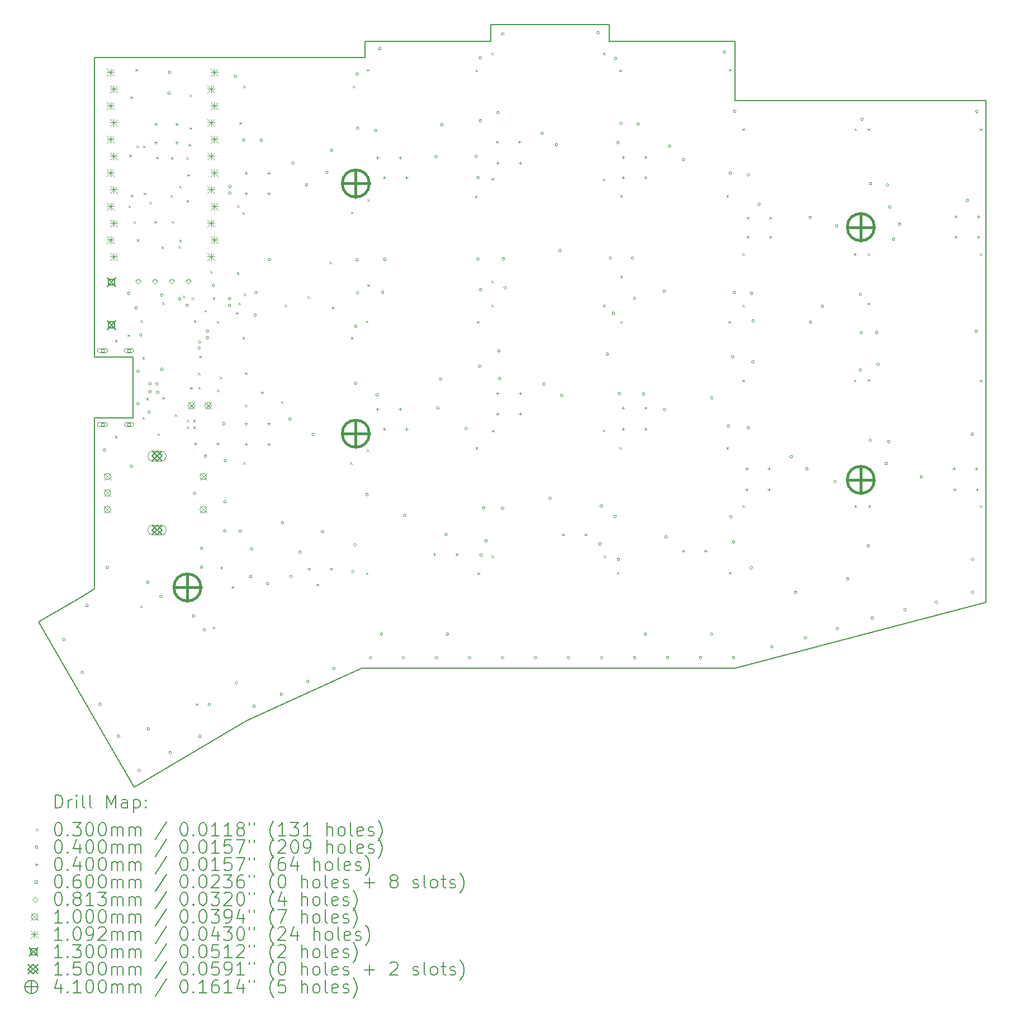
<source format=gbr>
%TF.GenerationSoftware,KiCad,Pcbnew,9.0.0*%
%TF.CreationDate,2025-03-22T23:22:35+08:00*%
%TF.ProjectId,SofleKeyboard,536f666c-654b-4657-9962-6f6172642e6b,rev?*%
%TF.SameCoordinates,Original*%
%TF.FileFunction,Drillmap*%
%TF.FilePolarity,Positive*%
%FSLAX45Y45*%
G04 Gerber Fmt 4.5, Leading zero omitted, Abs format (unit mm)*
G04 Created by KiCad (PCBNEW 9.0.0) date 2025-03-22 23:22:35*
%MOMM*%
%LPD*%
G01*
G04 APERTURE LIST*
%ADD10C,0.150000*%
%ADD11C,0.200000*%
%ADD12C,0.100000*%
%ADD13C,0.109220*%
%ADD14C,0.130000*%
%ADD15C,0.410000*%
G04 APERTURE END LIST*
D10*
X13073000Y-4055200D02*
X11123000Y-4055200D01*
X14973000Y-3805200D02*
X13073000Y-3805200D01*
X14973000Y-3555200D02*
X14973000Y-3805200D01*
X8973000Y-10055200D02*
X8973000Y-12105200D01*
X22473000Y-4705200D02*
X18673000Y-4705200D01*
X16773000Y-3555200D02*
X14973000Y-3555200D01*
X18673000Y-4705200D02*
X18673000Y-3805200D01*
X9553000Y-9513200D02*
X8973000Y-9513200D01*
X8973000Y-9513200D02*
X8973000Y-10055200D01*
X11273000Y-14105200D02*
X13023000Y-13305200D01*
X13023000Y-13305200D02*
X18673000Y-13305200D01*
X22473000Y-12305200D02*
X22473000Y-4705200D01*
X18673000Y-13305200D02*
X22473000Y-12305200D01*
X11123000Y-4055200D02*
X8973000Y-4055200D01*
X13073000Y-3805200D02*
X13073000Y-4055200D01*
X16773000Y-3805200D02*
X16773000Y-3555200D01*
X8973000Y-8589100D02*
X9553000Y-8589100D01*
X8123000Y-12605200D02*
X9573000Y-15105200D01*
X8973000Y-12105200D02*
X8723000Y-12255200D01*
X9573000Y-15105200D02*
X11273000Y-14105200D01*
X9553000Y-8589100D02*
X9553000Y-9513200D01*
X8973000Y-4055200D02*
X8973000Y-8589100D01*
X18673000Y-3805200D02*
X16773000Y-3805200D01*
X8723000Y-12255200D02*
X8123000Y-12605200D01*
D11*
D12*
X9283000Y-8330200D02*
X9313000Y-8360200D01*
X9313000Y-8330200D02*
X9283000Y-8360200D01*
X9283000Y-9785200D02*
X9313000Y-9815200D01*
X9313000Y-9785200D02*
X9283000Y-9815200D01*
X9473000Y-8250200D02*
X9503000Y-8280200D01*
X9503000Y-8250200D02*
X9473000Y-8280200D01*
X9485000Y-6291000D02*
X9515000Y-6321000D01*
X9515000Y-6291000D02*
X9485000Y-6321000D01*
X9498000Y-5520200D02*
X9528000Y-5550200D01*
X9528000Y-5520200D02*
X9498000Y-5550200D01*
X9518000Y-4640200D02*
X9548000Y-4670200D01*
X9548000Y-4640200D02*
X9518000Y-4670200D01*
X9523000Y-6130200D02*
X9553000Y-6160200D01*
X9553000Y-6130200D02*
X9523000Y-6160200D01*
X9565000Y-6536000D02*
X9595000Y-6566000D01*
X9595000Y-6536000D02*
X9565000Y-6566000D01*
X9593000Y-4225200D02*
X9623000Y-4255200D01*
X9623000Y-4225200D02*
X9593000Y-4255200D01*
X9607930Y-5383070D02*
X9637930Y-5413070D01*
X9637930Y-5383070D02*
X9607930Y-5413070D01*
X9615000Y-6805000D02*
X9645000Y-6835000D01*
X9645000Y-6805000D02*
X9615000Y-6835000D01*
X9665000Y-12356000D02*
X9695000Y-12386000D01*
X9695000Y-12356000D02*
X9665000Y-12386000D01*
X9668000Y-8030200D02*
X9698000Y-8060200D01*
X9698000Y-8030200D02*
X9668000Y-8060200D01*
X9698000Y-8590200D02*
X9728000Y-8620200D01*
X9728000Y-8590200D02*
X9698000Y-8620200D01*
X9698000Y-9500200D02*
X9728000Y-9530200D01*
X9728000Y-9500200D02*
X9698000Y-9530200D01*
X9705000Y-5386000D02*
X9735000Y-5416000D01*
X9735000Y-5386000D02*
X9705000Y-5416000D01*
X9717350Y-6098650D02*
X9747350Y-6128650D01*
X9747350Y-6098650D02*
X9717350Y-6128650D01*
X9758000Y-9211200D02*
X9788000Y-9241200D01*
X9788000Y-9211200D02*
X9758000Y-9241200D01*
X9805000Y-6236000D02*
X9835000Y-6266000D01*
X9835000Y-6236000D02*
X9805000Y-6266000D01*
X9878000Y-6530200D02*
X9908000Y-6560200D01*
X9908000Y-6530200D02*
X9878000Y-6560200D01*
X9903000Y-5555200D02*
X9933000Y-5585200D01*
X9933000Y-5555200D02*
X9903000Y-5585200D01*
X9928000Y-9745200D02*
X9958000Y-9775200D01*
X9958000Y-9745200D02*
X9928000Y-9775200D01*
X9983850Y-6916662D02*
X10013850Y-6946662D01*
X10013850Y-6916662D02*
X9983850Y-6946662D01*
X9998000Y-7760200D02*
X10028000Y-7790200D01*
X10028000Y-7760200D02*
X9998000Y-7790200D01*
X9998000Y-9195200D02*
X10028000Y-9225200D01*
X10028000Y-9195200D02*
X9998000Y-9225200D01*
X10125000Y-6136000D02*
X10155000Y-6166000D01*
X10155000Y-6136000D02*
X10125000Y-6166000D01*
X10128000Y-5560200D02*
X10158000Y-5590200D01*
X10158000Y-5560200D02*
X10128000Y-5590200D01*
X10148000Y-6530200D02*
X10178000Y-6560200D01*
X10178000Y-6530200D02*
X10148000Y-6560200D01*
X10188000Y-9460200D02*
X10218000Y-9490200D01*
X10218000Y-9460200D02*
X10188000Y-9490200D01*
X10245000Y-6905000D02*
X10275000Y-6935000D01*
X10275000Y-6905000D02*
X10245000Y-6935000D01*
X10255000Y-5996000D02*
X10285000Y-6026000D01*
X10285000Y-5996000D02*
X10255000Y-6026000D01*
X10255000Y-6815000D02*
X10285000Y-6845000D01*
X10285000Y-6815000D02*
X10255000Y-6845000D01*
X10312889Y-7660089D02*
X10342889Y-7690089D01*
X10342889Y-7660089D02*
X10312889Y-7690089D01*
X10363000Y-5560200D02*
X10393000Y-5590200D01*
X10393000Y-5560200D02*
X10363000Y-5590200D01*
X10368000Y-6210200D02*
X10398000Y-6240200D01*
X10398000Y-6210200D02*
X10368000Y-6240200D01*
X10373000Y-9540200D02*
X10403000Y-9570200D01*
X10403000Y-9540200D02*
X10373000Y-9570200D01*
X10373000Y-9640200D02*
X10403000Y-9670200D01*
X10403000Y-9640200D02*
X10373000Y-9670200D01*
X10378000Y-5820200D02*
X10408000Y-5850200D01*
X10408000Y-5820200D02*
X10378000Y-5850200D01*
X10395500Y-5362700D02*
X10425500Y-5392700D01*
X10425500Y-5362700D02*
X10395500Y-5392700D01*
X10413000Y-4610200D02*
X10443000Y-4640200D01*
X10443000Y-4610200D02*
X10413000Y-4640200D01*
X10415000Y-5106000D02*
X10445000Y-5136000D01*
X10445000Y-5106000D02*
X10415000Y-5136000D01*
X10423000Y-9045200D02*
X10453000Y-9075200D01*
X10453000Y-9045200D02*
X10423000Y-9075200D01*
X10448000Y-7685200D02*
X10478000Y-7715200D01*
X10478000Y-7685200D02*
X10448000Y-7715200D01*
X10468000Y-9540200D02*
X10498000Y-9570200D01*
X10498000Y-9540200D02*
X10468000Y-9570200D01*
X10468000Y-9640200D02*
X10498000Y-9670200D01*
X10498000Y-9640200D02*
X10468000Y-9670200D01*
X10478000Y-8030200D02*
X10508000Y-8060200D01*
X10508000Y-8030200D02*
X10478000Y-8060200D01*
X10505000Y-13836000D02*
X10535000Y-13866000D01*
X10535000Y-13836000D02*
X10505000Y-13866000D01*
X10538000Y-8830200D02*
X10568000Y-8860200D01*
X10568000Y-8830200D02*
X10538000Y-8860200D01*
X10543000Y-9045200D02*
X10573000Y-9075200D01*
X10573000Y-9045200D02*
X10543000Y-9075200D01*
X10558000Y-8570200D02*
X10588000Y-8600200D01*
X10588000Y-8570200D02*
X10558000Y-8600200D01*
X10638000Y-7875200D02*
X10668000Y-7905200D01*
X10668000Y-7875200D02*
X10638000Y-7905200D01*
X10728000Y-7285200D02*
X10758000Y-7315200D01*
X10758000Y-7285200D02*
X10728000Y-7315200D01*
X10763000Y-7685200D02*
X10793000Y-7715200D01*
X10793000Y-7685200D02*
X10763000Y-7715200D01*
X10765000Y-12676000D02*
X10795000Y-12706000D01*
X10795000Y-12676000D02*
X10765000Y-12706000D01*
X10823000Y-8045200D02*
X10853000Y-8075200D01*
X10853000Y-8045200D02*
X10823000Y-8075200D01*
X10828000Y-9080200D02*
X10858000Y-9110200D01*
X10858000Y-9080200D02*
X10828000Y-9110200D01*
X10871424Y-8887291D02*
X10901424Y-8917291D01*
X10901424Y-8887291D02*
X10871424Y-8917291D01*
X11118000Y-7910200D02*
X11148000Y-7940200D01*
X11148000Y-7910200D02*
X11118000Y-7940200D01*
X11128000Y-7305200D02*
X11158000Y-7335200D01*
X11158000Y-7305200D02*
X11128000Y-7335200D01*
X11133000Y-6290200D02*
X11163000Y-6320200D01*
X11163000Y-6290200D02*
X11133000Y-6320200D01*
X11153000Y-7765200D02*
X11183000Y-7795200D01*
X11183000Y-7765200D02*
X11153000Y-7795200D01*
X11168000Y-5030200D02*
X11198000Y-5060200D01*
X11198000Y-5030200D02*
X11168000Y-5060200D01*
X11215000Y-6395000D02*
X11245000Y-6425000D01*
X11245000Y-6395000D02*
X11215000Y-6425000D01*
X11215000Y-8285000D02*
X11245000Y-8315000D01*
X11245000Y-8285000D02*
X11215000Y-8315000D01*
X11224999Y-4475000D02*
X11254999Y-4505000D01*
X11254999Y-4475000D02*
X11224999Y-4505000D01*
X11225000Y-10184999D02*
X11255000Y-10214999D01*
X11255000Y-10184999D02*
X11225000Y-10214999D01*
X11235000Y-7626000D02*
X11265000Y-7656000D01*
X11265000Y-7626000D02*
X11235000Y-7656000D01*
X11253000Y-8825200D02*
X11283000Y-8855200D01*
X11283000Y-8825200D02*
X11253000Y-8855200D01*
X11253000Y-9310200D02*
X11283000Y-9340200D01*
X11283000Y-9310200D02*
X11253000Y-9340200D01*
X11498000Y-9110200D02*
X11528000Y-9140200D01*
X11528000Y-9110200D02*
X11498000Y-9140200D01*
X11798000Y-9255200D02*
X11828000Y-9285200D01*
X11828000Y-9255200D02*
X11798000Y-9285200D01*
X11853000Y-7795200D02*
X11883000Y-7825200D01*
X11883000Y-7795200D02*
X11853000Y-7825200D01*
X12198000Y-7670200D02*
X12228000Y-7700200D01*
X12228000Y-7670200D02*
X12198000Y-7700200D01*
X12335000Y-12026000D02*
X12365000Y-12056000D01*
X12365000Y-12026000D02*
X12335000Y-12056000D01*
X12528000Y-7145200D02*
X12558000Y-7175200D01*
X12558000Y-7145200D02*
X12528000Y-7175200D01*
X12568000Y-7830200D02*
X12598000Y-7860200D01*
X12598000Y-7830200D02*
X12568000Y-7860200D01*
X12845000Y-10185000D02*
X12875000Y-10215000D01*
X12875000Y-10185000D02*
X12845000Y-10215000D01*
X12855000Y-6385000D02*
X12885000Y-6415000D01*
X12885000Y-6385000D02*
X12855000Y-6415000D01*
X12855000Y-8285000D02*
X12885000Y-8315000D01*
X12885000Y-8285000D02*
X12855000Y-8315000D01*
X12885000Y-4476000D02*
X12915000Y-4506000D01*
X12915000Y-4476000D02*
X12885000Y-4506000D01*
X13085000Y-8036000D02*
X13115000Y-8066000D01*
X13115000Y-8036000D02*
X13085000Y-8066000D01*
X13085000Y-11856000D02*
X13115000Y-11886000D01*
X13115000Y-11856000D02*
X13085000Y-11886000D01*
X13095000Y-4226000D02*
X13125000Y-4256000D01*
X13125000Y-4226000D02*
X13095000Y-4256000D01*
X13095000Y-9986000D02*
X13125000Y-10016000D01*
X13125000Y-9986000D02*
X13095000Y-10016000D01*
X13105000Y-6196000D02*
X13135000Y-6226000D01*
X13135000Y-6196000D02*
X13105000Y-6226000D01*
X13105000Y-7486000D02*
X13135000Y-7516000D01*
X13135000Y-7486000D02*
X13105000Y-7516000D01*
X14735000Y-6145000D02*
X14765000Y-6175000D01*
X14765000Y-6145000D02*
X14735000Y-6175000D01*
X14745000Y-4235000D02*
X14775000Y-4265000D01*
X14775000Y-4235000D02*
X14745000Y-4265000D01*
X14745000Y-9955000D02*
X14775000Y-9985000D01*
X14775000Y-9955000D02*
X14745000Y-9985000D01*
X14765000Y-8045000D02*
X14795000Y-8075000D01*
X14795000Y-8045000D02*
X14765000Y-8075000D01*
X14775000Y-11856000D02*
X14805000Y-11886000D01*
X14805000Y-11856000D02*
X14775000Y-11886000D01*
X14985000Y-3976000D02*
X15015000Y-4006000D01*
X15015000Y-3976000D02*
X14985000Y-4006000D01*
X14985000Y-5876000D02*
X15015000Y-5906000D01*
X15015000Y-5876000D02*
X14985000Y-5906000D01*
X14985000Y-7431000D02*
X15015000Y-7461000D01*
X15015000Y-7431000D02*
X14985000Y-7461000D01*
X14985000Y-7796000D02*
X15015000Y-7826000D01*
X15015000Y-7796000D02*
X14985000Y-7826000D01*
X14985000Y-11596000D02*
X15015000Y-11626000D01*
X15015000Y-11596000D02*
X14985000Y-11626000D01*
X14995000Y-9696000D02*
X15025000Y-9726000D01*
X15025000Y-9696000D02*
X14995000Y-9726000D01*
X16675000Y-3976000D02*
X16705000Y-4006000D01*
X16705000Y-3976000D02*
X16675000Y-4006000D01*
X16675000Y-5886000D02*
X16705000Y-5916000D01*
X16705000Y-5886000D02*
X16675000Y-5916000D01*
X16675000Y-7796000D02*
X16705000Y-7826000D01*
X16705000Y-7796000D02*
X16675000Y-7826000D01*
X16675000Y-9686000D02*
X16705000Y-9716000D01*
X16705000Y-9686000D02*
X16675000Y-9716000D01*
X16685000Y-11596000D02*
X16715000Y-11626000D01*
X16715000Y-11596000D02*
X16685000Y-11626000D01*
X16885000Y-11846000D02*
X16915000Y-11876000D01*
X16915000Y-11846000D02*
X16885000Y-11876000D01*
X16925000Y-4235000D02*
X16955000Y-4265000D01*
X16955000Y-4235000D02*
X16925000Y-4265000D01*
X16925000Y-9955000D02*
X16955000Y-9985000D01*
X16955000Y-9955000D02*
X16925000Y-9985000D01*
X16935000Y-6135000D02*
X16965000Y-6165000D01*
X16965000Y-6135000D02*
X16935000Y-6165000D01*
X16935000Y-7356000D02*
X16965000Y-7386000D01*
X16965000Y-7356000D02*
X16935000Y-7386000D01*
X16935000Y-8045000D02*
X16965000Y-8075000D01*
X16965000Y-8045000D02*
X16935000Y-8075000D01*
X18545000Y-6135000D02*
X18575000Y-6165000D01*
X18575000Y-6135000D02*
X18545000Y-6165000D01*
X18545000Y-9955000D02*
X18575000Y-9985000D01*
X18575000Y-9955000D02*
X18545000Y-9985000D01*
X18575000Y-8045000D02*
X18605000Y-8075000D01*
X18605000Y-8045000D02*
X18575000Y-8075000D01*
X18585000Y-4226000D02*
X18615000Y-4256000D01*
X18615000Y-4226000D02*
X18585000Y-4256000D01*
X18585000Y-11846000D02*
X18615000Y-11876000D01*
X18615000Y-11846000D02*
X18585000Y-11876000D01*
X18785000Y-5126000D02*
X18815000Y-5156000D01*
X18815000Y-5126000D02*
X18785000Y-5156000D01*
X18785000Y-7016000D02*
X18815000Y-7046000D01*
X18815000Y-7016000D02*
X18785000Y-7046000D01*
X18785000Y-7796000D02*
X18815000Y-7826000D01*
X18815000Y-7796000D02*
X18785000Y-7826000D01*
X18785000Y-8936000D02*
X18815000Y-8966000D01*
X18815000Y-8936000D02*
X18785000Y-8966000D01*
X18785000Y-10836000D02*
X18815000Y-10866000D01*
X18815000Y-10836000D02*
X18785000Y-10866000D01*
X20475000Y-7016000D02*
X20505000Y-7046000D01*
X20505000Y-7016000D02*
X20475000Y-7046000D01*
X20475000Y-8936000D02*
X20505000Y-8966000D01*
X20505000Y-8936000D02*
X20475000Y-8966000D01*
X20485000Y-5126000D02*
X20515000Y-5156000D01*
X20515000Y-5126000D02*
X20485000Y-5156000D01*
X20485000Y-10836000D02*
X20515000Y-10866000D01*
X20515000Y-10836000D02*
X20485000Y-10866000D01*
X20685000Y-5126000D02*
X20715000Y-5156000D01*
X20715000Y-5126000D02*
X20685000Y-5156000D01*
X20685000Y-7016000D02*
X20715000Y-7046000D01*
X20715000Y-7016000D02*
X20685000Y-7046000D01*
X20685000Y-7766000D02*
X20715000Y-7796000D01*
X20715000Y-7766000D02*
X20685000Y-7796000D01*
X20685000Y-8926000D02*
X20715000Y-8956000D01*
X20715000Y-8926000D02*
X20685000Y-8956000D01*
X20695000Y-10836000D02*
X20725000Y-10866000D01*
X20725000Y-10836000D02*
X20695000Y-10866000D01*
X22385000Y-5126000D02*
X22415000Y-5156000D01*
X22415000Y-5126000D02*
X22385000Y-5156000D01*
X22385000Y-7016000D02*
X22415000Y-7046000D01*
X22415000Y-7016000D02*
X22385000Y-7046000D01*
X22385000Y-8936000D02*
X22415000Y-8966000D01*
X22415000Y-8936000D02*
X22385000Y-8966000D01*
X22385000Y-10836000D02*
X22415000Y-10866000D01*
X22415000Y-10836000D02*
X22385000Y-10866000D01*
X8528000Y-12870200D02*
G75*
G02*
X8488000Y-12870200I-20000J0D01*
G01*
X8488000Y-12870200D02*
G75*
G02*
X8528000Y-12870200I20000J0D01*
G01*
X8808000Y-13370200D02*
G75*
G02*
X8768000Y-13370200I-20000J0D01*
G01*
X8768000Y-13370200D02*
G75*
G02*
X8808000Y-13370200I20000J0D01*
G01*
X8878000Y-12355200D02*
G75*
G02*
X8838000Y-12355200I-20000J0D01*
G01*
X8838000Y-12355200D02*
G75*
G02*
X8878000Y-12355200I20000J0D01*
G01*
X9078000Y-13850200D02*
G75*
G02*
X9038000Y-13850200I-20000J0D01*
G01*
X9038000Y-13850200D02*
G75*
G02*
X9078000Y-13850200I20000J0D01*
G01*
X9143000Y-10000200D02*
G75*
G02*
X9103000Y-10000200I-20000J0D01*
G01*
X9103000Y-10000200D02*
G75*
G02*
X9143000Y-10000200I20000J0D01*
G01*
X9188000Y-11775200D02*
G75*
G02*
X9148000Y-11775200I-20000J0D01*
G01*
X9148000Y-11775200D02*
G75*
G02*
X9188000Y-11775200I20000J0D01*
G01*
X9358000Y-14335200D02*
G75*
G02*
X9318000Y-14335200I-20000J0D01*
G01*
X9318000Y-14335200D02*
G75*
G02*
X9358000Y-14335200I20000J0D01*
G01*
X9513000Y-7625200D02*
G75*
G02*
X9473000Y-7625200I-20000J0D01*
G01*
X9473000Y-7625200D02*
G75*
G02*
X9513000Y-7625200I20000J0D01*
G01*
X9553000Y-10245200D02*
G75*
G02*
X9513000Y-10245200I-20000J0D01*
G01*
X9513000Y-10245200D02*
G75*
G02*
X9553000Y-10245200I20000J0D01*
G01*
X9623000Y-7845200D02*
G75*
G02*
X9583000Y-7845200I-20000J0D01*
G01*
X9583000Y-7845200D02*
G75*
G02*
X9623000Y-7845200I20000J0D01*
G01*
X9649000Y-8806200D02*
G75*
G02*
X9609000Y-8806200I-20000J0D01*
G01*
X9609000Y-8806200D02*
G75*
G02*
X9649000Y-8806200I20000J0D01*
G01*
X9649000Y-9296200D02*
G75*
G02*
X9609000Y-9296200I-20000J0D01*
G01*
X9609000Y-9296200D02*
G75*
G02*
X9649000Y-9296200I20000J0D01*
G01*
X9668000Y-14855200D02*
G75*
G02*
X9628000Y-14855200I-20000J0D01*
G01*
X9628000Y-14855200D02*
G75*
G02*
X9668000Y-14855200I20000J0D01*
G01*
X9693000Y-8255200D02*
G75*
G02*
X9653000Y-8255200I-20000J0D01*
G01*
X9653000Y-8255200D02*
G75*
G02*
X9693000Y-8255200I20000J0D01*
G01*
X9800000Y-12001000D02*
G75*
G02*
X9760000Y-12001000I-20000J0D01*
G01*
X9760000Y-12001000D02*
G75*
G02*
X9800000Y-12001000I20000J0D01*
G01*
X9808000Y-14222700D02*
G75*
G02*
X9768000Y-14222700I-20000J0D01*
G01*
X9768000Y-14222700D02*
G75*
G02*
X9808000Y-14222700I20000J0D01*
G01*
X9823000Y-9425200D02*
G75*
G02*
X9783000Y-9425200I-20000J0D01*
G01*
X9783000Y-9425200D02*
G75*
G02*
X9823000Y-9425200I20000J0D01*
G01*
X9833000Y-8995200D02*
G75*
G02*
X9793000Y-8995200I-20000J0D01*
G01*
X9793000Y-8995200D02*
G75*
G02*
X9833000Y-8995200I20000J0D01*
G01*
X9833000Y-9115200D02*
G75*
G02*
X9793000Y-9115200I-20000J0D01*
G01*
X9793000Y-9115200D02*
G75*
G02*
X9833000Y-9115200I20000J0D01*
G01*
X9938000Y-8995200D02*
G75*
G02*
X9898000Y-8995200I-20000J0D01*
G01*
X9898000Y-8995200D02*
G75*
G02*
X9938000Y-8995200I20000J0D01*
G01*
X9950400Y-9127659D02*
G75*
G02*
X9910400Y-9127659I-20000J0D01*
G01*
X9910400Y-9127659D02*
G75*
G02*
X9950400Y-9127659I20000J0D01*
G01*
X9998000Y-12215200D02*
G75*
G02*
X9958000Y-12215200I-20000J0D01*
G01*
X9958000Y-12215200D02*
G75*
G02*
X9998000Y-12215200I20000J0D01*
G01*
X10013000Y-7650200D02*
G75*
G02*
X9973000Y-7650200I-20000J0D01*
G01*
X9973000Y-7650200D02*
G75*
G02*
X10013000Y-7650200I20000J0D01*
G01*
X10013000Y-8775200D02*
G75*
G02*
X9973000Y-8775200I-20000J0D01*
G01*
X9973000Y-8775200D02*
G75*
G02*
X10013000Y-8775200I20000J0D01*
G01*
X10123000Y-4590200D02*
G75*
G02*
X10083000Y-4590200I-20000J0D01*
G01*
X10083000Y-4590200D02*
G75*
G02*
X10123000Y-4590200I20000J0D01*
G01*
X10128000Y-4275200D02*
G75*
G02*
X10088000Y-4275200I-20000J0D01*
G01*
X10088000Y-4275200D02*
G75*
G02*
X10128000Y-4275200I20000J0D01*
G01*
X10138000Y-14585200D02*
G75*
G02*
X10098000Y-14585200I-20000J0D01*
G01*
X10098000Y-14585200D02*
G75*
G02*
X10138000Y-14585200I20000J0D01*
G01*
X10284000Y-7708200D02*
G75*
G02*
X10244000Y-7708200I-20000J0D01*
G01*
X10244000Y-7708200D02*
G75*
G02*
X10284000Y-7708200I20000J0D01*
G01*
X10393000Y-7805200D02*
G75*
G02*
X10353000Y-7805200I-20000J0D01*
G01*
X10353000Y-7805200D02*
G75*
G02*
X10393000Y-7805200I20000J0D01*
G01*
X10493000Y-12515200D02*
G75*
G02*
X10453000Y-12515200I-20000J0D01*
G01*
X10453000Y-12515200D02*
G75*
G02*
X10493000Y-12515200I20000J0D01*
G01*
X10508000Y-10655200D02*
G75*
G02*
X10468000Y-10655200I-20000J0D01*
G01*
X10468000Y-10655200D02*
G75*
G02*
X10508000Y-10655200I20000J0D01*
G01*
X10583000Y-8360200D02*
G75*
G02*
X10543000Y-8360200I-20000J0D01*
G01*
X10543000Y-8360200D02*
G75*
G02*
X10583000Y-8360200I20000J0D01*
G01*
X10583000Y-8455200D02*
G75*
G02*
X10543000Y-8455200I-20000J0D01*
G01*
X10543000Y-8455200D02*
G75*
G02*
X10583000Y-8455200I20000J0D01*
G01*
X10588000Y-14335200D02*
G75*
G02*
X10548000Y-14335200I-20000J0D01*
G01*
X10548000Y-14335200D02*
G75*
G02*
X10588000Y-14335200I20000J0D01*
G01*
X10613000Y-11770200D02*
G75*
G02*
X10573000Y-11770200I-20000J0D01*
G01*
X10573000Y-11770200D02*
G75*
G02*
X10613000Y-11770200I20000J0D01*
G01*
X10615000Y-11486000D02*
G75*
G02*
X10575000Y-11486000I-20000J0D01*
G01*
X10575000Y-11486000D02*
G75*
G02*
X10615000Y-11486000I20000J0D01*
G01*
X10655000Y-12721000D02*
G75*
G02*
X10615000Y-12721000I-20000J0D01*
G01*
X10615000Y-12721000D02*
G75*
G02*
X10655000Y-12721000I20000J0D01*
G01*
X10673000Y-10090200D02*
G75*
G02*
X10633000Y-10090200I-20000J0D01*
G01*
X10633000Y-10090200D02*
G75*
G02*
X10673000Y-10090200I20000J0D01*
G01*
X10703000Y-8195200D02*
G75*
G02*
X10663000Y-8195200I-20000J0D01*
G01*
X10663000Y-8195200D02*
G75*
G02*
X10703000Y-8195200I20000J0D01*
G01*
X10703000Y-8295200D02*
G75*
G02*
X10663000Y-8295200I-20000J0D01*
G01*
X10663000Y-8295200D02*
G75*
G02*
X10703000Y-8295200I20000J0D01*
G01*
X10733000Y-13855200D02*
G75*
G02*
X10693000Y-13855200I-20000J0D01*
G01*
X10693000Y-13855200D02*
G75*
G02*
X10733000Y-13855200I20000J0D01*
G01*
X10793000Y-7505200D02*
G75*
G02*
X10753000Y-7505200I-20000J0D01*
G01*
X10753000Y-7505200D02*
G75*
G02*
X10793000Y-7505200I20000J0D01*
G01*
X10950500Y-9600200D02*
G75*
G02*
X10910500Y-9600200I-20000J0D01*
G01*
X10910500Y-9600200D02*
G75*
G02*
X10950500Y-9600200I20000J0D01*
G01*
X10965000Y-11221000D02*
G75*
G02*
X10925000Y-11221000I-20000J0D01*
G01*
X10925000Y-11221000D02*
G75*
G02*
X10965000Y-11221000I20000J0D01*
G01*
X10968000Y-10780200D02*
G75*
G02*
X10928000Y-10780200I-20000J0D01*
G01*
X10928000Y-10780200D02*
G75*
G02*
X10968000Y-10780200I20000J0D01*
G01*
X10973000Y-10160200D02*
G75*
G02*
X10933000Y-10160200I-20000J0D01*
G01*
X10933000Y-10160200D02*
G75*
G02*
X10973000Y-10160200I20000J0D01*
G01*
X11038000Y-7705200D02*
G75*
G02*
X10998000Y-7705200I-20000J0D01*
G01*
X10998000Y-7705200D02*
G75*
G02*
X11038000Y-7705200I20000J0D01*
G01*
X11038000Y-7805200D02*
G75*
G02*
X10998000Y-7805200I-20000J0D01*
G01*
X10998000Y-7805200D02*
G75*
G02*
X11038000Y-7805200I20000J0D01*
G01*
X11043000Y-6005200D02*
G75*
G02*
X11003000Y-6005200I-20000J0D01*
G01*
X11003000Y-6005200D02*
G75*
G02*
X11043000Y-6005200I20000J0D01*
G01*
X11043000Y-6105200D02*
G75*
G02*
X11003000Y-6105200I-20000J0D01*
G01*
X11003000Y-6105200D02*
G75*
G02*
X11043000Y-6105200I20000J0D01*
G01*
X11128000Y-4335200D02*
G75*
G02*
X11088000Y-4335200I-20000J0D01*
G01*
X11088000Y-4335200D02*
G75*
G02*
X11128000Y-4335200I20000J0D01*
G01*
X11140500Y-13525200D02*
G75*
G02*
X11100500Y-13525200I-20000J0D01*
G01*
X11100500Y-13525200D02*
G75*
G02*
X11140500Y-13525200I20000J0D01*
G01*
X11200000Y-11226000D02*
G75*
G02*
X11160000Y-11226000I-20000J0D01*
G01*
X11160000Y-11226000D02*
G75*
G02*
X11200000Y-11226000I20000J0D01*
G01*
X11253000Y-5301000D02*
G75*
G02*
X11213000Y-5301000I-20000J0D01*
G01*
X11213000Y-5301000D02*
G75*
G02*
X11253000Y-5301000I20000J0D01*
G01*
X11360000Y-11916000D02*
G75*
G02*
X11320000Y-11916000I-20000J0D01*
G01*
X11320000Y-11916000D02*
G75*
G02*
X11360000Y-11916000I20000J0D01*
G01*
X11370000Y-11496000D02*
G75*
G02*
X11330000Y-11496000I-20000J0D01*
G01*
X11330000Y-11496000D02*
G75*
G02*
X11370000Y-11496000I20000J0D01*
G01*
X11408000Y-13880200D02*
G75*
G02*
X11368000Y-13880200I-20000J0D01*
G01*
X11368000Y-13880200D02*
G75*
G02*
X11408000Y-13880200I20000J0D01*
G01*
X11428000Y-7955200D02*
G75*
G02*
X11388000Y-7955200I-20000J0D01*
G01*
X11388000Y-7955200D02*
G75*
G02*
X11428000Y-7955200I20000J0D01*
G01*
X11438000Y-7610200D02*
G75*
G02*
X11398000Y-7610200I-20000J0D01*
G01*
X11398000Y-7610200D02*
G75*
G02*
X11438000Y-7610200I20000J0D01*
G01*
X11518000Y-5306000D02*
G75*
G02*
X11478000Y-5306000I-20000J0D01*
G01*
X11478000Y-5306000D02*
G75*
G02*
X11518000Y-5306000I20000J0D01*
G01*
X11615000Y-12021000D02*
G75*
G02*
X11575000Y-12021000I-20000J0D01*
G01*
X11575000Y-12021000D02*
G75*
G02*
X11615000Y-12021000I20000J0D01*
G01*
X11643000Y-7112700D02*
G75*
G02*
X11603000Y-7112700I-20000J0D01*
G01*
X11603000Y-7112700D02*
G75*
G02*
X11643000Y-7112700I20000J0D01*
G01*
X11823000Y-13700200D02*
G75*
G02*
X11783000Y-13700200I-20000J0D01*
G01*
X11783000Y-13700200D02*
G75*
G02*
X11823000Y-13700200I20000J0D01*
G01*
X11840500Y-11100200D02*
G75*
G02*
X11800500Y-11100200I-20000J0D01*
G01*
X11800500Y-11100200D02*
G75*
G02*
X11840500Y-11100200I20000J0D01*
G01*
X11950366Y-9529614D02*
G75*
G02*
X11910366Y-9529614I-20000J0D01*
G01*
X11910366Y-9529614D02*
G75*
G02*
X11950366Y-9529614I20000J0D01*
G01*
X11970000Y-11916000D02*
G75*
G02*
X11930000Y-11916000I-20000J0D01*
G01*
X11930000Y-11916000D02*
G75*
G02*
X11970000Y-11916000I20000J0D01*
G01*
X11998000Y-5650200D02*
G75*
G02*
X11958000Y-5650200I-20000J0D01*
G01*
X11958000Y-5650200D02*
G75*
G02*
X11998000Y-5650200I20000J0D01*
G01*
X12105000Y-11546000D02*
G75*
G02*
X12065000Y-11546000I-20000J0D01*
G01*
X12065000Y-11546000D02*
G75*
G02*
X12105000Y-11546000I20000J0D01*
G01*
X12203000Y-5980200D02*
G75*
G02*
X12163000Y-5980200I-20000J0D01*
G01*
X12163000Y-5980200D02*
G75*
G02*
X12203000Y-5980200I20000J0D01*
G01*
X12223000Y-13505200D02*
G75*
G02*
X12183000Y-13505200I-20000J0D01*
G01*
X12183000Y-13505200D02*
G75*
G02*
X12223000Y-13505200I20000J0D01*
G01*
X12303000Y-9760200D02*
G75*
G02*
X12263000Y-9760200I-20000J0D01*
G01*
X12263000Y-9760200D02*
G75*
G02*
X12303000Y-9760200I20000J0D01*
G01*
X12445000Y-11236000D02*
G75*
G02*
X12405000Y-11236000I-20000J0D01*
G01*
X12405000Y-11236000D02*
G75*
G02*
X12445000Y-11236000I20000J0D01*
G01*
X12513000Y-5790200D02*
G75*
G02*
X12473000Y-5790200I-20000J0D01*
G01*
X12473000Y-5790200D02*
G75*
G02*
X12513000Y-5790200I20000J0D01*
G01*
X12583000Y-5455200D02*
G75*
G02*
X12543000Y-5455200I-20000J0D01*
G01*
X12543000Y-5455200D02*
G75*
G02*
X12583000Y-5455200I20000J0D01*
G01*
X12618000Y-13310200D02*
G75*
G02*
X12578000Y-13310200I-20000J0D01*
G01*
X12578000Y-13310200D02*
G75*
G02*
X12618000Y-13310200I20000J0D01*
G01*
X12905000Y-11841000D02*
G75*
G02*
X12865000Y-11841000I-20000J0D01*
G01*
X12865000Y-11841000D02*
G75*
G02*
X12905000Y-11841000I20000J0D01*
G01*
X12938000Y-11435200D02*
G75*
G02*
X12898000Y-11435200I-20000J0D01*
G01*
X12898000Y-11435200D02*
G75*
G02*
X12938000Y-11435200I20000J0D01*
G01*
X12948000Y-8125200D02*
G75*
G02*
X12908000Y-8125200I-20000J0D01*
G01*
X12908000Y-8125200D02*
G75*
G02*
X12948000Y-8125200I20000J0D01*
G01*
X12948000Y-8985200D02*
G75*
G02*
X12908000Y-8985200I-20000J0D01*
G01*
X12908000Y-8985200D02*
G75*
G02*
X12948000Y-8985200I20000J0D01*
G01*
X12968000Y-7115200D02*
G75*
G02*
X12928000Y-7115200I-20000J0D01*
G01*
X12928000Y-7115200D02*
G75*
G02*
X12968000Y-7115200I20000J0D01*
G01*
X12973000Y-4300200D02*
G75*
G02*
X12933000Y-4300200I-20000J0D01*
G01*
X12933000Y-4300200D02*
G75*
G02*
X12973000Y-4300200I20000J0D01*
G01*
X12978000Y-5120200D02*
G75*
G02*
X12938000Y-5120200I-20000J0D01*
G01*
X12938000Y-5120200D02*
G75*
G02*
X12978000Y-5120200I20000J0D01*
G01*
X12978000Y-7615200D02*
G75*
G02*
X12938000Y-7615200I-20000J0D01*
G01*
X12938000Y-7615200D02*
G75*
G02*
X12978000Y-7615200I20000J0D01*
G01*
X13120500Y-10672700D02*
G75*
G02*
X13080500Y-10672700I-20000J0D01*
G01*
X13080500Y-10672700D02*
G75*
G02*
X13120500Y-10672700I20000J0D01*
G01*
X13173000Y-13145200D02*
G75*
G02*
X13133000Y-13145200I-20000J0D01*
G01*
X13133000Y-13145200D02*
G75*
G02*
X13173000Y-13145200I20000J0D01*
G01*
X13248000Y-5155200D02*
G75*
G02*
X13208000Y-5155200I-20000J0D01*
G01*
X13208000Y-5155200D02*
G75*
G02*
X13248000Y-5155200I20000J0D01*
G01*
X13273000Y-9160200D02*
G75*
G02*
X13233000Y-9160200I-20000J0D01*
G01*
X13233000Y-9160200D02*
G75*
G02*
X13273000Y-9160200I20000J0D01*
G01*
X13313000Y-3915200D02*
G75*
G02*
X13273000Y-3915200I-20000J0D01*
G01*
X13273000Y-3915200D02*
G75*
G02*
X13313000Y-3915200I20000J0D01*
G01*
X13338000Y-12787700D02*
G75*
G02*
X13298000Y-12787700I-20000J0D01*
G01*
X13298000Y-12787700D02*
G75*
G02*
X13338000Y-12787700I20000J0D01*
G01*
X13358000Y-7605200D02*
G75*
G02*
X13318000Y-7605200I-20000J0D01*
G01*
X13318000Y-7605200D02*
G75*
G02*
X13358000Y-7605200I20000J0D01*
G01*
X13390000Y-7106000D02*
G75*
G02*
X13350000Y-7106000I-20000J0D01*
G01*
X13350000Y-7106000D02*
G75*
G02*
X13390000Y-7106000I20000J0D01*
G01*
X13673000Y-13145200D02*
G75*
G02*
X13633000Y-13145200I-20000J0D01*
G01*
X13633000Y-13145200D02*
G75*
G02*
X13673000Y-13145200I20000J0D01*
G01*
X13688000Y-10990200D02*
G75*
G02*
X13648000Y-10990200I-20000J0D01*
G01*
X13648000Y-10990200D02*
G75*
G02*
X13688000Y-10990200I20000J0D01*
G01*
X14163000Y-5555200D02*
G75*
G02*
X14123000Y-5555200I-20000J0D01*
G01*
X14123000Y-5555200D02*
G75*
G02*
X14163000Y-5555200I20000J0D01*
G01*
X14173000Y-13145200D02*
G75*
G02*
X14133000Y-13145200I-20000J0D01*
G01*
X14133000Y-13145200D02*
G75*
G02*
X14173000Y-13145200I20000J0D01*
G01*
X14193000Y-9360200D02*
G75*
G02*
X14153000Y-9360200I-20000J0D01*
G01*
X14153000Y-9360200D02*
G75*
G02*
X14193000Y-9360200I20000J0D01*
G01*
X14233000Y-8925200D02*
G75*
G02*
X14193000Y-8925200I-20000J0D01*
G01*
X14193000Y-8925200D02*
G75*
G02*
X14233000Y-8925200I20000J0D01*
G01*
X14253000Y-5065200D02*
G75*
G02*
X14213000Y-5065200I-20000J0D01*
G01*
X14213000Y-5065200D02*
G75*
G02*
X14253000Y-5065200I20000J0D01*
G01*
X14318000Y-11275200D02*
G75*
G02*
X14278000Y-11275200I-20000J0D01*
G01*
X14278000Y-11275200D02*
G75*
G02*
X14318000Y-11275200I20000J0D01*
G01*
X14338000Y-12787700D02*
G75*
G02*
X14298000Y-12787700I-20000J0D01*
G01*
X14298000Y-12787700D02*
G75*
G02*
X14338000Y-12787700I20000J0D01*
G01*
X14623000Y-9672700D02*
G75*
G02*
X14583000Y-9672700I-20000J0D01*
G01*
X14583000Y-9672700D02*
G75*
G02*
X14623000Y-9672700I20000J0D01*
G01*
X14673000Y-13145200D02*
G75*
G02*
X14633000Y-13145200I-20000J0D01*
G01*
X14633000Y-13145200D02*
G75*
G02*
X14673000Y-13145200I20000J0D01*
G01*
X14773000Y-5550200D02*
G75*
G02*
X14733000Y-5550200I-20000J0D01*
G01*
X14733000Y-5550200D02*
G75*
G02*
X14773000Y-5550200I20000J0D01*
G01*
X14800000Y-7101000D02*
G75*
G02*
X14760000Y-7101000I-20000J0D01*
G01*
X14760000Y-7101000D02*
G75*
G02*
X14800000Y-7101000I20000J0D01*
G01*
X14800500Y-5867700D02*
G75*
G02*
X14760500Y-5867700I-20000J0D01*
G01*
X14760500Y-5867700D02*
G75*
G02*
X14800500Y-5867700I20000J0D01*
G01*
X14828000Y-8730200D02*
G75*
G02*
X14788000Y-8730200I-20000J0D01*
G01*
X14788000Y-8730200D02*
G75*
G02*
X14828000Y-8730200I20000J0D01*
G01*
X14838000Y-4055200D02*
G75*
G02*
X14798000Y-4055200I-20000J0D01*
G01*
X14798000Y-4055200D02*
G75*
G02*
X14838000Y-4055200I20000J0D01*
G01*
X14838000Y-5010200D02*
G75*
G02*
X14798000Y-5010200I-20000J0D01*
G01*
X14798000Y-5010200D02*
G75*
G02*
X14838000Y-5010200I20000J0D01*
G01*
X14843000Y-7570200D02*
G75*
G02*
X14803000Y-7570200I-20000J0D01*
G01*
X14803000Y-7570200D02*
G75*
G02*
X14843000Y-7570200I20000J0D01*
G01*
X14850000Y-11591000D02*
G75*
G02*
X14810000Y-11591000I-20000J0D01*
G01*
X14810000Y-11591000D02*
G75*
G02*
X14850000Y-11591000I20000J0D01*
G01*
X14890000Y-10876000D02*
G75*
G02*
X14850000Y-10876000I-20000J0D01*
G01*
X14850000Y-10876000D02*
G75*
G02*
X14890000Y-10876000I20000J0D01*
G01*
X14923000Y-11375200D02*
G75*
G02*
X14883000Y-11375200I-20000J0D01*
G01*
X14883000Y-11375200D02*
G75*
G02*
X14923000Y-11375200I20000J0D01*
G01*
X15103000Y-4885200D02*
G75*
G02*
X15063000Y-4885200I-20000J0D01*
G01*
X15063000Y-4885200D02*
G75*
G02*
X15103000Y-4885200I20000J0D01*
G01*
X15118000Y-8495200D02*
G75*
G02*
X15078000Y-8495200I-20000J0D01*
G01*
X15078000Y-8495200D02*
G75*
G02*
X15118000Y-8495200I20000J0D01*
G01*
X15128000Y-8915200D02*
G75*
G02*
X15088000Y-8915200I-20000J0D01*
G01*
X15088000Y-8915200D02*
G75*
G02*
X15128000Y-8915200I20000J0D01*
G01*
X15173000Y-13145200D02*
G75*
G02*
X15133000Y-13145200I-20000J0D01*
G01*
X15133000Y-13145200D02*
G75*
G02*
X15173000Y-13145200I20000J0D01*
G01*
X15175000Y-10881000D02*
G75*
G02*
X15135000Y-10881000I-20000J0D01*
G01*
X15135000Y-10881000D02*
G75*
G02*
X15175000Y-10881000I20000J0D01*
G01*
X15178000Y-3695200D02*
G75*
G02*
X15138000Y-3695200I-20000J0D01*
G01*
X15138000Y-3695200D02*
G75*
G02*
X15178000Y-3695200I20000J0D01*
G01*
X15185000Y-7101000D02*
G75*
G02*
X15145000Y-7101000I-20000J0D01*
G01*
X15145000Y-7101000D02*
G75*
G02*
X15185000Y-7101000I20000J0D01*
G01*
X15213000Y-7540200D02*
G75*
G02*
X15173000Y-7540200I-20000J0D01*
G01*
X15173000Y-7540200D02*
G75*
G02*
X15213000Y-7540200I20000J0D01*
G01*
X15673000Y-13145200D02*
G75*
G02*
X15633000Y-13145200I-20000J0D01*
G01*
X15633000Y-13145200D02*
G75*
G02*
X15673000Y-13145200I20000J0D01*
G01*
X15773000Y-5200200D02*
G75*
G02*
X15733000Y-5200200I-20000J0D01*
G01*
X15733000Y-5200200D02*
G75*
G02*
X15773000Y-5200200I20000J0D01*
G01*
X15803000Y-9000200D02*
G75*
G02*
X15763000Y-9000200I-20000J0D01*
G01*
X15763000Y-9000200D02*
G75*
G02*
X15803000Y-9000200I20000J0D01*
G01*
X15893000Y-10732700D02*
G75*
G02*
X15853000Y-10732700I-20000J0D01*
G01*
X15853000Y-10732700D02*
G75*
G02*
X15893000Y-10732700I20000J0D01*
G01*
X15988000Y-5370200D02*
G75*
G02*
X15948000Y-5370200I-20000J0D01*
G01*
X15948000Y-5370200D02*
G75*
G02*
X15988000Y-5370200I20000J0D01*
G01*
X16043000Y-6977700D02*
G75*
G02*
X16003000Y-6977700I-20000J0D01*
G01*
X16003000Y-6977700D02*
G75*
G02*
X16043000Y-6977700I20000J0D01*
G01*
X16068000Y-9170200D02*
G75*
G02*
X16028000Y-9170200I-20000J0D01*
G01*
X16028000Y-9170200D02*
G75*
G02*
X16068000Y-9170200I20000J0D01*
G01*
X16173000Y-13145200D02*
G75*
G02*
X16133000Y-13145200I-20000J0D01*
G01*
X16133000Y-13145200D02*
G75*
G02*
X16173000Y-13145200I20000J0D01*
G01*
X16618000Y-3675200D02*
G75*
G02*
X16578000Y-3675200I-20000J0D01*
G01*
X16578000Y-3675200D02*
G75*
G02*
X16618000Y-3675200I20000J0D01*
G01*
X16650000Y-11421000D02*
G75*
G02*
X16610000Y-11421000I-20000J0D01*
G01*
X16610000Y-11421000D02*
G75*
G02*
X16650000Y-11421000I20000J0D01*
G01*
X16670000Y-10846000D02*
G75*
G02*
X16630000Y-10846000I-20000J0D01*
G01*
X16630000Y-10846000D02*
G75*
G02*
X16670000Y-10846000I20000J0D01*
G01*
X16673000Y-13145200D02*
G75*
G02*
X16633000Y-13145200I-20000J0D01*
G01*
X16633000Y-13145200D02*
G75*
G02*
X16673000Y-13145200I20000J0D01*
G01*
X16763000Y-8545200D02*
G75*
G02*
X16723000Y-8545200I-20000J0D01*
G01*
X16723000Y-8545200D02*
G75*
G02*
X16763000Y-8545200I20000J0D01*
G01*
X16808000Y-7090200D02*
G75*
G02*
X16768000Y-7090200I-20000J0D01*
G01*
X16768000Y-7090200D02*
G75*
G02*
X16808000Y-7090200I20000J0D01*
G01*
X16853000Y-7925200D02*
G75*
G02*
X16813000Y-7925200I-20000J0D01*
G01*
X16813000Y-7925200D02*
G75*
G02*
X16853000Y-7925200I20000J0D01*
G01*
X16878000Y-11005200D02*
G75*
G02*
X16838000Y-11005200I-20000J0D01*
G01*
X16838000Y-11005200D02*
G75*
G02*
X16878000Y-11005200I20000J0D01*
G01*
X16883000Y-4065200D02*
G75*
G02*
X16843000Y-4065200I-20000J0D01*
G01*
X16843000Y-4065200D02*
G75*
G02*
X16883000Y-4065200I20000J0D01*
G01*
X16923000Y-5340200D02*
G75*
G02*
X16883000Y-5340200I-20000J0D01*
G01*
X16883000Y-5340200D02*
G75*
G02*
X16923000Y-5340200I20000J0D01*
G01*
X16930000Y-11656000D02*
G75*
G02*
X16890000Y-11656000I-20000J0D01*
G01*
X16890000Y-11656000D02*
G75*
G02*
X16930000Y-11656000I20000J0D01*
G01*
X16943000Y-9145200D02*
G75*
G02*
X16903000Y-9145200I-20000J0D01*
G01*
X16903000Y-9145200D02*
G75*
G02*
X16943000Y-9145200I20000J0D01*
G01*
X16968000Y-5050200D02*
G75*
G02*
X16928000Y-5050200I-20000J0D01*
G01*
X16928000Y-5050200D02*
G75*
G02*
X16968000Y-5050200I20000J0D01*
G01*
X17143000Y-7090200D02*
G75*
G02*
X17103000Y-7090200I-20000J0D01*
G01*
X17103000Y-7090200D02*
G75*
G02*
X17143000Y-7090200I20000J0D01*
G01*
X17173000Y-7700200D02*
G75*
G02*
X17133000Y-7700200I-20000J0D01*
G01*
X17133000Y-7700200D02*
G75*
G02*
X17173000Y-7700200I20000J0D01*
G01*
X17173000Y-13145200D02*
G75*
G02*
X17133000Y-13145200I-20000J0D01*
G01*
X17133000Y-13145200D02*
G75*
G02*
X17173000Y-13145200I20000J0D01*
G01*
X17228000Y-5060200D02*
G75*
G02*
X17188000Y-5060200I-20000J0D01*
G01*
X17188000Y-5060200D02*
G75*
G02*
X17228000Y-5060200I20000J0D01*
G01*
X17308000Y-9150200D02*
G75*
G02*
X17268000Y-9150200I-20000J0D01*
G01*
X17268000Y-9150200D02*
G75*
G02*
X17308000Y-9150200I20000J0D01*
G01*
X17338000Y-12787700D02*
G75*
G02*
X17298000Y-12787700I-20000J0D01*
G01*
X17298000Y-12787700D02*
G75*
G02*
X17338000Y-12787700I20000J0D01*
G01*
X17623000Y-7590200D02*
G75*
G02*
X17583000Y-7590200I-20000J0D01*
G01*
X17583000Y-7590200D02*
G75*
G02*
X17623000Y-7590200I20000J0D01*
G01*
X17628000Y-9385200D02*
G75*
G02*
X17588000Y-9385200I-20000J0D01*
G01*
X17588000Y-9385200D02*
G75*
G02*
X17628000Y-9385200I20000J0D01*
G01*
X17648000Y-11315200D02*
G75*
G02*
X17608000Y-11315200I-20000J0D01*
G01*
X17608000Y-11315200D02*
G75*
G02*
X17648000Y-11315200I20000J0D01*
G01*
X17673000Y-13145200D02*
G75*
G02*
X17633000Y-13145200I-20000J0D01*
G01*
X17633000Y-13145200D02*
G75*
G02*
X17673000Y-13145200I20000J0D01*
G01*
X17703000Y-5395200D02*
G75*
G02*
X17663000Y-5395200I-20000J0D01*
G01*
X17663000Y-5395200D02*
G75*
G02*
X17703000Y-5395200I20000J0D01*
G01*
X17918000Y-5595200D02*
G75*
G02*
X17878000Y-5595200I-20000J0D01*
G01*
X17878000Y-5595200D02*
G75*
G02*
X17918000Y-5595200I20000J0D01*
G01*
X18173000Y-13145200D02*
G75*
G02*
X18133000Y-13145200I-20000J0D01*
G01*
X18133000Y-13145200D02*
G75*
G02*
X18173000Y-13145200I20000J0D01*
G01*
X18338000Y-12787700D02*
G75*
G02*
X18298000Y-12787700I-20000J0D01*
G01*
X18298000Y-12787700D02*
G75*
G02*
X18338000Y-12787700I20000J0D01*
G01*
X18345500Y-9205200D02*
G75*
G02*
X18305500Y-9205200I-20000J0D01*
G01*
X18305500Y-9205200D02*
G75*
G02*
X18345500Y-9205200I20000J0D01*
G01*
X18533000Y-3965200D02*
G75*
G02*
X18493000Y-3965200I-20000J0D01*
G01*
X18493000Y-3965200D02*
G75*
G02*
X18533000Y-3965200I20000J0D01*
G01*
X18593000Y-9635200D02*
G75*
G02*
X18553000Y-9635200I-20000J0D01*
G01*
X18553000Y-9635200D02*
G75*
G02*
X18593000Y-9635200I20000J0D01*
G01*
X18623000Y-5800200D02*
G75*
G02*
X18583000Y-5800200I-20000J0D01*
G01*
X18583000Y-5800200D02*
G75*
G02*
X18623000Y-5800200I20000J0D01*
G01*
X18633000Y-11010200D02*
G75*
G02*
X18593000Y-11010200I-20000J0D01*
G01*
X18593000Y-11010200D02*
G75*
G02*
X18633000Y-11010200I20000J0D01*
G01*
X18658000Y-8585200D02*
G75*
G02*
X18618000Y-8585200I-20000J0D01*
G01*
X18618000Y-8585200D02*
G75*
G02*
X18658000Y-8585200I20000J0D01*
G01*
X18673000Y-13145200D02*
G75*
G02*
X18633000Y-13145200I-20000J0D01*
G01*
X18633000Y-13145200D02*
G75*
G02*
X18673000Y-13145200I20000J0D01*
G01*
X18675000Y-11391000D02*
G75*
G02*
X18635000Y-11391000I-20000J0D01*
G01*
X18635000Y-11391000D02*
G75*
G02*
X18675000Y-11391000I20000J0D01*
G01*
X18685000Y-7611000D02*
G75*
G02*
X18645000Y-7611000I-20000J0D01*
G01*
X18645000Y-7611000D02*
G75*
G02*
X18685000Y-7611000I20000J0D01*
G01*
X18688000Y-4865200D02*
G75*
G02*
X18648000Y-4865200I-20000J0D01*
G01*
X18648000Y-4865200D02*
G75*
G02*
X18688000Y-4865200I20000J0D01*
G01*
X18895000Y-9661000D02*
G75*
G02*
X18855000Y-9661000I-20000J0D01*
G01*
X18855000Y-9661000D02*
G75*
G02*
X18895000Y-9661000I20000J0D01*
G01*
X18898000Y-5830200D02*
G75*
G02*
X18858000Y-5830200I-20000J0D01*
G01*
X18858000Y-5830200D02*
G75*
G02*
X18898000Y-5830200I20000J0D01*
G01*
X18940000Y-11781000D02*
G75*
G02*
X18900000Y-11781000I-20000J0D01*
G01*
X18900000Y-11781000D02*
G75*
G02*
X18940000Y-11781000I20000J0D01*
G01*
X18945000Y-7626000D02*
G75*
G02*
X18905000Y-7626000I-20000J0D01*
G01*
X18905000Y-7626000D02*
G75*
G02*
X18945000Y-7626000I20000J0D01*
G01*
X18965000Y-8661000D02*
G75*
G02*
X18925000Y-8661000I-20000J0D01*
G01*
X18925000Y-8661000D02*
G75*
G02*
X18965000Y-8661000I20000J0D01*
G01*
X18968000Y-8040200D02*
G75*
G02*
X18928000Y-8040200I-20000J0D01*
G01*
X18928000Y-8040200D02*
G75*
G02*
X18968000Y-8040200I20000J0D01*
G01*
X19058000Y-6275200D02*
G75*
G02*
X19018000Y-6275200I-20000J0D01*
G01*
X19018000Y-6275200D02*
G75*
G02*
X19058000Y-6275200I20000J0D01*
G01*
X19253000Y-12980200D02*
G75*
G02*
X19213000Y-12980200I-20000J0D01*
G01*
X19213000Y-12980200D02*
G75*
G02*
X19253000Y-12980200I20000J0D01*
G01*
X19548000Y-10100200D02*
G75*
G02*
X19508000Y-10100200I-20000J0D01*
G01*
X19508000Y-10100200D02*
G75*
G02*
X19548000Y-10100200I20000J0D01*
G01*
X19613000Y-12155200D02*
G75*
G02*
X19573000Y-12155200I-20000J0D01*
G01*
X19573000Y-12155200D02*
G75*
G02*
X19613000Y-12155200I20000J0D01*
G01*
X19763000Y-12845200D02*
G75*
G02*
X19723000Y-12845200I-20000J0D01*
G01*
X19723000Y-12845200D02*
G75*
G02*
X19763000Y-12845200I20000J0D01*
G01*
X19783000Y-10285200D02*
G75*
G02*
X19743000Y-10285200I-20000J0D01*
G01*
X19743000Y-10285200D02*
G75*
G02*
X19783000Y-10285200I20000J0D01*
G01*
X19833000Y-6475200D02*
G75*
G02*
X19793000Y-6475200I-20000J0D01*
G01*
X19793000Y-6475200D02*
G75*
G02*
X19833000Y-6475200I20000J0D01*
G01*
X19838000Y-8060200D02*
G75*
G02*
X19798000Y-8060200I-20000J0D01*
G01*
X19798000Y-8060200D02*
G75*
G02*
X19838000Y-8060200I20000J0D01*
G01*
X20018000Y-7820200D02*
G75*
G02*
X19978000Y-7820200I-20000J0D01*
G01*
X19978000Y-7820200D02*
G75*
G02*
X20018000Y-7820200I20000J0D01*
G01*
X20209000Y-10478200D02*
G75*
G02*
X20169000Y-10478200I-20000J0D01*
G01*
X20169000Y-10478200D02*
G75*
G02*
X20209000Y-10478200I20000J0D01*
G01*
X20233000Y-6605200D02*
G75*
G02*
X20193000Y-6605200I-20000J0D01*
G01*
X20193000Y-6605200D02*
G75*
G02*
X20233000Y-6605200I20000J0D01*
G01*
X20243000Y-12705200D02*
G75*
G02*
X20203000Y-12705200I-20000J0D01*
G01*
X20203000Y-12705200D02*
G75*
G02*
X20243000Y-12705200I20000J0D01*
G01*
X20400500Y-11952700D02*
G75*
G02*
X20360500Y-11952700I-20000J0D01*
G01*
X20360500Y-11952700D02*
G75*
G02*
X20400500Y-11952700I20000J0D01*
G01*
X20593000Y-7640200D02*
G75*
G02*
X20553000Y-7640200I-20000J0D01*
G01*
X20553000Y-7640200D02*
G75*
G02*
X20593000Y-7640200I20000J0D01*
G01*
X20593000Y-8785200D02*
G75*
G02*
X20553000Y-8785200I-20000J0D01*
G01*
X20553000Y-8785200D02*
G75*
G02*
X20593000Y-8785200I20000J0D01*
G01*
X20605000Y-8221000D02*
G75*
G02*
X20565000Y-8221000I-20000J0D01*
G01*
X20565000Y-8221000D02*
G75*
G02*
X20605000Y-8221000I20000J0D01*
G01*
X20618000Y-4985200D02*
G75*
G02*
X20578000Y-4985200I-20000J0D01*
G01*
X20578000Y-4985200D02*
G75*
G02*
X20618000Y-4985200I20000J0D01*
G01*
X20713000Y-11450200D02*
G75*
G02*
X20673000Y-11450200I-20000J0D01*
G01*
X20673000Y-11450200D02*
G75*
G02*
X20713000Y-11450200I20000J0D01*
G01*
X20743000Y-9850200D02*
G75*
G02*
X20703000Y-9850200I-20000J0D01*
G01*
X20703000Y-9850200D02*
G75*
G02*
X20743000Y-9850200I20000J0D01*
G01*
X20748000Y-5960200D02*
G75*
G02*
X20708000Y-5960200I-20000J0D01*
G01*
X20708000Y-5960200D02*
G75*
G02*
X20748000Y-5960200I20000J0D01*
G01*
X20773000Y-12545200D02*
G75*
G02*
X20733000Y-12545200I-20000J0D01*
G01*
X20733000Y-12545200D02*
G75*
G02*
X20773000Y-12545200I20000J0D01*
G01*
X20840000Y-8216000D02*
G75*
G02*
X20800000Y-8216000I-20000J0D01*
G01*
X20800000Y-8216000D02*
G75*
G02*
X20840000Y-8216000I20000J0D01*
G01*
X20863000Y-8700200D02*
G75*
G02*
X20823000Y-8700200I-20000J0D01*
G01*
X20823000Y-8700200D02*
G75*
G02*
X20863000Y-8700200I20000J0D01*
G01*
X20985000Y-10202200D02*
G75*
G02*
X20945000Y-10202200I-20000J0D01*
G01*
X20945000Y-10202200D02*
G75*
G02*
X20985000Y-10202200I20000J0D01*
G01*
X21005000Y-5981000D02*
G75*
G02*
X20965000Y-5981000I-20000J0D01*
G01*
X20965000Y-5981000D02*
G75*
G02*
X21005000Y-5981000I20000J0D01*
G01*
X21023000Y-9870200D02*
G75*
G02*
X20983000Y-9870200I-20000J0D01*
G01*
X20983000Y-9870200D02*
G75*
G02*
X21023000Y-9870200I20000J0D01*
G01*
X21038000Y-6315200D02*
G75*
G02*
X20998000Y-6315200I-20000J0D01*
G01*
X20998000Y-6315200D02*
G75*
G02*
X21038000Y-6315200I20000J0D01*
G01*
X21095500Y-6805200D02*
G75*
G02*
X21055500Y-6805200I-20000J0D01*
G01*
X21055500Y-6805200D02*
G75*
G02*
X21095500Y-6805200I20000J0D01*
G01*
X21188000Y-6575200D02*
G75*
G02*
X21148000Y-6575200I-20000J0D01*
G01*
X21148000Y-6575200D02*
G75*
G02*
X21188000Y-6575200I20000J0D01*
G01*
X21268000Y-12420200D02*
G75*
G02*
X21228000Y-12420200I-20000J0D01*
G01*
X21228000Y-12420200D02*
G75*
G02*
X21268000Y-12420200I20000J0D01*
G01*
X21518000Y-10405200D02*
G75*
G02*
X21478000Y-10405200I-20000J0D01*
G01*
X21478000Y-10405200D02*
G75*
G02*
X21518000Y-10405200I20000J0D01*
G01*
X21743000Y-12305200D02*
G75*
G02*
X21703000Y-12305200I-20000J0D01*
G01*
X21703000Y-12305200D02*
G75*
G02*
X21743000Y-12305200I20000J0D01*
G01*
X22213000Y-6215200D02*
G75*
G02*
X22173000Y-6215200I-20000J0D01*
G01*
X22173000Y-6215200D02*
G75*
G02*
X22213000Y-6215200I20000J0D01*
G01*
X22290000Y-9756000D02*
G75*
G02*
X22250000Y-9756000I-20000J0D01*
G01*
X22250000Y-9756000D02*
G75*
G02*
X22290000Y-9756000I20000J0D01*
G01*
X22293000Y-11655200D02*
G75*
G02*
X22253000Y-11655200I-20000J0D01*
G01*
X22253000Y-11655200D02*
G75*
G02*
X22293000Y-11655200I20000J0D01*
G01*
X22293000Y-12155200D02*
G75*
G02*
X22253000Y-12155200I-20000J0D01*
G01*
X22253000Y-12155200D02*
G75*
G02*
X22293000Y-12155200I20000J0D01*
G01*
X22348000Y-8200200D02*
G75*
G02*
X22308000Y-8200200I-20000J0D01*
G01*
X22308000Y-8200200D02*
G75*
G02*
X22348000Y-8200200I20000J0D01*
G01*
X22358000Y-4870200D02*
G75*
G02*
X22318000Y-4870200I-20000J0D01*
G01*
X22318000Y-4870200D02*
G75*
G02*
X22358000Y-4870200I20000J0D01*
G01*
X9900000Y-5041000D02*
X9900000Y-5081000D01*
X9880000Y-5061000D02*
X9920000Y-5061000D01*
X9900000Y-5321000D02*
X9900000Y-5361000D01*
X9880000Y-5341000D02*
X9920000Y-5341000D01*
X10220000Y-5041000D02*
X10220000Y-5081000D01*
X10200000Y-5061000D02*
X10240000Y-5061000D01*
X10220000Y-5321000D02*
X10220000Y-5361000D01*
X10200000Y-5341000D02*
X10240000Y-5341000D01*
X10500000Y-9881000D02*
X10500000Y-9921000D01*
X10480000Y-9901000D02*
X10520000Y-9901000D01*
X10840000Y-9881000D02*
X10840000Y-9921000D01*
X10820000Y-9901000D02*
X10860000Y-9901000D01*
X10895000Y-11762776D02*
X10895000Y-11802776D01*
X10875000Y-11782776D02*
X10915000Y-11782776D01*
X11065000Y-12057224D02*
X11065000Y-12097224D01*
X11045000Y-12077224D02*
X11085000Y-12077224D01*
X11270000Y-5780000D02*
X11270000Y-5820000D01*
X11250000Y-5800000D02*
X11290000Y-5800000D01*
X11270000Y-6090000D02*
X11270000Y-6130000D01*
X11250000Y-6110000D02*
X11290000Y-6110000D01*
X11270000Y-9580000D02*
X11270000Y-9620000D01*
X11250000Y-9600000D02*
X11290000Y-9600000D01*
X11270000Y-9890000D02*
X11270000Y-9930000D01*
X11250000Y-9910000D02*
X11290000Y-9910000D01*
X11610000Y-5780000D02*
X11610000Y-5820000D01*
X11590000Y-5800000D02*
X11630000Y-5800000D01*
X11610000Y-6090000D02*
X11610000Y-6130000D01*
X11590000Y-6110000D02*
X11630000Y-6110000D01*
X11610000Y-9580000D02*
X11610000Y-9620000D01*
X11590000Y-9600000D02*
X11630000Y-9600000D01*
X11610000Y-9890000D02*
X11610000Y-9930000D01*
X11590000Y-9910000D02*
X11630000Y-9910000D01*
X12220000Y-11780000D02*
X12220000Y-11820000D01*
X12200000Y-11800000D02*
X12240000Y-11800000D01*
X12560000Y-11780000D02*
X12560000Y-11820000D01*
X12540000Y-11800000D02*
X12580000Y-11800000D01*
X13260000Y-5550000D02*
X13260000Y-5590000D01*
X13240000Y-5570000D02*
X13280000Y-5570000D01*
X13260000Y-9360000D02*
X13260000Y-9400000D01*
X13240000Y-9380000D02*
X13280000Y-9380000D01*
X13360000Y-5850000D02*
X13360000Y-5890000D01*
X13340000Y-5870000D02*
X13380000Y-5870000D01*
X13360000Y-9660000D02*
X13360000Y-9700000D01*
X13340000Y-9680000D02*
X13380000Y-9680000D01*
X13600000Y-5550000D02*
X13600000Y-5590000D01*
X13580000Y-5570000D02*
X13620000Y-5570000D01*
X13600000Y-9360000D02*
X13600000Y-9400000D01*
X13580000Y-9380000D02*
X13620000Y-9380000D01*
X13700000Y-5850000D02*
X13700000Y-5890000D01*
X13680000Y-5870000D02*
X13720000Y-5870000D01*
X13700000Y-9660000D02*
X13700000Y-9700000D01*
X13680000Y-9680000D02*
X13720000Y-9680000D01*
X14120000Y-11560000D02*
X14120000Y-11600000D01*
X14100000Y-11580000D02*
X14140000Y-11580000D01*
X14460000Y-11560000D02*
X14460000Y-11600000D01*
X14440000Y-11580000D02*
X14480000Y-11580000D01*
X15070000Y-5310000D02*
X15070000Y-5350000D01*
X15050000Y-5330000D02*
X15090000Y-5330000D01*
X15080000Y-5630000D02*
X15080000Y-5670000D01*
X15060000Y-5650000D02*
X15100000Y-5650000D01*
X15080000Y-9120000D02*
X15080000Y-9160000D01*
X15060000Y-9140000D02*
X15100000Y-9140000D01*
X15080000Y-9430000D02*
X15080000Y-9470000D01*
X15060000Y-9450000D02*
X15100000Y-9450000D01*
X15410000Y-5310000D02*
X15410000Y-5350000D01*
X15390000Y-5330000D02*
X15430000Y-5330000D01*
X15420000Y-5630000D02*
X15420000Y-5670000D01*
X15400000Y-5650000D02*
X15440000Y-5650000D01*
X15420000Y-9120000D02*
X15420000Y-9160000D01*
X15400000Y-9140000D02*
X15440000Y-9140000D01*
X15420000Y-9430000D02*
X15420000Y-9470000D01*
X15400000Y-9450000D02*
X15440000Y-9450000D01*
X16070000Y-11261000D02*
X16070000Y-11301000D01*
X16050000Y-11281000D02*
X16090000Y-11281000D01*
X16410000Y-11261000D02*
X16410000Y-11301000D01*
X16390000Y-11281000D02*
X16430000Y-11281000D01*
X16980000Y-5540000D02*
X16980000Y-5580000D01*
X16960000Y-5560000D02*
X17000000Y-5560000D01*
X16980000Y-5850000D02*
X16980000Y-5890000D01*
X16960000Y-5870000D02*
X17000000Y-5870000D01*
X16980000Y-9340000D02*
X16980000Y-9380000D01*
X16960000Y-9360000D02*
X17000000Y-9360000D01*
X16980000Y-9660000D02*
X16980000Y-9700000D01*
X16960000Y-9680000D02*
X17000000Y-9680000D01*
X17320000Y-5540000D02*
X17320000Y-5580000D01*
X17300000Y-5560000D02*
X17340000Y-5560000D01*
X17320000Y-5850000D02*
X17320000Y-5890000D01*
X17300000Y-5870000D02*
X17340000Y-5870000D01*
X17320000Y-9340000D02*
X17320000Y-9380000D01*
X17300000Y-9360000D02*
X17340000Y-9360000D01*
X17320000Y-9660000D02*
X17320000Y-9700000D01*
X17300000Y-9680000D02*
X17340000Y-9680000D01*
X17890000Y-11511000D02*
X17890000Y-11551000D01*
X17870000Y-11531000D02*
X17910000Y-11531000D01*
X18230000Y-11511000D02*
X18230000Y-11551000D01*
X18210000Y-11531000D02*
X18250000Y-11531000D01*
X18850000Y-10260000D02*
X18850000Y-10300000D01*
X18830000Y-10280000D02*
X18870000Y-10280000D01*
X18850000Y-10580000D02*
X18850000Y-10620000D01*
X18830000Y-10600000D02*
X18870000Y-10600000D01*
X18870000Y-6460000D02*
X18870000Y-6500000D01*
X18850000Y-6480000D02*
X18890000Y-6480000D01*
X18870000Y-6750000D02*
X18870000Y-6790000D01*
X18850000Y-6770000D02*
X18890000Y-6770000D01*
X19190000Y-10260000D02*
X19190000Y-10300000D01*
X19170000Y-10280000D02*
X19210000Y-10280000D01*
X19190000Y-10580000D02*
X19190000Y-10620000D01*
X19170000Y-10600000D02*
X19210000Y-10600000D01*
X19210000Y-6460000D02*
X19210000Y-6500000D01*
X19190000Y-6480000D02*
X19230000Y-6480000D01*
X19210000Y-6750000D02*
X19210000Y-6790000D01*
X19190000Y-6770000D02*
X19230000Y-6770000D01*
X21990000Y-10260000D02*
X21990000Y-10300000D01*
X21970000Y-10280000D02*
X22010000Y-10280000D01*
X22000000Y-10580000D02*
X22000000Y-10620000D01*
X21980000Y-10600000D02*
X22020000Y-10600000D01*
X22020000Y-6440000D02*
X22020000Y-6480000D01*
X22000000Y-6460000D02*
X22040000Y-6460000D01*
X22020000Y-6750000D02*
X22020000Y-6790000D01*
X22000000Y-6770000D02*
X22040000Y-6770000D01*
X22330000Y-10260000D02*
X22330000Y-10300000D01*
X22310000Y-10280000D02*
X22350000Y-10280000D01*
X22340000Y-10580000D02*
X22340000Y-10620000D01*
X22320000Y-10600000D02*
X22360000Y-10600000D01*
X22360000Y-6440000D02*
X22360000Y-6480000D01*
X22340000Y-6460000D02*
X22380000Y-6460000D01*
X22360000Y-6750000D02*
X22360000Y-6790000D01*
X22340000Y-6770000D02*
X22380000Y-6770000D01*
X9115213Y-8510413D02*
X9115213Y-8467987D01*
X9072787Y-8467987D01*
X9072787Y-8510413D01*
X9115213Y-8510413D01*
X9144000Y-8459200D02*
X9044000Y-8459200D01*
X9044000Y-8519200D02*
G75*
G02*
X9044000Y-8459200I0J30000D01*
G01*
X9044000Y-8519200D02*
X9144000Y-8519200D01*
X9144000Y-8519200D02*
G75*
G03*
X9144000Y-8459200I0J30000D01*
G01*
X9115213Y-8510413D02*
X9115213Y-8467987D01*
X9072787Y-8467987D01*
X9072787Y-8510413D01*
X9115213Y-8510413D01*
X9044000Y-8519200D02*
X9144000Y-8519200D01*
X9144000Y-8459200D02*
G75*
G02*
X9144000Y-8519200I0J-30000D01*
G01*
X9144000Y-8459200D02*
X9044000Y-8459200D01*
X9044000Y-8459200D02*
G75*
G03*
X9044000Y-8519200I0J-30000D01*
G01*
X9115213Y-9634413D02*
X9115213Y-9591987D01*
X9072787Y-9591987D01*
X9072787Y-9634413D01*
X9115213Y-9634413D01*
X9144000Y-9583200D02*
X9044000Y-9583200D01*
X9044000Y-9643200D02*
G75*
G02*
X9044000Y-9583200I0J30000D01*
G01*
X9044000Y-9643200D02*
X9144000Y-9643200D01*
X9144000Y-9643200D02*
G75*
G03*
X9144000Y-9583200I0J30000D01*
G01*
X9115213Y-9634413D02*
X9115213Y-9591987D01*
X9072787Y-9591987D01*
X9072787Y-9634413D01*
X9115213Y-9634413D01*
X9044000Y-9643200D02*
X9144000Y-9643200D01*
X9144000Y-9583200D02*
G75*
G02*
X9144000Y-9643200I0J-30000D01*
G01*
X9144000Y-9583200D02*
X9044000Y-9583200D01*
X9044000Y-9583200D02*
G75*
G03*
X9044000Y-9643200I0J-30000D01*
G01*
X9515213Y-8510413D02*
X9515213Y-8467987D01*
X9472787Y-8467987D01*
X9472787Y-8510413D01*
X9515213Y-8510413D01*
X9454000Y-8519200D02*
X9534000Y-8519200D01*
X9534000Y-8459200D02*
G75*
G02*
X9534000Y-8519200I0J-30000D01*
G01*
X9534000Y-8459200D02*
X9454000Y-8459200D01*
X9454000Y-8459200D02*
G75*
G03*
X9454000Y-8519200I0J-30000D01*
G01*
X9515213Y-8510413D02*
X9515213Y-8467987D01*
X9472787Y-8467987D01*
X9472787Y-8510413D01*
X9515213Y-8510413D01*
X9534000Y-8459200D02*
X9454000Y-8459200D01*
X9454000Y-8519200D02*
G75*
G02*
X9454000Y-8459200I0J30000D01*
G01*
X9454000Y-8519200D02*
X9534000Y-8519200D01*
X9534000Y-8519200D02*
G75*
G03*
X9534000Y-8459200I0J30000D01*
G01*
X9515213Y-9634413D02*
X9515213Y-9591987D01*
X9472787Y-9591987D01*
X9472787Y-9634413D01*
X9515213Y-9634413D01*
X9534000Y-9583200D02*
X9454000Y-9583200D01*
X9454000Y-9643200D02*
G75*
G02*
X9454000Y-9583200I0J30000D01*
G01*
X9454000Y-9643200D02*
X9534000Y-9643200D01*
X9534000Y-9643200D02*
G75*
G03*
X9534000Y-9583200I0J30000D01*
G01*
X9515213Y-9634413D02*
X9515213Y-9591987D01*
X9472787Y-9591987D01*
X9472787Y-9634413D01*
X9515213Y-9634413D01*
X9454000Y-9643200D02*
X9534000Y-9643200D01*
X9534000Y-9583200D02*
G75*
G02*
X9534000Y-9643200I0J-30000D01*
G01*
X9534000Y-9583200D02*
X9454000Y-9583200D01*
X9454000Y-9583200D02*
G75*
G03*
X9454000Y-9643200I0J-30000D01*
G01*
X9630000Y-7481640D02*
X9670640Y-7441000D01*
X9630000Y-7400360D01*
X9589360Y-7441000D01*
X9630000Y-7481640D01*
X9884000Y-7481640D02*
X9924640Y-7441000D01*
X9884000Y-7400360D01*
X9843360Y-7441000D01*
X9884000Y-7481640D01*
X10138000Y-7481640D02*
X10178640Y-7441000D01*
X10138000Y-7400360D01*
X10097360Y-7441000D01*
X10138000Y-7481640D01*
X10392000Y-7481640D02*
X10432640Y-7441000D01*
X10392000Y-7400360D01*
X10351360Y-7441000D01*
X10392000Y-7481640D01*
X9120000Y-10350000D02*
X9220000Y-10450000D01*
X9220000Y-10350000D02*
X9120000Y-10450000D01*
X9220000Y-10400000D02*
G75*
G02*
X9120000Y-10400000I-50000J0D01*
G01*
X9120000Y-10400000D02*
G75*
G02*
X9220000Y-10400000I50000J0D01*
G01*
X9120000Y-10600000D02*
X9220000Y-10700000D01*
X9220000Y-10600000D02*
X9120000Y-10700000D01*
X9220000Y-10650000D02*
G75*
G02*
X9120000Y-10650000I-50000J0D01*
G01*
X9120000Y-10650000D02*
G75*
G02*
X9220000Y-10650000I50000J0D01*
G01*
X9120000Y-10850000D02*
X9220000Y-10950000D01*
X9220000Y-10850000D02*
X9120000Y-10950000D01*
X9220000Y-10900000D02*
G75*
G02*
X9120000Y-10900000I-50000J0D01*
G01*
X9120000Y-10900000D02*
G75*
G02*
X9220000Y-10900000I50000J0D01*
G01*
X10390500Y-9275200D02*
X10490500Y-9375200D01*
X10490500Y-9275200D02*
X10390500Y-9375200D01*
X10490500Y-9325200D02*
G75*
G02*
X10390500Y-9325200I-50000J0D01*
G01*
X10390500Y-9325200D02*
G75*
G02*
X10490500Y-9325200I50000J0D01*
G01*
X10570000Y-10350000D02*
X10670000Y-10450000D01*
X10670000Y-10350000D02*
X10570000Y-10450000D01*
X10670000Y-10400000D02*
G75*
G02*
X10570000Y-10400000I-50000J0D01*
G01*
X10570000Y-10400000D02*
G75*
G02*
X10670000Y-10400000I50000J0D01*
G01*
X10570000Y-10850000D02*
X10670000Y-10950000D01*
X10670000Y-10850000D02*
X10570000Y-10950000D01*
X10670000Y-10900000D02*
G75*
G02*
X10570000Y-10900000I-50000J0D01*
G01*
X10570000Y-10900000D02*
G75*
G02*
X10670000Y-10900000I50000J0D01*
G01*
X10644500Y-9275200D02*
X10744500Y-9375200D01*
X10744500Y-9275200D02*
X10644500Y-9375200D01*
X10744500Y-9325200D02*
G75*
G02*
X10644500Y-9325200I-50000J0D01*
G01*
X10644500Y-9325200D02*
G75*
G02*
X10744500Y-9325200I50000J0D01*
G01*
D13*
X9160530Y-4219390D02*
X9269750Y-4328610D01*
X9269750Y-4219390D02*
X9160530Y-4328610D01*
X9215140Y-4219390D02*
X9215140Y-4328610D01*
X9160530Y-4274000D02*
X9269750Y-4274000D01*
X9160530Y-4727390D02*
X9269750Y-4836610D01*
X9269750Y-4727390D02*
X9160530Y-4836610D01*
X9215140Y-4727390D02*
X9215140Y-4836610D01*
X9160530Y-4782000D02*
X9269750Y-4782000D01*
X9160530Y-5235390D02*
X9269750Y-5344610D01*
X9269750Y-5235390D02*
X9160530Y-5344610D01*
X9215140Y-5235390D02*
X9215140Y-5344610D01*
X9160530Y-5290000D02*
X9269750Y-5290000D01*
X9160530Y-5743390D02*
X9269750Y-5852610D01*
X9269750Y-5743390D02*
X9160530Y-5852610D01*
X9215140Y-5743390D02*
X9215140Y-5852610D01*
X9160530Y-5798000D02*
X9269750Y-5798000D01*
X9160530Y-6251390D02*
X9269750Y-6360610D01*
X9269750Y-6251390D02*
X9160530Y-6360610D01*
X9215140Y-6251390D02*
X9215140Y-6360610D01*
X9160530Y-6306000D02*
X9269750Y-6306000D01*
X9160530Y-6759390D02*
X9269750Y-6868610D01*
X9269750Y-6759390D02*
X9160530Y-6868610D01*
X9215140Y-6759390D02*
X9215140Y-6868610D01*
X9160530Y-6814000D02*
X9269750Y-6814000D01*
X9206250Y-4473390D02*
X9315470Y-4582610D01*
X9315470Y-4473390D02*
X9206250Y-4582610D01*
X9260860Y-4473390D02*
X9260860Y-4582610D01*
X9206250Y-4528000D02*
X9315470Y-4528000D01*
X9206250Y-4981390D02*
X9315470Y-5090610D01*
X9315470Y-4981390D02*
X9206250Y-5090610D01*
X9260860Y-4981390D02*
X9260860Y-5090610D01*
X9206250Y-5036000D02*
X9315470Y-5036000D01*
X9206250Y-5489390D02*
X9315470Y-5598610D01*
X9315470Y-5489390D02*
X9206250Y-5598610D01*
X9260860Y-5489390D02*
X9260860Y-5598610D01*
X9206250Y-5544000D02*
X9315470Y-5544000D01*
X9206250Y-5997390D02*
X9315470Y-6106610D01*
X9315470Y-5997390D02*
X9206250Y-6106610D01*
X9260860Y-5997390D02*
X9260860Y-6106610D01*
X9206250Y-6052000D02*
X9315470Y-6052000D01*
X9206250Y-6505390D02*
X9315470Y-6614610D01*
X9315470Y-6505390D02*
X9206250Y-6614610D01*
X9260860Y-6505390D02*
X9260860Y-6614610D01*
X9206250Y-6560000D02*
X9315470Y-6560000D01*
X9206250Y-7013390D02*
X9315470Y-7122610D01*
X9315470Y-7013390D02*
X9206250Y-7122610D01*
X9260860Y-7013390D02*
X9260860Y-7122610D01*
X9206250Y-7068000D02*
X9315470Y-7068000D01*
X10684530Y-4473390D02*
X10793750Y-4582610D01*
X10793750Y-4473390D02*
X10684530Y-4582610D01*
X10739140Y-4473390D02*
X10739140Y-4582610D01*
X10684530Y-4528000D02*
X10793750Y-4528000D01*
X10684530Y-4981390D02*
X10793750Y-5090610D01*
X10793750Y-4981390D02*
X10684530Y-5090610D01*
X10739140Y-4981390D02*
X10739140Y-5090610D01*
X10684530Y-5036000D02*
X10793750Y-5036000D01*
X10684530Y-5489390D02*
X10793750Y-5598610D01*
X10793750Y-5489390D02*
X10684530Y-5598610D01*
X10739140Y-5489390D02*
X10739140Y-5598610D01*
X10684530Y-5544000D02*
X10793750Y-5544000D01*
X10684530Y-5997390D02*
X10793750Y-6106610D01*
X10793750Y-5997390D02*
X10684530Y-6106610D01*
X10739140Y-5997390D02*
X10739140Y-6106610D01*
X10684530Y-6052000D02*
X10793750Y-6052000D01*
X10684530Y-6505390D02*
X10793750Y-6614610D01*
X10793750Y-6505390D02*
X10684530Y-6614610D01*
X10739140Y-6505390D02*
X10739140Y-6614610D01*
X10684530Y-6560000D02*
X10793750Y-6560000D01*
X10684530Y-7013390D02*
X10793750Y-7122610D01*
X10793750Y-7013390D02*
X10684530Y-7122610D01*
X10739140Y-7013390D02*
X10739140Y-7122610D01*
X10684530Y-7068000D02*
X10793750Y-7068000D01*
X10730250Y-4219390D02*
X10839470Y-4328610D01*
X10839470Y-4219390D02*
X10730250Y-4328610D01*
X10784860Y-4219390D02*
X10784860Y-4328610D01*
X10730250Y-4274000D02*
X10839470Y-4274000D01*
X10730250Y-4727390D02*
X10839470Y-4836610D01*
X10839470Y-4727390D02*
X10730250Y-4836610D01*
X10784860Y-4727390D02*
X10784860Y-4836610D01*
X10730250Y-4782000D02*
X10839470Y-4782000D01*
X10730250Y-5235390D02*
X10839470Y-5344610D01*
X10839470Y-5235390D02*
X10730250Y-5344610D01*
X10784860Y-5235390D02*
X10784860Y-5344610D01*
X10730250Y-5290000D02*
X10839470Y-5290000D01*
X10730250Y-5743390D02*
X10839470Y-5852610D01*
X10839470Y-5743390D02*
X10730250Y-5852610D01*
X10784860Y-5743390D02*
X10784860Y-5852610D01*
X10730250Y-5798000D02*
X10839470Y-5798000D01*
X10730250Y-6251390D02*
X10839470Y-6360610D01*
X10839470Y-6251390D02*
X10730250Y-6360610D01*
X10784860Y-6251390D02*
X10784860Y-6360610D01*
X10730250Y-6306000D02*
X10839470Y-6306000D01*
X10730250Y-6759390D02*
X10839470Y-6868610D01*
X10839470Y-6759390D02*
X10730250Y-6868610D01*
X10784860Y-6759390D02*
X10784860Y-6868610D01*
X10730250Y-6814000D02*
X10839470Y-6814000D01*
D14*
X9163000Y-7390200D02*
X9293000Y-7520200D01*
X9293000Y-7390200D02*
X9163000Y-7520200D01*
X9273962Y-7501162D02*
X9273962Y-7409238D01*
X9182038Y-7409238D01*
X9182038Y-7501162D01*
X9273962Y-7501162D01*
X9163000Y-8040200D02*
X9293000Y-8170200D01*
X9293000Y-8040200D02*
X9163000Y-8170200D01*
X9273962Y-8151162D02*
X9273962Y-8059238D01*
X9182038Y-8059238D01*
X9182038Y-8151162D01*
X9273962Y-8151162D01*
D10*
X9845000Y-10015000D02*
X9995000Y-10165000D01*
X9995000Y-10015000D02*
X9845000Y-10165000D01*
X9920000Y-10165000D02*
X9995000Y-10090000D01*
X9920000Y-10015000D01*
X9845000Y-10090000D01*
X9920000Y-10165000D01*
D12*
X9855000Y-10165000D02*
X9985000Y-10165000D01*
X9985000Y-10015000D02*
G75*
G02*
X9985000Y-10165000I0J-75000D01*
G01*
X9985000Y-10015000D02*
X9855000Y-10015000D01*
X9855000Y-10015000D02*
G75*
G03*
X9855000Y-10165000I0J-75000D01*
G01*
D10*
X9845000Y-11135000D02*
X9995000Y-11285000D01*
X9995000Y-11135000D02*
X9845000Y-11285000D01*
X9920000Y-11285000D02*
X9995000Y-11210000D01*
X9920000Y-11135000D01*
X9845000Y-11210000D01*
X9920000Y-11285000D01*
D12*
X9855000Y-11285000D02*
X9985000Y-11285000D01*
X9985000Y-11135000D02*
G75*
G02*
X9985000Y-11285000I0J-75000D01*
G01*
X9985000Y-11135000D02*
X9855000Y-11135000D01*
X9855000Y-11135000D02*
G75*
G03*
X9855000Y-11285000I0J-75000D01*
G01*
D15*
X10380000Y-11876000D02*
X10380000Y-12286000D01*
X10175000Y-12081000D02*
X10585000Y-12081000D01*
X10585000Y-12081000D02*
G75*
G02*
X10175000Y-12081000I-205000J0D01*
G01*
X10175000Y-12081000D02*
G75*
G02*
X10585000Y-12081000I205000J0D01*
G01*
X12930000Y-5755000D02*
X12930000Y-6165000D01*
X12725000Y-5960000D02*
X13135000Y-5960000D01*
X13135000Y-5960000D02*
G75*
G02*
X12725000Y-5960000I-205000J0D01*
G01*
X12725000Y-5960000D02*
G75*
G02*
X13135000Y-5960000I205000J0D01*
G01*
X12930000Y-9546000D02*
X12930000Y-9956000D01*
X12725000Y-9751000D02*
X13135000Y-9751000D01*
X13135000Y-9751000D02*
G75*
G02*
X12725000Y-9751000I-205000J0D01*
G01*
X12725000Y-9751000D02*
G75*
G02*
X13135000Y-9751000I205000J0D01*
G01*
X20580000Y-6416000D02*
X20580000Y-6826000D01*
X20375000Y-6621000D02*
X20785000Y-6621000D01*
X20785000Y-6621000D02*
G75*
G02*
X20375000Y-6621000I-205000J0D01*
G01*
X20375000Y-6621000D02*
G75*
G02*
X20785000Y-6621000I205000J0D01*
G01*
X20580000Y-10246000D02*
X20580000Y-10656000D01*
X20375000Y-10451000D02*
X20785000Y-10451000D01*
X20785000Y-10451000D02*
G75*
G02*
X20375000Y-10451000I-205000J0D01*
G01*
X20375000Y-10451000D02*
G75*
G02*
X20785000Y-10451000I205000J0D01*
G01*
D11*
X8376277Y-15424184D02*
X8376277Y-15224184D01*
X8376277Y-15224184D02*
X8423896Y-15224184D01*
X8423896Y-15224184D02*
X8452467Y-15233708D01*
X8452467Y-15233708D02*
X8471515Y-15252755D01*
X8471515Y-15252755D02*
X8481039Y-15271803D01*
X8481039Y-15271803D02*
X8490563Y-15309898D01*
X8490563Y-15309898D02*
X8490563Y-15338469D01*
X8490563Y-15338469D02*
X8481039Y-15376565D01*
X8481039Y-15376565D02*
X8471515Y-15395612D01*
X8471515Y-15395612D02*
X8452467Y-15414660D01*
X8452467Y-15414660D02*
X8423896Y-15424184D01*
X8423896Y-15424184D02*
X8376277Y-15424184D01*
X8576277Y-15424184D02*
X8576277Y-15290850D01*
X8576277Y-15328946D02*
X8585801Y-15309898D01*
X8585801Y-15309898D02*
X8595324Y-15300374D01*
X8595324Y-15300374D02*
X8614372Y-15290850D01*
X8614372Y-15290850D02*
X8633420Y-15290850D01*
X8700086Y-15424184D02*
X8700086Y-15290850D01*
X8700086Y-15224184D02*
X8690563Y-15233708D01*
X8690563Y-15233708D02*
X8700086Y-15243231D01*
X8700086Y-15243231D02*
X8709610Y-15233708D01*
X8709610Y-15233708D02*
X8700086Y-15224184D01*
X8700086Y-15224184D02*
X8700086Y-15243231D01*
X8823896Y-15424184D02*
X8804848Y-15414660D01*
X8804848Y-15414660D02*
X8795324Y-15395612D01*
X8795324Y-15395612D02*
X8795324Y-15224184D01*
X8928658Y-15424184D02*
X8909610Y-15414660D01*
X8909610Y-15414660D02*
X8900086Y-15395612D01*
X8900086Y-15395612D02*
X8900086Y-15224184D01*
X9157229Y-15424184D02*
X9157229Y-15224184D01*
X9157229Y-15224184D02*
X9223896Y-15367041D01*
X9223896Y-15367041D02*
X9290563Y-15224184D01*
X9290563Y-15224184D02*
X9290563Y-15424184D01*
X9471515Y-15424184D02*
X9471515Y-15319422D01*
X9471515Y-15319422D02*
X9461991Y-15300374D01*
X9461991Y-15300374D02*
X9442944Y-15290850D01*
X9442944Y-15290850D02*
X9404848Y-15290850D01*
X9404848Y-15290850D02*
X9385801Y-15300374D01*
X9471515Y-15414660D02*
X9452467Y-15424184D01*
X9452467Y-15424184D02*
X9404848Y-15424184D01*
X9404848Y-15424184D02*
X9385801Y-15414660D01*
X9385801Y-15414660D02*
X9376277Y-15395612D01*
X9376277Y-15395612D02*
X9376277Y-15376565D01*
X9376277Y-15376565D02*
X9385801Y-15357517D01*
X9385801Y-15357517D02*
X9404848Y-15347993D01*
X9404848Y-15347993D02*
X9452467Y-15347993D01*
X9452467Y-15347993D02*
X9471515Y-15338469D01*
X9566753Y-15290850D02*
X9566753Y-15490850D01*
X9566753Y-15300374D02*
X9585801Y-15290850D01*
X9585801Y-15290850D02*
X9623896Y-15290850D01*
X9623896Y-15290850D02*
X9642944Y-15300374D01*
X9642944Y-15300374D02*
X9652467Y-15309898D01*
X9652467Y-15309898D02*
X9661991Y-15328946D01*
X9661991Y-15328946D02*
X9661991Y-15386088D01*
X9661991Y-15386088D02*
X9652467Y-15405136D01*
X9652467Y-15405136D02*
X9642944Y-15414660D01*
X9642944Y-15414660D02*
X9623896Y-15424184D01*
X9623896Y-15424184D02*
X9585801Y-15424184D01*
X9585801Y-15424184D02*
X9566753Y-15414660D01*
X9747705Y-15405136D02*
X9757229Y-15414660D01*
X9757229Y-15414660D02*
X9747705Y-15424184D01*
X9747705Y-15424184D02*
X9738182Y-15414660D01*
X9738182Y-15414660D02*
X9747705Y-15405136D01*
X9747705Y-15405136D02*
X9747705Y-15424184D01*
X9747705Y-15300374D02*
X9757229Y-15309898D01*
X9757229Y-15309898D02*
X9747705Y-15319422D01*
X9747705Y-15319422D02*
X9738182Y-15309898D01*
X9738182Y-15309898D02*
X9747705Y-15300374D01*
X9747705Y-15300374D02*
X9747705Y-15319422D01*
D12*
X8085500Y-15737700D02*
X8115500Y-15767700D01*
X8115500Y-15737700D02*
X8085500Y-15767700D01*
D11*
X8414372Y-15644184D02*
X8433420Y-15644184D01*
X8433420Y-15644184D02*
X8452467Y-15653708D01*
X8452467Y-15653708D02*
X8461991Y-15663231D01*
X8461991Y-15663231D02*
X8471515Y-15682279D01*
X8471515Y-15682279D02*
X8481039Y-15720374D01*
X8481039Y-15720374D02*
X8481039Y-15767993D01*
X8481039Y-15767993D02*
X8471515Y-15806088D01*
X8471515Y-15806088D02*
X8461991Y-15825136D01*
X8461991Y-15825136D02*
X8452467Y-15834660D01*
X8452467Y-15834660D02*
X8433420Y-15844184D01*
X8433420Y-15844184D02*
X8414372Y-15844184D01*
X8414372Y-15844184D02*
X8395324Y-15834660D01*
X8395324Y-15834660D02*
X8385801Y-15825136D01*
X8385801Y-15825136D02*
X8376277Y-15806088D01*
X8376277Y-15806088D02*
X8366753Y-15767993D01*
X8366753Y-15767993D02*
X8366753Y-15720374D01*
X8366753Y-15720374D02*
X8376277Y-15682279D01*
X8376277Y-15682279D02*
X8385801Y-15663231D01*
X8385801Y-15663231D02*
X8395324Y-15653708D01*
X8395324Y-15653708D02*
X8414372Y-15644184D01*
X8566753Y-15825136D02*
X8576277Y-15834660D01*
X8576277Y-15834660D02*
X8566753Y-15844184D01*
X8566753Y-15844184D02*
X8557229Y-15834660D01*
X8557229Y-15834660D02*
X8566753Y-15825136D01*
X8566753Y-15825136D02*
X8566753Y-15844184D01*
X8642944Y-15644184D02*
X8766753Y-15644184D01*
X8766753Y-15644184D02*
X8700086Y-15720374D01*
X8700086Y-15720374D02*
X8728658Y-15720374D01*
X8728658Y-15720374D02*
X8747705Y-15729898D01*
X8747705Y-15729898D02*
X8757229Y-15739422D01*
X8757229Y-15739422D02*
X8766753Y-15758469D01*
X8766753Y-15758469D02*
X8766753Y-15806088D01*
X8766753Y-15806088D02*
X8757229Y-15825136D01*
X8757229Y-15825136D02*
X8747705Y-15834660D01*
X8747705Y-15834660D02*
X8728658Y-15844184D01*
X8728658Y-15844184D02*
X8671515Y-15844184D01*
X8671515Y-15844184D02*
X8652467Y-15834660D01*
X8652467Y-15834660D02*
X8642944Y-15825136D01*
X8890563Y-15644184D02*
X8909610Y-15644184D01*
X8909610Y-15644184D02*
X8928658Y-15653708D01*
X8928658Y-15653708D02*
X8938182Y-15663231D01*
X8938182Y-15663231D02*
X8947705Y-15682279D01*
X8947705Y-15682279D02*
X8957229Y-15720374D01*
X8957229Y-15720374D02*
X8957229Y-15767993D01*
X8957229Y-15767993D02*
X8947705Y-15806088D01*
X8947705Y-15806088D02*
X8938182Y-15825136D01*
X8938182Y-15825136D02*
X8928658Y-15834660D01*
X8928658Y-15834660D02*
X8909610Y-15844184D01*
X8909610Y-15844184D02*
X8890563Y-15844184D01*
X8890563Y-15844184D02*
X8871515Y-15834660D01*
X8871515Y-15834660D02*
X8861991Y-15825136D01*
X8861991Y-15825136D02*
X8852467Y-15806088D01*
X8852467Y-15806088D02*
X8842944Y-15767993D01*
X8842944Y-15767993D02*
X8842944Y-15720374D01*
X8842944Y-15720374D02*
X8852467Y-15682279D01*
X8852467Y-15682279D02*
X8861991Y-15663231D01*
X8861991Y-15663231D02*
X8871515Y-15653708D01*
X8871515Y-15653708D02*
X8890563Y-15644184D01*
X9081039Y-15644184D02*
X9100086Y-15644184D01*
X9100086Y-15644184D02*
X9119134Y-15653708D01*
X9119134Y-15653708D02*
X9128658Y-15663231D01*
X9128658Y-15663231D02*
X9138182Y-15682279D01*
X9138182Y-15682279D02*
X9147705Y-15720374D01*
X9147705Y-15720374D02*
X9147705Y-15767993D01*
X9147705Y-15767993D02*
X9138182Y-15806088D01*
X9138182Y-15806088D02*
X9128658Y-15825136D01*
X9128658Y-15825136D02*
X9119134Y-15834660D01*
X9119134Y-15834660D02*
X9100086Y-15844184D01*
X9100086Y-15844184D02*
X9081039Y-15844184D01*
X9081039Y-15844184D02*
X9061991Y-15834660D01*
X9061991Y-15834660D02*
X9052467Y-15825136D01*
X9052467Y-15825136D02*
X9042944Y-15806088D01*
X9042944Y-15806088D02*
X9033420Y-15767993D01*
X9033420Y-15767993D02*
X9033420Y-15720374D01*
X9033420Y-15720374D02*
X9042944Y-15682279D01*
X9042944Y-15682279D02*
X9052467Y-15663231D01*
X9052467Y-15663231D02*
X9061991Y-15653708D01*
X9061991Y-15653708D02*
X9081039Y-15644184D01*
X9233420Y-15844184D02*
X9233420Y-15710850D01*
X9233420Y-15729898D02*
X9242944Y-15720374D01*
X9242944Y-15720374D02*
X9261991Y-15710850D01*
X9261991Y-15710850D02*
X9290563Y-15710850D01*
X9290563Y-15710850D02*
X9309610Y-15720374D01*
X9309610Y-15720374D02*
X9319134Y-15739422D01*
X9319134Y-15739422D02*
X9319134Y-15844184D01*
X9319134Y-15739422D02*
X9328658Y-15720374D01*
X9328658Y-15720374D02*
X9347705Y-15710850D01*
X9347705Y-15710850D02*
X9376277Y-15710850D01*
X9376277Y-15710850D02*
X9395325Y-15720374D01*
X9395325Y-15720374D02*
X9404848Y-15739422D01*
X9404848Y-15739422D02*
X9404848Y-15844184D01*
X9500086Y-15844184D02*
X9500086Y-15710850D01*
X9500086Y-15729898D02*
X9509610Y-15720374D01*
X9509610Y-15720374D02*
X9528658Y-15710850D01*
X9528658Y-15710850D02*
X9557229Y-15710850D01*
X9557229Y-15710850D02*
X9576277Y-15720374D01*
X9576277Y-15720374D02*
X9585801Y-15739422D01*
X9585801Y-15739422D02*
X9585801Y-15844184D01*
X9585801Y-15739422D02*
X9595325Y-15720374D01*
X9595325Y-15720374D02*
X9614372Y-15710850D01*
X9614372Y-15710850D02*
X9642944Y-15710850D01*
X9642944Y-15710850D02*
X9661991Y-15720374D01*
X9661991Y-15720374D02*
X9671515Y-15739422D01*
X9671515Y-15739422D02*
X9671515Y-15844184D01*
X10061991Y-15634660D02*
X9890563Y-15891803D01*
X10319134Y-15644184D02*
X10338182Y-15644184D01*
X10338182Y-15644184D02*
X10357229Y-15653708D01*
X10357229Y-15653708D02*
X10366753Y-15663231D01*
X10366753Y-15663231D02*
X10376277Y-15682279D01*
X10376277Y-15682279D02*
X10385801Y-15720374D01*
X10385801Y-15720374D02*
X10385801Y-15767993D01*
X10385801Y-15767993D02*
X10376277Y-15806088D01*
X10376277Y-15806088D02*
X10366753Y-15825136D01*
X10366753Y-15825136D02*
X10357229Y-15834660D01*
X10357229Y-15834660D02*
X10338182Y-15844184D01*
X10338182Y-15844184D02*
X10319134Y-15844184D01*
X10319134Y-15844184D02*
X10300087Y-15834660D01*
X10300087Y-15834660D02*
X10290563Y-15825136D01*
X10290563Y-15825136D02*
X10281039Y-15806088D01*
X10281039Y-15806088D02*
X10271515Y-15767993D01*
X10271515Y-15767993D02*
X10271515Y-15720374D01*
X10271515Y-15720374D02*
X10281039Y-15682279D01*
X10281039Y-15682279D02*
X10290563Y-15663231D01*
X10290563Y-15663231D02*
X10300087Y-15653708D01*
X10300087Y-15653708D02*
X10319134Y-15644184D01*
X10471515Y-15825136D02*
X10481039Y-15834660D01*
X10481039Y-15834660D02*
X10471515Y-15844184D01*
X10471515Y-15844184D02*
X10461991Y-15834660D01*
X10461991Y-15834660D02*
X10471515Y-15825136D01*
X10471515Y-15825136D02*
X10471515Y-15844184D01*
X10604848Y-15644184D02*
X10623896Y-15644184D01*
X10623896Y-15644184D02*
X10642944Y-15653708D01*
X10642944Y-15653708D02*
X10652468Y-15663231D01*
X10652468Y-15663231D02*
X10661991Y-15682279D01*
X10661991Y-15682279D02*
X10671515Y-15720374D01*
X10671515Y-15720374D02*
X10671515Y-15767993D01*
X10671515Y-15767993D02*
X10661991Y-15806088D01*
X10661991Y-15806088D02*
X10652468Y-15825136D01*
X10652468Y-15825136D02*
X10642944Y-15834660D01*
X10642944Y-15834660D02*
X10623896Y-15844184D01*
X10623896Y-15844184D02*
X10604848Y-15844184D01*
X10604848Y-15844184D02*
X10585801Y-15834660D01*
X10585801Y-15834660D02*
X10576277Y-15825136D01*
X10576277Y-15825136D02*
X10566753Y-15806088D01*
X10566753Y-15806088D02*
X10557229Y-15767993D01*
X10557229Y-15767993D02*
X10557229Y-15720374D01*
X10557229Y-15720374D02*
X10566753Y-15682279D01*
X10566753Y-15682279D02*
X10576277Y-15663231D01*
X10576277Y-15663231D02*
X10585801Y-15653708D01*
X10585801Y-15653708D02*
X10604848Y-15644184D01*
X10861991Y-15844184D02*
X10747706Y-15844184D01*
X10804848Y-15844184D02*
X10804848Y-15644184D01*
X10804848Y-15644184D02*
X10785801Y-15672755D01*
X10785801Y-15672755D02*
X10766753Y-15691803D01*
X10766753Y-15691803D02*
X10747706Y-15701327D01*
X11052468Y-15844184D02*
X10938182Y-15844184D01*
X10995325Y-15844184D02*
X10995325Y-15644184D01*
X10995325Y-15644184D02*
X10976277Y-15672755D01*
X10976277Y-15672755D02*
X10957229Y-15691803D01*
X10957229Y-15691803D02*
X10938182Y-15701327D01*
X11166753Y-15729898D02*
X11147706Y-15720374D01*
X11147706Y-15720374D02*
X11138182Y-15710850D01*
X11138182Y-15710850D02*
X11128658Y-15691803D01*
X11128658Y-15691803D02*
X11128658Y-15682279D01*
X11128658Y-15682279D02*
X11138182Y-15663231D01*
X11138182Y-15663231D02*
X11147706Y-15653708D01*
X11147706Y-15653708D02*
X11166753Y-15644184D01*
X11166753Y-15644184D02*
X11204848Y-15644184D01*
X11204848Y-15644184D02*
X11223896Y-15653708D01*
X11223896Y-15653708D02*
X11233420Y-15663231D01*
X11233420Y-15663231D02*
X11242944Y-15682279D01*
X11242944Y-15682279D02*
X11242944Y-15691803D01*
X11242944Y-15691803D02*
X11233420Y-15710850D01*
X11233420Y-15710850D02*
X11223896Y-15720374D01*
X11223896Y-15720374D02*
X11204848Y-15729898D01*
X11204848Y-15729898D02*
X11166753Y-15729898D01*
X11166753Y-15729898D02*
X11147706Y-15739422D01*
X11147706Y-15739422D02*
X11138182Y-15748946D01*
X11138182Y-15748946D02*
X11128658Y-15767993D01*
X11128658Y-15767993D02*
X11128658Y-15806088D01*
X11128658Y-15806088D02*
X11138182Y-15825136D01*
X11138182Y-15825136D02*
X11147706Y-15834660D01*
X11147706Y-15834660D02*
X11166753Y-15844184D01*
X11166753Y-15844184D02*
X11204848Y-15844184D01*
X11204848Y-15844184D02*
X11223896Y-15834660D01*
X11223896Y-15834660D02*
X11233420Y-15825136D01*
X11233420Y-15825136D02*
X11242944Y-15806088D01*
X11242944Y-15806088D02*
X11242944Y-15767993D01*
X11242944Y-15767993D02*
X11233420Y-15748946D01*
X11233420Y-15748946D02*
X11223896Y-15739422D01*
X11223896Y-15739422D02*
X11204848Y-15729898D01*
X11319134Y-15644184D02*
X11319134Y-15682279D01*
X11395325Y-15644184D02*
X11395325Y-15682279D01*
X11690563Y-15920374D02*
X11681039Y-15910850D01*
X11681039Y-15910850D02*
X11661991Y-15882279D01*
X11661991Y-15882279D02*
X11652468Y-15863231D01*
X11652468Y-15863231D02*
X11642944Y-15834660D01*
X11642944Y-15834660D02*
X11633420Y-15787041D01*
X11633420Y-15787041D02*
X11633420Y-15748946D01*
X11633420Y-15748946D02*
X11642944Y-15701327D01*
X11642944Y-15701327D02*
X11652468Y-15672755D01*
X11652468Y-15672755D02*
X11661991Y-15653708D01*
X11661991Y-15653708D02*
X11681039Y-15625136D01*
X11681039Y-15625136D02*
X11690563Y-15615612D01*
X11871515Y-15844184D02*
X11757229Y-15844184D01*
X11814372Y-15844184D02*
X11814372Y-15644184D01*
X11814372Y-15644184D02*
X11795325Y-15672755D01*
X11795325Y-15672755D02*
X11776277Y-15691803D01*
X11776277Y-15691803D02*
X11757229Y-15701327D01*
X11938182Y-15644184D02*
X12061991Y-15644184D01*
X12061991Y-15644184D02*
X11995325Y-15720374D01*
X11995325Y-15720374D02*
X12023896Y-15720374D01*
X12023896Y-15720374D02*
X12042944Y-15729898D01*
X12042944Y-15729898D02*
X12052468Y-15739422D01*
X12052468Y-15739422D02*
X12061991Y-15758469D01*
X12061991Y-15758469D02*
X12061991Y-15806088D01*
X12061991Y-15806088D02*
X12052468Y-15825136D01*
X12052468Y-15825136D02*
X12042944Y-15834660D01*
X12042944Y-15834660D02*
X12023896Y-15844184D01*
X12023896Y-15844184D02*
X11966753Y-15844184D01*
X11966753Y-15844184D02*
X11947706Y-15834660D01*
X11947706Y-15834660D02*
X11938182Y-15825136D01*
X12252468Y-15844184D02*
X12138182Y-15844184D01*
X12195325Y-15844184D02*
X12195325Y-15644184D01*
X12195325Y-15644184D02*
X12176277Y-15672755D01*
X12176277Y-15672755D02*
X12157229Y-15691803D01*
X12157229Y-15691803D02*
X12138182Y-15701327D01*
X12490563Y-15844184D02*
X12490563Y-15644184D01*
X12576277Y-15844184D02*
X12576277Y-15739422D01*
X12576277Y-15739422D02*
X12566753Y-15720374D01*
X12566753Y-15720374D02*
X12547706Y-15710850D01*
X12547706Y-15710850D02*
X12519134Y-15710850D01*
X12519134Y-15710850D02*
X12500087Y-15720374D01*
X12500087Y-15720374D02*
X12490563Y-15729898D01*
X12700087Y-15844184D02*
X12681039Y-15834660D01*
X12681039Y-15834660D02*
X12671515Y-15825136D01*
X12671515Y-15825136D02*
X12661991Y-15806088D01*
X12661991Y-15806088D02*
X12661991Y-15748946D01*
X12661991Y-15748946D02*
X12671515Y-15729898D01*
X12671515Y-15729898D02*
X12681039Y-15720374D01*
X12681039Y-15720374D02*
X12700087Y-15710850D01*
X12700087Y-15710850D02*
X12728658Y-15710850D01*
X12728658Y-15710850D02*
X12747706Y-15720374D01*
X12747706Y-15720374D02*
X12757230Y-15729898D01*
X12757230Y-15729898D02*
X12766753Y-15748946D01*
X12766753Y-15748946D02*
X12766753Y-15806088D01*
X12766753Y-15806088D02*
X12757230Y-15825136D01*
X12757230Y-15825136D02*
X12747706Y-15834660D01*
X12747706Y-15834660D02*
X12728658Y-15844184D01*
X12728658Y-15844184D02*
X12700087Y-15844184D01*
X12881039Y-15844184D02*
X12861991Y-15834660D01*
X12861991Y-15834660D02*
X12852468Y-15815612D01*
X12852468Y-15815612D02*
X12852468Y-15644184D01*
X13033420Y-15834660D02*
X13014372Y-15844184D01*
X13014372Y-15844184D02*
X12976277Y-15844184D01*
X12976277Y-15844184D02*
X12957230Y-15834660D01*
X12957230Y-15834660D02*
X12947706Y-15815612D01*
X12947706Y-15815612D02*
X12947706Y-15739422D01*
X12947706Y-15739422D02*
X12957230Y-15720374D01*
X12957230Y-15720374D02*
X12976277Y-15710850D01*
X12976277Y-15710850D02*
X13014372Y-15710850D01*
X13014372Y-15710850D02*
X13033420Y-15720374D01*
X13033420Y-15720374D02*
X13042944Y-15739422D01*
X13042944Y-15739422D02*
X13042944Y-15758469D01*
X13042944Y-15758469D02*
X12947706Y-15777517D01*
X13119134Y-15834660D02*
X13138182Y-15844184D01*
X13138182Y-15844184D02*
X13176277Y-15844184D01*
X13176277Y-15844184D02*
X13195325Y-15834660D01*
X13195325Y-15834660D02*
X13204849Y-15815612D01*
X13204849Y-15815612D02*
X13204849Y-15806088D01*
X13204849Y-15806088D02*
X13195325Y-15787041D01*
X13195325Y-15787041D02*
X13176277Y-15777517D01*
X13176277Y-15777517D02*
X13147706Y-15777517D01*
X13147706Y-15777517D02*
X13128658Y-15767993D01*
X13128658Y-15767993D02*
X13119134Y-15748946D01*
X13119134Y-15748946D02*
X13119134Y-15739422D01*
X13119134Y-15739422D02*
X13128658Y-15720374D01*
X13128658Y-15720374D02*
X13147706Y-15710850D01*
X13147706Y-15710850D02*
X13176277Y-15710850D01*
X13176277Y-15710850D02*
X13195325Y-15720374D01*
X13271515Y-15920374D02*
X13281039Y-15910850D01*
X13281039Y-15910850D02*
X13300087Y-15882279D01*
X13300087Y-15882279D02*
X13309611Y-15863231D01*
X13309611Y-15863231D02*
X13319134Y-15834660D01*
X13319134Y-15834660D02*
X13328658Y-15787041D01*
X13328658Y-15787041D02*
X13328658Y-15748946D01*
X13328658Y-15748946D02*
X13319134Y-15701327D01*
X13319134Y-15701327D02*
X13309611Y-15672755D01*
X13309611Y-15672755D02*
X13300087Y-15653708D01*
X13300087Y-15653708D02*
X13281039Y-15625136D01*
X13281039Y-15625136D02*
X13271515Y-15615612D01*
D12*
X8115500Y-16016700D02*
G75*
G02*
X8075500Y-16016700I-20000J0D01*
G01*
X8075500Y-16016700D02*
G75*
G02*
X8115500Y-16016700I20000J0D01*
G01*
D11*
X8414372Y-15908184D02*
X8433420Y-15908184D01*
X8433420Y-15908184D02*
X8452467Y-15917708D01*
X8452467Y-15917708D02*
X8461991Y-15927231D01*
X8461991Y-15927231D02*
X8471515Y-15946279D01*
X8471515Y-15946279D02*
X8481039Y-15984374D01*
X8481039Y-15984374D02*
X8481039Y-16031993D01*
X8481039Y-16031993D02*
X8471515Y-16070088D01*
X8471515Y-16070088D02*
X8461991Y-16089136D01*
X8461991Y-16089136D02*
X8452467Y-16098660D01*
X8452467Y-16098660D02*
X8433420Y-16108184D01*
X8433420Y-16108184D02*
X8414372Y-16108184D01*
X8414372Y-16108184D02*
X8395324Y-16098660D01*
X8395324Y-16098660D02*
X8385801Y-16089136D01*
X8385801Y-16089136D02*
X8376277Y-16070088D01*
X8376277Y-16070088D02*
X8366753Y-16031993D01*
X8366753Y-16031993D02*
X8366753Y-15984374D01*
X8366753Y-15984374D02*
X8376277Y-15946279D01*
X8376277Y-15946279D02*
X8385801Y-15927231D01*
X8385801Y-15927231D02*
X8395324Y-15917708D01*
X8395324Y-15917708D02*
X8414372Y-15908184D01*
X8566753Y-16089136D02*
X8576277Y-16098660D01*
X8576277Y-16098660D02*
X8566753Y-16108184D01*
X8566753Y-16108184D02*
X8557229Y-16098660D01*
X8557229Y-16098660D02*
X8566753Y-16089136D01*
X8566753Y-16089136D02*
X8566753Y-16108184D01*
X8747705Y-15974850D02*
X8747705Y-16108184D01*
X8700086Y-15898660D02*
X8652467Y-16041517D01*
X8652467Y-16041517D02*
X8776277Y-16041517D01*
X8890563Y-15908184D02*
X8909610Y-15908184D01*
X8909610Y-15908184D02*
X8928658Y-15917708D01*
X8928658Y-15917708D02*
X8938182Y-15927231D01*
X8938182Y-15927231D02*
X8947705Y-15946279D01*
X8947705Y-15946279D02*
X8957229Y-15984374D01*
X8957229Y-15984374D02*
X8957229Y-16031993D01*
X8957229Y-16031993D02*
X8947705Y-16070088D01*
X8947705Y-16070088D02*
X8938182Y-16089136D01*
X8938182Y-16089136D02*
X8928658Y-16098660D01*
X8928658Y-16098660D02*
X8909610Y-16108184D01*
X8909610Y-16108184D02*
X8890563Y-16108184D01*
X8890563Y-16108184D02*
X8871515Y-16098660D01*
X8871515Y-16098660D02*
X8861991Y-16089136D01*
X8861991Y-16089136D02*
X8852467Y-16070088D01*
X8852467Y-16070088D02*
X8842944Y-16031993D01*
X8842944Y-16031993D02*
X8842944Y-15984374D01*
X8842944Y-15984374D02*
X8852467Y-15946279D01*
X8852467Y-15946279D02*
X8861991Y-15927231D01*
X8861991Y-15927231D02*
X8871515Y-15917708D01*
X8871515Y-15917708D02*
X8890563Y-15908184D01*
X9081039Y-15908184D02*
X9100086Y-15908184D01*
X9100086Y-15908184D02*
X9119134Y-15917708D01*
X9119134Y-15917708D02*
X9128658Y-15927231D01*
X9128658Y-15927231D02*
X9138182Y-15946279D01*
X9138182Y-15946279D02*
X9147705Y-15984374D01*
X9147705Y-15984374D02*
X9147705Y-16031993D01*
X9147705Y-16031993D02*
X9138182Y-16070088D01*
X9138182Y-16070088D02*
X9128658Y-16089136D01*
X9128658Y-16089136D02*
X9119134Y-16098660D01*
X9119134Y-16098660D02*
X9100086Y-16108184D01*
X9100086Y-16108184D02*
X9081039Y-16108184D01*
X9081039Y-16108184D02*
X9061991Y-16098660D01*
X9061991Y-16098660D02*
X9052467Y-16089136D01*
X9052467Y-16089136D02*
X9042944Y-16070088D01*
X9042944Y-16070088D02*
X9033420Y-16031993D01*
X9033420Y-16031993D02*
X9033420Y-15984374D01*
X9033420Y-15984374D02*
X9042944Y-15946279D01*
X9042944Y-15946279D02*
X9052467Y-15927231D01*
X9052467Y-15927231D02*
X9061991Y-15917708D01*
X9061991Y-15917708D02*
X9081039Y-15908184D01*
X9233420Y-16108184D02*
X9233420Y-15974850D01*
X9233420Y-15993898D02*
X9242944Y-15984374D01*
X9242944Y-15984374D02*
X9261991Y-15974850D01*
X9261991Y-15974850D02*
X9290563Y-15974850D01*
X9290563Y-15974850D02*
X9309610Y-15984374D01*
X9309610Y-15984374D02*
X9319134Y-16003422D01*
X9319134Y-16003422D02*
X9319134Y-16108184D01*
X9319134Y-16003422D02*
X9328658Y-15984374D01*
X9328658Y-15984374D02*
X9347705Y-15974850D01*
X9347705Y-15974850D02*
X9376277Y-15974850D01*
X9376277Y-15974850D02*
X9395325Y-15984374D01*
X9395325Y-15984374D02*
X9404848Y-16003422D01*
X9404848Y-16003422D02*
X9404848Y-16108184D01*
X9500086Y-16108184D02*
X9500086Y-15974850D01*
X9500086Y-15993898D02*
X9509610Y-15984374D01*
X9509610Y-15984374D02*
X9528658Y-15974850D01*
X9528658Y-15974850D02*
X9557229Y-15974850D01*
X9557229Y-15974850D02*
X9576277Y-15984374D01*
X9576277Y-15984374D02*
X9585801Y-16003422D01*
X9585801Y-16003422D02*
X9585801Y-16108184D01*
X9585801Y-16003422D02*
X9595325Y-15984374D01*
X9595325Y-15984374D02*
X9614372Y-15974850D01*
X9614372Y-15974850D02*
X9642944Y-15974850D01*
X9642944Y-15974850D02*
X9661991Y-15984374D01*
X9661991Y-15984374D02*
X9671515Y-16003422D01*
X9671515Y-16003422D02*
X9671515Y-16108184D01*
X10061991Y-15898660D02*
X9890563Y-16155803D01*
X10319134Y-15908184D02*
X10338182Y-15908184D01*
X10338182Y-15908184D02*
X10357229Y-15917708D01*
X10357229Y-15917708D02*
X10366753Y-15927231D01*
X10366753Y-15927231D02*
X10376277Y-15946279D01*
X10376277Y-15946279D02*
X10385801Y-15984374D01*
X10385801Y-15984374D02*
X10385801Y-16031993D01*
X10385801Y-16031993D02*
X10376277Y-16070088D01*
X10376277Y-16070088D02*
X10366753Y-16089136D01*
X10366753Y-16089136D02*
X10357229Y-16098660D01*
X10357229Y-16098660D02*
X10338182Y-16108184D01*
X10338182Y-16108184D02*
X10319134Y-16108184D01*
X10319134Y-16108184D02*
X10300087Y-16098660D01*
X10300087Y-16098660D02*
X10290563Y-16089136D01*
X10290563Y-16089136D02*
X10281039Y-16070088D01*
X10281039Y-16070088D02*
X10271515Y-16031993D01*
X10271515Y-16031993D02*
X10271515Y-15984374D01*
X10271515Y-15984374D02*
X10281039Y-15946279D01*
X10281039Y-15946279D02*
X10290563Y-15927231D01*
X10290563Y-15927231D02*
X10300087Y-15917708D01*
X10300087Y-15917708D02*
X10319134Y-15908184D01*
X10471515Y-16089136D02*
X10481039Y-16098660D01*
X10481039Y-16098660D02*
X10471515Y-16108184D01*
X10471515Y-16108184D02*
X10461991Y-16098660D01*
X10461991Y-16098660D02*
X10471515Y-16089136D01*
X10471515Y-16089136D02*
X10471515Y-16108184D01*
X10604848Y-15908184D02*
X10623896Y-15908184D01*
X10623896Y-15908184D02*
X10642944Y-15917708D01*
X10642944Y-15917708D02*
X10652468Y-15927231D01*
X10652468Y-15927231D02*
X10661991Y-15946279D01*
X10661991Y-15946279D02*
X10671515Y-15984374D01*
X10671515Y-15984374D02*
X10671515Y-16031993D01*
X10671515Y-16031993D02*
X10661991Y-16070088D01*
X10661991Y-16070088D02*
X10652468Y-16089136D01*
X10652468Y-16089136D02*
X10642944Y-16098660D01*
X10642944Y-16098660D02*
X10623896Y-16108184D01*
X10623896Y-16108184D02*
X10604848Y-16108184D01*
X10604848Y-16108184D02*
X10585801Y-16098660D01*
X10585801Y-16098660D02*
X10576277Y-16089136D01*
X10576277Y-16089136D02*
X10566753Y-16070088D01*
X10566753Y-16070088D02*
X10557229Y-16031993D01*
X10557229Y-16031993D02*
X10557229Y-15984374D01*
X10557229Y-15984374D02*
X10566753Y-15946279D01*
X10566753Y-15946279D02*
X10576277Y-15927231D01*
X10576277Y-15927231D02*
X10585801Y-15917708D01*
X10585801Y-15917708D02*
X10604848Y-15908184D01*
X10861991Y-16108184D02*
X10747706Y-16108184D01*
X10804848Y-16108184D02*
X10804848Y-15908184D01*
X10804848Y-15908184D02*
X10785801Y-15936755D01*
X10785801Y-15936755D02*
X10766753Y-15955803D01*
X10766753Y-15955803D02*
X10747706Y-15965327D01*
X11042944Y-15908184D02*
X10947706Y-15908184D01*
X10947706Y-15908184D02*
X10938182Y-16003422D01*
X10938182Y-16003422D02*
X10947706Y-15993898D01*
X10947706Y-15993898D02*
X10966753Y-15984374D01*
X10966753Y-15984374D02*
X11014372Y-15984374D01*
X11014372Y-15984374D02*
X11033420Y-15993898D01*
X11033420Y-15993898D02*
X11042944Y-16003422D01*
X11042944Y-16003422D02*
X11052468Y-16022469D01*
X11052468Y-16022469D02*
X11052468Y-16070088D01*
X11052468Y-16070088D02*
X11042944Y-16089136D01*
X11042944Y-16089136D02*
X11033420Y-16098660D01*
X11033420Y-16098660D02*
X11014372Y-16108184D01*
X11014372Y-16108184D02*
X10966753Y-16108184D01*
X10966753Y-16108184D02*
X10947706Y-16098660D01*
X10947706Y-16098660D02*
X10938182Y-16089136D01*
X11119134Y-15908184D02*
X11252467Y-15908184D01*
X11252467Y-15908184D02*
X11166753Y-16108184D01*
X11319134Y-15908184D02*
X11319134Y-15946279D01*
X11395325Y-15908184D02*
X11395325Y-15946279D01*
X11690563Y-16184374D02*
X11681039Y-16174850D01*
X11681039Y-16174850D02*
X11661991Y-16146279D01*
X11661991Y-16146279D02*
X11652468Y-16127231D01*
X11652468Y-16127231D02*
X11642944Y-16098660D01*
X11642944Y-16098660D02*
X11633420Y-16051041D01*
X11633420Y-16051041D02*
X11633420Y-16012946D01*
X11633420Y-16012946D02*
X11642944Y-15965327D01*
X11642944Y-15965327D02*
X11652468Y-15936755D01*
X11652468Y-15936755D02*
X11661991Y-15917708D01*
X11661991Y-15917708D02*
X11681039Y-15889136D01*
X11681039Y-15889136D02*
X11690563Y-15879612D01*
X11757229Y-15927231D02*
X11766753Y-15917708D01*
X11766753Y-15917708D02*
X11785801Y-15908184D01*
X11785801Y-15908184D02*
X11833420Y-15908184D01*
X11833420Y-15908184D02*
X11852468Y-15917708D01*
X11852468Y-15917708D02*
X11861991Y-15927231D01*
X11861991Y-15927231D02*
X11871515Y-15946279D01*
X11871515Y-15946279D02*
X11871515Y-15965327D01*
X11871515Y-15965327D02*
X11861991Y-15993898D01*
X11861991Y-15993898D02*
X11747706Y-16108184D01*
X11747706Y-16108184D02*
X11871515Y-16108184D01*
X11995325Y-15908184D02*
X12014372Y-15908184D01*
X12014372Y-15908184D02*
X12033420Y-15917708D01*
X12033420Y-15917708D02*
X12042944Y-15927231D01*
X12042944Y-15927231D02*
X12052468Y-15946279D01*
X12052468Y-15946279D02*
X12061991Y-15984374D01*
X12061991Y-15984374D02*
X12061991Y-16031993D01*
X12061991Y-16031993D02*
X12052468Y-16070088D01*
X12052468Y-16070088D02*
X12042944Y-16089136D01*
X12042944Y-16089136D02*
X12033420Y-16098660D01*
X12033420Y-16098660D02*
X12014372Y-16108184D01*
X12014372Y-16108184D02*
X11995325Y-16108184D01*
X11995325Y-16108184D02*
X11976277Y-16098660D01*
X11976277Y-16098660D02*
X11966753Y-16089136D01*
X11966753Y-16089136D02*
X11957229Y-16070088D01*
X11957229Y-16070088D02*
X11947706Y-16031993D01*
X11947706Y-16031993D02*
X11947706Y-15984374D01*
X11947706Y-15984374D02*
X11957229Y-15946279D01*
X11957229Y-15946279D02*
X11966753Y-15927231D01*
X11966753Y-15927231D02*
X11976277Y-15917708D01*
X11976277Y-15917708D02*
X11995325Y-15908184D01*
X12157229Y-16108184D02*
X12195325Y-16108184D01*
X12195325Y-16108184D02*
X12214372Y-16098660D01*
X12214372Y-16098660D02*
X12223896Y-16089136D01*
X12223896Y-16089136D02*
X12242944Y-16060565D01*
X12242944Y-16060565D02*
X12252468Y-16022469D01*
X12252468Y-16022469D02*
X12252468Y-15946279D01*
X12252468Y-15946279D02*
X12242944Y-15927231D01*
X12242944Y-15927231D02*
X12233420Y-15917708D01*
X12233420Y-15917708D02*
X12214372Y-15908184D01*
X12214372Y-15908184D02*
X12176277Y-15908184D01*
X12176277Y-15908184D02*
X12157229Y-15917708D01*
X12157229Y-15917708D02*
X12147706Y-15927231D01*
X12147706Y-15927231D02*
X12138182Y-15946279D01*
X12138182Y-15946279D02*
X12138182Y-15993898D01*
X12138182Y-15993898D02*
X12147706Y-16012946D01*
X12147706Y-16012946D02*
X12157229Y-16022469D01*
X12157229Y-16022469D02*
X12176277Y-16031993D01*
X12176277Y-16031993D02*
X12214372Y-16031993D01*
X12214372Y-16031993D02*
X12233420Y-16022469D01*
X12233420Y-16022469D02*
X12242944Y-16012946D01*
X12242944Y-16012946D02*
X12252468Y-15993898D01*
X12490563Y-16108184D02*
X12490563Y-15908184D01*
X12576277Y-16108184D02*
X12576277Y-16003422D01*
X12576277Y-16003422D02*
X12566753Y-15984374D01*
X12566753Y-15984374D02*
X12547706Y-15974850D01*
X12547706Y-15974850D02*
X12519134Y-15974850D01*
X12519134Y-15974850D02*
X12500087Y-15984374D01*
X12500087Y-15984374D02*
X12490563Y-15993898D01*
X12700087Y-16108184D02*
X12681039Y-16098660D01*
X12681039Y-16098660D02*
X12671515Y-16089136D01*
X12671515Y-16089136D02*
X12661991Y-16070088D01*
X12661991Y-16070088D02*
X12661991Y-16012946D01*
X12661991Y-16012946D02*
X12671515Y-15993898D01*
X12671515Y-15993898D02*
X12681039Y-15984374D01*
X12681039Y-15984374D02*
X12700087Y-15974850D01*
X12700087Y-15974850D02*
X12728658Y-15974850D01*
X12728658Y-15974850D02*
X12747706Y-15984374D01*
X12747706Y-15984374D02*
X12757230Y-15993898D01*
X12757230Y-15993898D02*
X12766753Y-16012946D01*
X12766753Y-16012946D02*
X12766753Y-16070088D01*
X12766753Y-16070088D02*
X12757230Y-16089136D01*
X12757230Y-16089136D02*
X12747706Y-16098660D01*
X12747706Y-16098660D02*
X12728658Y-16108184D01*
X12728658Y-16108184D02*
X12700087Y-16108184D01*
X12881039Y-16108184D02*
X12861991Y-16098660D01*
X12861991Y-16098660D02*
X12852468Y-16079612D01*
X12852468Y-16079612D02*
X12852468Y-15908184D01*
X13033420Y-16098660D02*
X13014372Y-16108184D01*
X13014372Y-16108184D02*
X12976277Y-16108184D01*
X12976277Y-16108184D02*
X12957230Y-16098660D01*
X12957230Y-16098660D02*
X12947706Y-16079612D01*
X12947706Y-16079612D02*
X12947706Y-16003422D01*
X12947706Y-16003422D02*
X12957230Y-15984374D01*
X12957230Y-15984374D02*
X12976277Y-15974850D01*
X12976277Y-15974850D02*
X13014372Y-15974850D01*
X13014372Y-15974850D02*
X13033420Y-15984374D01*
X13033420Y-15984374D02*
X13042944Y-16003422D01*
X13042944Y-16003422D02*
X13042944Y-16022469D01*
X13042944Y-16022469D02*
X12947706Y-16041517D01*
X13119134Y-16098660D02*
X13138182Y-16108184D01*
X13138182Y-16108184D02*
X13176277Y-16108184D01*
X13176277Y-16108184D02*
X13195325Y-16098660D01*
X13195325Y-16098660D02*
X13204849Y-16079612D01*
X13204849Y-16079612D02*
X13204849Y-16070088D01*
X13204849Y-16070088D02*
X13195325Y-16051041D01*
X13195325Y-16051041D02*
X13176277Y-16041517D01*
X13176277Y-16041517D02*
X13147706Y-16041517D01*
X13147706Y-16041517D02*
X13128658Y-16031993D01*
X13128658Y-16031993D02*
X13119134Y-16012946D01*
X13119134Y-16012946D02*
X13119134Y-16003422D01*
X13119134Y-16003422D02*
X13128658Y-15984374D01*
X13128658Y-15984374D02*
X13147706Y-15974850D01*
X13147706Y-15974850D02*
X13176277Y-15974850D01*
X13176277Y-15974850D02*
X13195325Y-15984374D01*
X13271515Y-16184374D02*
X13281039Y-16174850D01*
X13281039Y-16174850D02*
X13300087Y-16146279D01*
X13300087Y-16146279D02*
X13309611Y-16127231D01*
X13309611Y-16127231D02*
X13319134Y-16098660D01*
X13319134Y-16098660D02*
X13328658Y-16051041D01*
X13328658Y-16051041D02*
X13328658Y-16012946D01*
X13328658Y-16012946D02*
X13319134Y-15965327D01*
X13319134Y-15965327D02*
X13309611Y-15936755D01*
X13309611Y-15936755D02*
X13300087Y-15917708D01*
X13300087Y-15917708D02*
X13281039Y-15889136D01*
X13281039Y-15889136D02*
X13271515Y-15879612D01*
D12*
X8095500Y-16260700D02*
X8095500Y-16300700D01*
X8075500Y-16280700D02*
X8115500Y-16280700D01*
D11*
X8414372Y-16172184D02*
X8433420Y-16172184D01*
X8433420Y-16172184D02*
X8452467Y-16181708D01*
X8452467Y-16181708D02*
X8461991Y-16191231D01*
X8461991Y-16191231D02*
X8471515Y-16210279D01*
X8471515Y-16210279D02*
X8481039Y-16248374D01*
X8481039Y-16248374D02*
X8481039Y-16295993D01*
X8481039Y-16295993D02*
X8471515Y-16334088D01*
X8471515Y-16334088D02*
X8461991Y-16353136D01*
X8461991Y-16353136D02*
X8452467Y-16362660D01*
X8452467Y-16362660D02*
X8433420Y-16372184D01*
X8433420Y-16372184D02*
X8414372Y-16372184D01*
X8414372Y-16372184D02*
X8395324Y-16362660D01*
X8395324Y-16362660D02*
X8385801Y-16353136D01*
X8385801Y-16353136D02*
X8376277Y-16334088D01*
X8376277Y-16334088D02*
X8366753Y-16295993D01*
X8366753Y-16295993D02*
X8366753Y-16248374D01*
X8366753Y-16248374D02*
X8376277Y-16210279D01*
X8376277Y-16210279D02*
X8385801Y-16191231D01*
X8385801Y-16191231D02*
X8395324Y-16181708D01*
X8395324Y-16181708D02*
X8414372Y-16172184D01*
X8566753Y-16353136D02*
X8576277Y-16362660D01*
X8576277Y-16362660D02*
X8566753Y-16372184D01*
X8566753Y-16372184D02*
X8557229Y-16362660D01*
X8557229Y-16362660D02*
X8566753Y-16353136D01*
X8566753Y-16353136D02*
X8566753Y-16372184D01*
X8747705Y-16238850D02*
X8747705Y-16372184D01*
X8700086Y-16162660D02*
X8652467Y-16305517D01*
X8652467Y-16305517D02*
X8776277Y-16305517D01*
X8890563Y-16172184D02*
X8909610Y-16172184D01*
X8909610Y-16172184D02*
X8928658Y-16181708D01*
X8928658Y-16181708D02*
X8938182Y-16191231D01*
X8938182Y-16191231D02*
X8947705Y-16210279D01*
X8947705Y-16210279D02*
X8957229Y-16248374D01*
X8957229Y-16248374D02*
X8957229Y-16295993D01*
X8957229Y-16295993D02*
X8947705Y-16334088D01*
X8947705Y-16334088D02*
X8938182Y-16353136D01*
X8938182Y-16353136D02*
X8928658Y-16362660D01*
X8928658Y-16362660D02*
X8909610Y-16372184D01*
X8909610Y-16372184D02*
X8890563Y-16372184D01*
X8890563Y-16372184D02*
X8871515Y-16362660D01*
X8871515Y-16362660D02*
X8861991Y-16353136D01*
X8861991Y-16353136D02*
X8852467Y-16334088D01*
X8852467Y-16334088D02*
X8842944Y-16295993D01*
X8842944Y-16295993D02*
X8842944Y-16248374D01*
X8842944Y-16248374D02*
X8852467Y-16210279D01*
X8852467Y-16210279D02*
X8861991Y-16191231D01*
X8861991Y-16191231D02*
X8871515Y-16181708D01*
X8871515Y-16181708D02*
X8890563Y-16172184D01*
X9081039Y-16172184D02*
X9100086Y-16172184D01*
X9100086Y-16172184D02*
X9119134Y-16181708D01*
X9119134Y-16181708D02*
X9128658Y-16191231D01*
X9128658Y-16191231D02*
X9138182Y-16210279D01*
X9138182Y-16210279D02*
X9147705Y-16248374D01*
X9147705Y-16248374D02*
X9147705Y-16295993D01*
X9147705Y-16295993D02*
X9138182Y-16334088D01*
X9138182Y-16334088D02*
X9128658Y-16353136D01*
X9128658Y-16353136D02*
X9119134Y-16362660D01*
X9119134Y-16362660D02*
X9100086Y-16372184D01*
X9100086Y-16372184D02*
X9081039Y-16372184D01*
X9081039Y-16372184D02*
X9061991Y-16362660D01*
X9061991Y-16362660D02*
X9052467Y-16353136D01*
X9052467Y-16353136D02*
X9042944Y-16334088D01*
X9042944Y-16334088D02*
X9033420Y-16295993D01*
X9033420Y-16295993D02*
X9033420Y-16248374D01*
X9033420Y-16248374D02*
X9042944Y-16210279D01*
X9042944Y-16210279D02*
X9052467Y-16191231D01*
X9052467Y-16191231D02*
X9061991Y-16181708D01*
X9061991Y-16181708D02*
X9081039Y-16172184D01*
X9233420Y-16372184D02*
X9233420Y-16238850D01*
X9233420Y-16257898D02*
X9242944Y-16248374D01*
X9242944Y-16248374D02*
X9261991Y-16238850D01*
X9261991Y-16238850D02*
X9290563Y-16238850D01*
X9290563Y-16238850D02*
X9309610Y-16248374D01*
X9309610Y-16248374D02*
X9319134Y-16267422D01*
X9319134Y-16267422D02*
X9319134Y-16372184D01*
X9319134Y-16267422D02*
X9328658Y-16248374D01*
X9328658Y-16248374D02*
X9347705Y-16238850D01*
X9347705Y-16238850D02*
X9376277Y-16238850D01*
X9376277Y-16238850D02*
X9395325Y-16248374D01*
X9395325Y-16248374D02*
X9404848Y-16267422D01*
X9404848Y-16267422D02*
X9404848Y-16372184D01*
X9500086Y-16372184D02*
X9500086Y-16238850D01*
X9500086Y-16257898D02*
X9509610Y-16248374D01*
X9509610Y-16248374D02*
X9528658Y-16238850D01*
X9528658Y-16238850D02*
X9557229Y-16238850D01*
X9557229Y-16238850D02*
X9576277Y-16248374D01*
X9576277Y-16248374D02*
X9585801Y-16267422D01*
X9585801Y-16267422D02*
X9585801Y-16372184D01*
X9585801Y-16267422D02*
X9595325Y-16248374D01*
X9595325Y-16248374D02*
X9614372Y-16238850D01*
X9614372Y-16238850D02*
X9642944Y-16238850D01*
X9642944Y-16238850D02*
X9661991Y-16248374D01*
X9661991Y-16248374D02*
X9671515Y-16267422D01*
X9671515Y-16267422D02*
X9671515Y-16372184D01*
X10061991Y-16162660D02*
X9890563Y-16419803D01*
X10319134Y-16172184D02*
X10338182Y-16172184D01*
X10338182Y-16172184D02*
X10357229Y-16181708D01*
X10357229Y-16181708D02*
X10366753Y-16191231D01*
X10366753Y-16191231D02*
X10376277Y-16210279D01*
X10376277Y-16210279D02*
X10385801Y-16248374D01*
X10385801Y-16248374D02*
X10385801Y-16295993D01*
X10385801Y-16295993D02*
X10376277Y-16334088D01*
X10376277Y-16334088D02*
X10366753Y-16353136D01*
X10366753Y-16353136D02*
X10357229Y-16362660D01*
X10357229Y-16362660D02*
X10338182Y-16372184D01*
X10338182Y-16372184D02*
X10319134Y-16372184D01*
X10319134Y-16372184D02*
X10300087Y-16362660D01*
X10300087Y-16362660D02*
X10290563Y-16353136D01*
X10290563Y-16353136D02*
X10281039Y-16334088D01*
X10281039Y-16334088D02*
X10271515Y-16295993D01*
X10271515Y-16295993D02*
X10271515Y-16248374D01*
X10271515Y-16248374D02*
X10281039Y-16210279D01*
X10281039Y-16210279D02*
X10290563Y-16191231D01*
X10290563Y-16191231D02*
X10300087Y-16181708D01*
X10300087Y-16181708D02*
X10319134Y-16172184D01*
X10471515Y-16353136D02*
X10481039Y-16362660D01*
X10481039Y-16362660D02*
X10471515Y-16372184D01*
X10471515Y-16372184D02*
X10461991Y-16362660D01*
X10461991Y-16362660D02*
X10471515Y-16353136D01*
X10471515Y-16353136D02*
X10471515Y-16372184D01*
X10604848Y-16172184D02*
X10623896Y-16172184D01*
X10623896Y-16172184D02*
X10642944Y-16181708D01*
X10642944Y-16181708D02*
X10652468Y-16191231D01*
X10652468Y-16191231D02*
X10661991Y-16210279D01*
X10661991Y-16210279D02*
X10671515Y-16248374D01*
X10671515Y-16248374D02*
X10671515Y-16295993D01*
X10671515Y-16295993D02*
X10661991Y-16334088D01*
X10661991Y-16334088D02*
X10652468Y-16353136D01*
X10652468Y-16353136D02*
X10642944Y-16362660D01*
X10642944Y-16362660D02*
X10623896Y-16372184D01*
X10623896Y-16372184D02*
X10604848Y-16372184D01*
X10604848Y-16372184D02*
X10585801Y-16362660D01*
X10585801Y-16362660D02*
X10576277Y-16353136D01*
X10576277Y-16353136D02*
X10566753Y-16334088D01*
X10566753Y-16334088D02*
X10557229Y-16295993D01*
X10557229Y-16295993D02*
X10557229Y-16248374D01*
X10557229Y-16248374D02*
X10566753Y-16210279D01*
X10566753Y-16210279D02*
X10576277Y-16191231D01*
X10576277Y-16191231D02*
X10585801Y-16181708D01*
X10585801Y-16181708D02*
X10604848Y-16172184D01*
X10861991Y-16372184D02*
X10747706Y-16372184D01*
X10804848Y-16372184D02*
X10804848Y-16172184D01*
X10804848Y-16172184D02*
X10785801Y-16200755D01*
X10785801Y-16200755D02*
X10766753Y-16219803D01*
X10766753Y-16219803D02*
X10747706Y-16229327D01*
X11042944Y-16172184D02*
X10947706Y-16172184D01*
X10947706Y-16172184D02*
X10938182Y-16267422D01*
X10938182Y-16267422D02*
X10947706Y-16257898D01*
X10947706Y-16257898D02*
X10966753Y-16248374D01*
X10966753Y-16248374D02*
X11014372Y-16248374D01*
X11014372Y-16248374D02*
X11033420Y-16257898D01*
X11033420Y-16257898D02*
X11042944Y-16267422D01*
X11042944Y-16267422D02*
X11052468Y-16286469D01*
X11052468Y-16286469D02*
X11052468Y-16334088D01*
X11052468Y-16334088D02*
X11042944Y-16353136D01*
X11042944Y-16353136D02*
X11033420Y-16362660D01*
X11033420Y-16362660D02*
X11014372Y-16372184D01*
X11014372Y-16372184D02*
X10966753Y-16372184D01*
X10966753Y-16372184D02*
X10947706Y-16362660D01*
X10947706Y-16362660D02*
X10938182Y-16353136D01*
X11119134Y-16172184D02*
X11252467Y-16172184D01*
X11252467Y-16172184D02*
X11166753Y-16372184D01*
X11319134Y-16172184D02*
X11319134Y-16210279D01*
X11395325Y-16172184D02*
X11395325Y-16210279D01*
X11690563Y-16448374D02*
X11681039Y-16438850D01*
X11681039Y-16438850D02*
X11661991Y-16410279D01*
X11661991Y-16410279D02*
X11652468Y-16391231D01*
X11652468Y-16391231D02*
X11642944Y-16362660D01*
X11642944Y-16362660D02*
X11633420Y-16315041D01*
X11633420Y-16315041D02*
X11633420Y-16276946D01*
X11633420Y-16276946D02*
X11642944Y-16229327D01*
X11642944Y-16229327D02*
X11652468Y-16200755D01*
X11652468Y-16200755D02*
X11661991Y-16181708D01*
X11661991Y-16181708D02*
X11681039Y-16153136D01*
X11681039Y-16153136D02*
X11690563Y-16143612D01*
X11852468Y-16172184D02*
X11814372Y-16172184D01*
X11814372Y-16172184D02*
X11795325Y-16181708D01*
X11795325Y-16181708D02*
X11785801Y-16191231D01*
X11785801Y-16191231D02*
X11766753Y-16219803D01*
X11766753Y-16219803D02*
X11757229Y-16257898D01*
X11757229Y-16257898D02*
X11757229Y-16334088D01*
X11757229Y-16334088D02*
X11766753Y-16353136D01*
X11766753Y-16353136D02*
X11776277Y-16362660D01*
X11776277Y-16362660D02*
X11795325Y-16372184D01*
X11795325Y-16372184D02*
X11833420Y-16372184D01*
X11833420Y-16372184D02*
X11852468Y-16362660D01*
X11852468Y-16362660D02*
X11861991Y-16353136D01*
X11861991Y-16353136D02*
X11871515Y-16334088D01*
X11871515Y-16334088D02*
X11871515Y-16286469D01*
X11871515Y-16286469D02*
X11861991Y-16267422D01*
X11861991Y-16267422D02*
X11852468Y-16257898D01*
X11852468Y-16257898D02*
X11833420Y-16248374D01*
X11833420Y-16248374D02*
X11795325Y-16248374D01*
X11795325Y-16248374D02*
X11776277Y-16257898D01*
X11776277Y-16257898D02*
X11766753Y-16267422D01*
X11766753Y-16267422D02*
X11757229Y-16286469D01*
X12042944Y-16238850D02*
X12042944Y-16372184D01*
X11995325Y-16162660D02*
X11947706Y-16305517D01*
X11947706Y-16305517D02*
X12071515Y-16305517D01*
X12300087Y-16372184D02*
X12300087Y-16172184D01*
X12385801Y-16372184D02*
X12385801Y-16267422D01*
X12385801Y-16267422D02*
X12376277Y-16248374D01*
X12376277Y-16248374D02*
X12357230Y-16238850D01*
X12357230Y-16238850D02*
X12328658Y-16238850D01*
X12328658Y-16238850D02*
X12309610Y-16248374D01*
X12309610Y-16248374D02*
X12300087Y-16257898D01*
X12509610Y-16372184D02*
X12490563Y-16362660D01*
X12490563Y-16362660D02*
X12481039Y-16353136D01*
X12481039Y-16353136D02*
X12471515Y-16334088D01*
X12471515Y-16334088D02*
X12471515Y-16276946D01*
X12471515Y-16276946D02*
X12481039Y-16257898D01*
X12481039Y-16257898D02*
X12490563Y-16248374D01*
X12490563Y-16248374D02*
X12509610Y-16238850D01*
X12509610Y-16238850D02*
X12538182Y-16238850D01*
X12538182Y-16238850D02*
X12557230Y-16248374D01*
X12557230Y-16248374D02*
X12566753Y-16257898D01*
X12566753Y-16257898D02*
X12576277Y-16276946D01*
X12576277Y-16276946D02*
X12576277Y-16334088D01*
X12576277Y-16334088D02*
X12566753Y-16353136D01*
X12566753Y-16353136D02*
X12557230Y-16362660D01*
X12557230Y-16362660D02*
X12538182Y-16372184D01*
X12538182Y-16372184D02*
X12509610Y-16372184D01*
X12690563Y-16372184D02*
X12671515Y-16362660D01*
X12671515Y-16362660D02*
X12661991Y-16343612D01*
X12661991Y-16343612D02*
X12661991Y-16172184D01*
X12842944Y-16362660D02*
X12823896Y-16372184D01*
X12823896Y-16372184D02*
X12785801Y-16372184D01*
X12785801Y-16372184D02*
X12766753Y-16362660D01*
X12766753Y-16362660D02*
X12757230Y-16343612D01*
X12757230Y-16343612D02*
X12757230Y-16267422D01*
X12757230Y-16267422D02*
X12766753Y-16248374D01*
X12766753Y-16248374D02*
X12785801Y-16238850D01*
X12785801Y-16238850D02*
X12823896Y-16238850D01*
X12823896Y-16238850D02*
X12842944Y-16248374D01*
X12842944Y-16248374D02*
X12852468Y-16267422D01*
X12852468Y-16267422D02*
X12852468Y-16286469D01*
X12852468Y-16286469D02*
X12757230Y-16305517D01*
X12928658Y-16362660D02*
X12947706Y-16372184D01*
X12947706Y-16372184D02*
X12985801Y-16372184D01*
X12985801Y-16372184D02*
X13004849Y-16362660D01*
X13004849Y-16362660D02*
X13014372Y-16343612D01*
X13014372Y-16343612D02*
X13014372Y-16334088D01*
X13014372Y-16334088D02*
X13004849Y-16315041D01*
X13004849Y-16315041D02*
X12985801Y-16305517D01*
X12985801Y-16305517D02*
X12957230Y-16305517D01*
X12957230Y-16305517D02*
X12938182Y-16295993D01*
X12938182Y-16295993D02*
X12928658Y-16276946D01*
X12928658Y-16276946D02*
X12928658Y-16267422D01*
X12928658Y-16267422D02*
X12938182Y-16248374D01*
X12938182Y-16248374D02*
X12957230Y-16238850D01*
X12957230Y-16238850D02*
X12985801Y-16238850D01*
X12985801Y-16238850D02*
X13004849Y-16248374D01*
X13081039Y-16448374D02*
X13090563Y-16438850D01*
X13090563Y-16438850D02*
X13109611Y-16410279D01*
X13109611Y-16410279D02*
X13119134Y-16391231D01*
X13119134Y-16391231D02*
X13128658Y-16362660D01*
X13128658Y-16362660D02*
X13138182Y-16315041D01*
X13138182Y-16315041D02*
X13138182Y-16276946D01*
X13138182Y-16276946D02*
X13128658Y-16229327D01*
X13128658Y-16229327D02*
X13119134Y-16200755D01*
X13119134Y-16200755D02*
X13109611Y-16181708D01*
X13109611Y-16181708D02*
X13090563Y-16153136D01*
X13090563Y-16153136D02*
X13081039Y-16143612D01*
D12*
X8106713Y-16565913D02*
X8106713Y-16523487D01*
X8064287Y-16523487D01*
X8064287Y-16565913D01*
X8106713Y-16565913D01*
D11*
X8414372Y-16436184D02*
X8433420Y-16436184D01*
X8433420Y-16436184D02*
X8452467Y-16445708D01*
X8452467Y-16445708D02*
X8461991Y-16455231D01*
X8461991Y-16455231D02*
X8471515Y-16474279D01*
X8471515Y-16474279D02*
X8481039Y-16512374D01*
X8481039Y-16512374D02*
X8481039Y-16559993D01*
X8481039Y-16559993D02*
X8471515Y-16598088D01*
X8471515Y-16598088D02*
X8461991Y-16617136D01*
X8461991Y-16617136D02*
X8452467Y-16626660D01*
X8452467Y-16626660D02*
X8433420Y-16636184D01*
X8433420Y-16636184D02*
X8414372Y-16636184D01*
X8414372Y-16636184D02*
X8395324Y-16626660D01*
X8395324Y-16626660D02*
X8385801Y-16617136D01*
X8385801Y-16617136D02*
X8376277Y-16598088D01*
X8376277Y-16598088D02*
X8366753Y-16559993D01*
X8366753Y-16559993D02*
X8366753Y-16512374D01*
X8366753Y-16512374D02*
X8376277Y-16474279D01*
X8376277Y-16474279D02*
X8385801Y-16455231D01*
X8385801Y-16455231D02*
X8395324Y-16445708D01*
X8395324Y-16445708D02*
X8414372Y-16436184D01*
X8566753Y-16617136D02*
X8576277Y-16626660D01*
X8576277Y-16626660D02*
X8566753Y-16636184D01*
X8566753Y-16636184D02*
X8557229Y-16626660D01*
X8557229Y-16626660D02*
X8566753Y-16617136D01*
X8566753Y-16617136D02*
X8566753Y-16636184D01*
X8747705Y-16436184D02*
X8709610Y-16436184D01*
X8709610Y-16436184D02*
X8690563Y-16445708D01*
X8690563Y-16445708D02*
X8681039Y-16455231D01*
X8681039Y-16455231D02*
X8661991Y-16483803D01*
X8661991Y-16483803D02*
X8652467Y-16521898D01*
X8652467Y-16521898D02*
X8652467Y-16598088D01*
X8652467Y-16598088D02*
X8661991Y-16617136D01*
X8661991Y-16617136D02*
X8671515Y-16626660D01*
X8671515Y-16626660D02*
X8690563Y-16636184D01*
X8690563Y-16636184D02*
X8728658Y-16636184D01*
X8728658Y-16636184D02*
X8747705Y-16626660D01*
X8747705Y-16626660D02*
X8757229Y-16617136D01*
X8757229Y-16617136D02*
X8766753Y-16598088D01*
X8766753Y-16598088D02*
X8766753Y-16550469D01*
X8766753Y-16550469D02*
X8757229Y-16531422D01*
X8757229Y-16531422D02*
X8747705Y-16521898D01*
X8747705Y-16521898D02*
X8728658Y-16512374D01*
X8728658Y-16512374D02*
X8690563Y-16512374D01*
X8690563Y-16512374D02*
X8671515Y-16521898D01*
X8671515Y-16521898D02*
X8661991Y-16531422D01*
X8661991Y-16531422D02*
X8652467Y-16550469D01*
X8890563Y-16436184D02*
X8909610Y-16436184D01*
X8909610Y-16436184D02*
X8928658Y-16445708D01*
X8928658Y-16445708D02*
X8938182Y-16455231D01*
X8938182Y-16455231D02*
X8947705Y-16474279D01*
X8947705Y-16474279D02*
X8957229Y-16512374D01*
X8957229Y-16512374D02*
X8957229Y-16559993D01*
X8957229Y-16559993D02*
X8947705Y-16598088D01*
X8947705Y-16598088D02*
X8938182Y-16617136D01*
X8938182Y-16617136D02*
X8928658Y-16626660D01*
X8928658Y-16626660D02*
X8909610Y-16636184D01*
X8909610Y-16636184D02*
X8890563Y-16636184D01*
X8890563Y-16636184D02*
X8871515Y-16626660D01*
X8871515Y-16626660D02*
X8861991Y-16617136D01*
X8861991Y-16617136D02*
X8852467Y-16598088D01*
X8852467Y-16598088D02*
X8842944Y-16559993D01*
X8842944Y-16559993D02*
X8842944Y-16512374D01*
X8842944Y-16512374D02*
X8852467Y-16474279D01*
X8852467Y-16474279D02*
X8861991Y-16455231D01*
X8861991Y-16455231D02*
X8871515Y-16445708D01*
X8871515Y-16445708D02*
X8890563Y-16436184D01*
X9081039Y-16436184D02*
X9100086Y-16436184D01*
X9100086Y-16436184D02*
X9119134Y-16445708D01*
X9119134Y-16445708D02*
X9128658Y-16455231D01*
X9128658Y-16455231D02*
X9138182Y-16474279D01*
X9138182Y-16474279D02*
X9147705Y-16512374D01*
X9147705Y-16512374D02*
X9147705Y-16559993D01*
X9147705Y-16559993D02*
X9138182Y-16598088D01*
X9138182Y-16598088D02*
X9128658Y-16617136D01*
X9128658Y-16617136D02*
X9119134Y-16626660D01*
X9119134Y-16626660D02*
X9100086Y-16636184D01*
X9100086Y-16636184D02*
X9081039Y-16636184D01*
X9081039Y-16636184D02*
X9061991Y-16626660D01*
X9061991Y-16626660D02*
X9052467Y-16617136D01*
X9052467Y-16617136D02*
X9042944Y-16598088D01*
X9042944Y-16598088D02*
X9033420Y-16559993D01*
X9033420Y-16559993D02*
X9033420Y-16512374D01*
X9033420Y-16512374D02*
X9042944Y-16474279D01*
X9042944Y-16474279D02*
X9052467Y-16455231D01*
X9052467Y-16455231D02*
X9061991Y-16445708D01*
X9061991Y-16445708D02*
X9081039Y-16436184D01*
X9233420Y-16636184D02*
X9233420Y-16502850D01*
X9233420Y-16521898D02*
X9242944Y-16512374D01*
X9242944Y-16512374D02*
X9261991Y-16502850D01*
X9261991Y-16502850D02*
X9290563Y-16502850D01*
X9290563Y-16502850D02*
X9309610Y-16512374D01*
X9309610Y-16512374D02*
X9319134Y-16531422D01*
X9319134Y-16531422D02*
X9319134Y-16636184D01*
X9319134Y-16531422D02*
X9328658Y-16512374D01*
X9328658Y-16512374D02*
X9347705Y-16502850D01*
X9347705Y-16502850D02*
X9376277Y-16502850D01*
X9376277Y-16502850D02*
X9395325Y-16512374D01*
X9395325Y-16512374D02*
X9404848Y-16531422D01*
X9404848Y-16531422D02*
X9404848Y-16636184D01*
X9500086Y-16636184D02*
X9500086Y-16502850D01*
X9500086Y-16521898D02*
X9509610Y-16512374D01*
X9509610Y-16512374D02*
X9528658Y-16502850D01*
X9528658Y-16502850D02*
X9557229Y-16502850D01*
X9557229Y-16502850D02*
X9576277Y-16512374D01*
X9576277Y-16512374D02*
X9585801Y-16531422D01*
X9585801Y-16531422D02*
X9585801Y-16636184D01*
X9585801Y-16531422D02*
X9595325Y-16512374D01*
X9595325Y-16512374D02*
X9614372Y-16502850D01*
X9614372Y-16502850D02*
X9642944Y-16502850D01*
X9642944Y-16502850D02*
X9661991Y-16512374D01*
X9661991Y-16512374D02*
X9671515Y-16531422D01*
X9671515Y-16531422D02*
X9671515Y-16636184D01*
X10061991Y-16426660D02*
X9890563Y-16683803D01*
X10319134Y-16436184D02*
X10338182Y-16436184D01*
X10338182Y-16436184D02*
X10357229Y-16445708D01*
X10357229Y-16445708D02*
X10366753Y-16455231D01*
X10366753Y-16455231D02*
X10376277Y-16474279D01*
X10376277Y-16474279D02*
X10385801Y-16512374D01*
X10385801Y-16512374D02*
X10385801Y-16559993D01*
X10385801Y-16559993D02*
X10376277Y-16598088D01*
X10376277Y-16598088D02*
X10366753Y-16617136D01*
X10366753Y-16617136D02*
X10357229Y-16626660D01*
X10357229Y-16626660D02*
X10338182Y-16636184D01*
X10338182Y-16636184D02*
X10319134Y-16636184D01*
X10319134Y-16636184D02*
X10300087Y-16626660D01*
X10300087Y-16626660D02*
X10290563Y-16617136D01*
X10290563Y-16617136D02*
X10281039Y-16598088D01*
X10281039Y-16598088D02*
X10271515Y-16559993D01*
X10271515Y-16559993D02*
X10271515Y-16512374D01*
X10271515Y-16512374D02*
X10281039Y-16474279D01*
X10281039Y-16474279D02*
X10290563Y-16455231D01*
X10290563Y-16455231D02*
X10300087Y-16445708D01*
X10300087Y-16445708D02*
X10319134Y-16436184D01*
X10471515Y-16617136D02*
X10481039Y-16626660D01*
X10481039Y-16626660D02*
X10471515Y-16636184D01*
X10471515Y-16636184D02*
X10461991Y-16626660D01*
X10461991Y-16626660D02*
X10471515Y-16617136D01*
X10471515Y-16617136D02*
X10471515Y-16636184D01*
X10604848Y-16436184D02*
X10623896Y-16436184D01*
X10623896Y-16436184D02*
X10642944Y-16445708D01*
X10642944Y-16445708D02*
X10652468Y-16455231D01*
X10652468Y-16455231D02*
X10661991Y-16474279D01*
X10661991Y-16474279D02*
X10671515Y-16512374D01*
X10671515Y-16512374D02*
X10671515Y-16559993D01*
X10671515Y-16559993D02*
X10661991Y-16598088D01*
X10661991Y-16598088D02*
X10652468Y-16617136D01*
X10652468Y-16617136D02*
X10642944Y-16626660D01*
X10642944Y-16626660D02*
X10623896Y-16636184D01*
X10623896Y-16636184D02*
X10604848Y-16636184D01*
X10604848Y-16636184D02*
X10585801Y-16626660D01*
X10585801Y-16626660D02*
X10576277Y-16617136D01*
X10576277Y-16617136D02*
X10566753Y-16598088D01*
X10566753Y-16598088D02*
X10557229Y-16559993D01*
X10557229Y-16559993D02*
X10557229Y-16512374D01*
X10557229Y-16512374D02*
X10566753Y-16474279D01*
X10566753Y-16474279D02*
X10576277Y-16455231D01*
X10576277Y-16455231D02*
X10585801Y-16445708D01*
X10585801Y-16445708D02*
X10604848Y-16436184D01*
X10747706Y-16455231D02*
X10757229Y-16445708D01*
X10757229Y-16445708D02*
X10776277Y-16436184D01*
X10776277Y-16436184D02*
X10823896Y-16436184D01*
X10823896Y-16436184D02*
X10842944Y-16445708D01*
X10842944Y-16445708D02*
X10852468Y-16455231D01*
X10852468Y-16455231D02*
X10861991Y-16474279D01*
X10861991Y-16474279D02*
X10861991Y-16493327D01*
X10861991Y-16493327D02*
X10852468Y-16521898D01*
X10852468Y-16521898D02*
X10738182Y-16636184D01*
X10738182Y-16636184D02*
X10861991Y-16636184D01*
X10928658Y-16436184D02*
X11052468Y-16436184D01*
X11052468Y-16436184D02*
X10985801Y-16512374D01*
X10985801Y-16512374D02*
X11014372Y-16512374D01*
X11014372Y-16512374D02*
X11033420Y-16521898D01*
X11033420Y-16521898D02*
X11042944Y-16531422D01*
X11042944Y-16531422D02*
X11052468Y-16550469D01*
X11052468Y-16550469D02*
X11052468Y-16598088D01*
X11052468Y-16598088D02*
X11042944Y-16617136D01*
X11042944Y-16617136D02*
X11033420Y-16626660D01*
X11033420Y-16626660D02*
X11014372Y-16636184D01*
X11014372Y-16636184D02*
X10957229Y-16636184D01*
X10957229Y-16636184D02*
X10938182Y-16626660D01*
X10938182Y-16626660D02*
X10928658Y-16617136D01*
X11223896Y-16436184D02*
X11185801Y-16436184D01*
X11185801Y-16436184D02*
X11166753Y-16445708D01*
X11166753Y-16445708D02*
X11157229Y-16455231D01*
X11157229Y-16455231D02*
X11138182Y-16483803D01*
X11138182Y-16483803D02*
X11128658Y-16521898D01*
X11128658Y-16521898D02*
X11128658Y-16598088D01*
X11128658Y-16598088D02*
X11138182Y-16617136D01*
X11138182Y-16617136D02*
X11147706Y-16626660D01*
X11147706Y-16626660D02*
X11166753Y-16636184D01*
X11166753Y-16636184D02*
X11204848Y-16636184D01*
X11204848Y-16636184D02*
X11223896Y-16626660D01*
X11223896Y-16626660D02*
X11233420Y-16617136D01*
X11233420Y-16617136D02*
X11242944Y-16598088D01*
X11242944Y-16598088D02*
X11242944Y-16550469D01*
X11242944Y-16550469D02*
X11233420Y-16531422D01*
X11233420Y-16531422D02*
X11223896Y-16521898D01*
X11223896Y-16521898D02*
X11204848Y-16512374D01*
X11204848Y-16512374D02*
X11166753Y-16512374D01*
X11166753Y-16512374D02*
X11147706Y-16521898D01*
X11147706Y-16521898D02*
X11138182Y-16531422D01*
X11138182Y-16531422D02*
X11128658Y-16550469D01*
X11319134Y-16436184D02*
X11319134Y-16474279D01*
X11395325Y-16436184D02*
X11395325Y-16474279D01*
X11690563Y-16712374D02*
X11681039Y-16702850D01*
X11681039Y-16702850D02*
X11661991Y-16674279D01*
X11661991Y-16674279D02*
X11652468Y-16655231D01*
X11652468Y-16655231D02*
X11642944Y-16626660D01*
X11642944Y-16626660D02*
X11633420Y-16579041D01*
X11633420Y-16579041D02*
X11633420Y-16540946D01*
X11633420Y-16540946D02*
X11642944Y-16493327D01*
X11642944Y-16493327D02*
X11652468Y-16464755D01*
X11652468Y-16464755D02*
X11661991Y-16445708D01*
X11661991Y-16445708D02*
X11681039Y-16417136D01*
X11681039Y-16417136D02*
X11690563Y-16407612D01*
X11804848Y-16436184D02*
X11823896Y-16436184D01*
X11823896Y-16436184D02*
X11842944Y-16445708D01*
X11842944Y-16445708D02*
X11852468Y-16455231D01*
X11852468Y-16455231D02*
X11861991Y-16474279D01*
X11861991Y-16474279D02*
X11871515Y-16512374D01*
X11871515Y-16512374D02*
X11871515Y-16559993D01*
X11871515Y-16559993D02*
X11861991Y-16598088D01*
X11861991Y-16598088D02*
X11852468Y-16617136D01*
X11852468Y-16617136D02*
X11842944Y-16626660D01*
X11842944Y-16626660D02*
X11823896Y-16636184D01*
X11823896Y-16636184D02*
X11804848Y-16636184D01*
X11804848Y-16636184D02*
X11785801Y-16626660D01*
X11785801Y-16626660D02*
X11776277Y-16617136D01*
X11776277Y-16617136D02*
X11766753Y-16598088D01*
X11766753Y-16598088D02*
X11757229Y-16559993D01*
X11757229Y-16559993D02*
X11757229Y-16512374D01*
X11757229Y-16512374D02*
X11766753Y-16474279D01*
X11766753Y-16474279D02*
X11776277Y-16455231D01*
X11776277Y-16455231D02*
X11785801Y-16445708D01*
X11785801Y-16445708D02*
X11804848Y-16436184D01*
X12109610Y-16636184D02*
X12109610Y-16436184D01*
X12195325Y-16636184D02*
X12195325Y-16531422D01*
X12195325Y-16531422D02*
X12185801Y-16512374D01*
X12185801Y-16512374D02*
X12166753Y-16502850D01*
X12166753Y-16502850D02*
X12138182Y-16502850D01*
X12138182Y-16502850D02*
X12119134Y-16512374D01*
X12119134Y-16512374D02*
X12109610Y-16521898D01*
X12319134Y-16636184D02*
X12300087Y-16626660D01*
X12300087Y-16626660D02*
X12290563Y-16617136D01*
X12290563Y-16617136D02*
X12281039Y-16598088D01*
X12281039Y-16598088D02*
X12281039Y-16540946D01*
X12281039Y-16540946D02*
X12290563Y-16521898D01*
X12290563Y-16521898D02*
X12300087Y-16512374D01*
X12300087Y-16512374D02*
X12319134Y-16502850D01*
X12319134Y-16502850D02*
X12347706Y-16502850D01*
X12347706Y-16502850D02*
X12366753Y-16512374D01*
X12366753Y-16512374D02*
X12376277Y-16521898D01*
X12376277Y-16521898D02*
X12385801Y-16540946D01*
X12385801Y-16540946D02*
X12385801Y-16598088D01*
X12385801Y-16598088D02*
X12376277Y-16617136D01*
X12376277Y-16617136D02*
X12366753Y-16626660D01*
X12366753Y-16626660D02*
X12347706Y-16636184D01*
X12347706Y-16636184D02*
X12319134Y-16636184D01*
X12500087Y-16636184D02*
X12481039Y-16626660D01*
X12481039Y-16626660D02*
X12471515Y-16607612D01*
X12471515Y-16607612D02*
X12471515Y-16436184D01*
X12652468Y-16626660D02*
X12633420Y-16636184D01*
X12633420Y-16636184D02*
X12595325Y-16636184D01*
X12595325Y-16636184D02*
X12576277Y-16626660D01*
X12576277Y-16626660D02*
X12566753Y-16607612D01*
X12566753Y-16607612D02*
X12566753Y-16531422D01*
X12566753Y-16531422D02*
X12576277Y-16512374D01*
X12576277Y-16512374D02*
X12595325Y-16502850D01*
X12595325Y-16502850D02*
X12633420Y-16502850D01*
X12633420Y-16502850D02*
X12652468Y-16512374D01*
X12652468Y-16512374D02*
X12661991Y-16531422D01*
X12661991Y-16531422D02*
X12661991Y-16550469D01*
X12661991Y-16550469D02*
X12566753Y-16569517D01*
X12738182Y-16626660D02*
X12757230Y-16636184D01*
X12757230Y-16636184D02*
X12795325Y-16636184D01*
X12795325Y-16636184D02*
X12814372Y-16626660D01*
X12814372Y-16626660D02*
X12823896Y-16607612D01*
X12823896Y-16607612D02*
X12823896Y-16598088D01*
X12823896Y-16598088D02*
X12814372Y-16579041D01*
X12814372Y-16579041D02*
X12795325Y-16569517D01*
X12795325Y-16569517D02*
X12766753Y-16569517D01*
X12766753Y-16569517D02*
X12747706Y-16559993D01*
X12747706Y-16559993D02*
X12738182Y-16540946D01*
X12738182Y-16540946D02*
X12738182Y-16531422D01*
X12738182Y-16531422D02*
X12747706Y-16512374D01*
X12747706Y-16512374D02*
X12766753Y-16502850D01*
X12766753Y-16502850D02*
X12795325Y-16502850D01*
X12795325Y-16502850D02*
X12814372Y-16512374D01*
X13061992Y-16559993D02*
X13214373Y-16559993D01*
X13138182Y-16636184D02*
X13138182Y-16483803D01*
X13490563Y-16521898D02*
X13471515Y-16512374D01*
X13471515Y-16512374D02*
X13461992Y-16502850D01*
X13461992Y-16502850D02*
X13452468Y-16483803D01*
X13452468Y-16483803D02*
X13452468Y-16474279D01*
X13452468Y-16474279D02*
X13461992Y-16455231D01*
X13461992Y-16455231D02*
X13471515Y-16445708D01*
X13471515Y-16445708D02*
X13490563Y-16436184D01*
X13490563Y-16436184D02*
X13528658Y-16436184D01*
X13528658Y-16436184D02*
X13547706Y-16445708D01*
X13547706Y-16445708D02*
X13557230Y-16455231D01*
X13557230Y-16455231D02*
X13566753Y-16474279D01*
X13566753Y-16474279D02*
X13566753Y-16483803D01*
X13566753Y-16483803D02*
X13557230Y-16502850D01*
X13557230Y-16502850D02*
X13547706Y-16512374D01*
X13547706Y-16512374D02*
X13528658Y-16521898D01*
X13528658Y-16521898D02*
X13490563Y-16521898D01*
X13490563Y-16521898D02*
X13471515Y-16531422D01*
X13471515Y-16531422D02*
X13461992Y-16540946D01*
X13461992Y-16540946D02*
X13452468Y-16559993D01*
X13452468Y-16559993D02*
X13452468Y-16598088D01*
X13452468Y-16598088D02*
X13461992Y-16617136D01*
X13461992Y-16617136D02*
X13471515Y-16626660D01*
X13471515Y-16626660D02*
X13490563Y-16636184D01*
X13490563Y-16636184D02*
X13528658Y-16636184D01*
X13528658Y-16636184D02*
X13547706Y-16626660D01*
X13547706Y-16626660D02*
X13557230Y-16617136D01*
X13557230Y-16617136D02*
X13566753Y-16598088D01*
X13566753Y-16598088D02*
X13566753Y-16559993D01*
X13566753Y-16559993D02*
X13557230Y-16540946D01*
X13557230Y-16540946D02*
X13547706Y-16531422D01*
X13547706Y-16531422D02*
X13528658Y-16521898D01*
X13795325Y-16626660D02*
X13814373Y-16636184D01*
X13814373Y-16636184D02*
X13852468Y-16636184D01*
X13852468Y-16636184D02*
X13871515Y-16626660D01*
X13871515Y-16626660D02*
X13881039Y-16607612D01*
X13881039Y-16607612D02*
X13881039Y-16598088D01*
X13881039Y-16598088D02*
X13871515Y-16579041D01*
X13871515Y-16579041D02*
X13852468Y-16569517D01*
X13852468Y-16569517D02*
X13823896Y-16569517D01*
X13823896Y-16569517D02*
X13804849Y-16559993D01*
X13804849Y-16559993D02*
X13795325Y-16540946D01*
X13795325Y-16540946D02*
X13795325Y-16531422D01*
X13795325Y-16531422D02*
X13804849Y-16512374D01*
X13804849Y-16512374D02*
X13823896Y-16502850D01*
X13823896Y-16502850D02*
X13852468Y-16502850D01*
X13852468Y-16502850D02*
X13871515Y-16512374D01*
X13995325Y-16636184D02*
X13976277Y-16626660D01*
X13976277Y-16626660D02*
X13966754Y-16607612D01*
X13966754Y-16607612D02*
X13966754Y-16436184D01*
X14100087Y-16636184D02*
X14081039Y-16626660D01*
X14081039Y-16626660D02*
X14071515Y-16617136D01*
X14071515Y-16617136D02*
X14061992Y-16598088D01*
X14061992Y-16598088D02*
X14061992Y-16540946D01*
X14061992Y-16540946D02*
X14071515Y-16521898D01*
X14071515Y-16521898D02*
X14081039Y-16512374D01*
X14081039Y-16512374D02*
X14100087Y-16502850D01*
X14100087Y-16502850D02*
X14128658Y-16502850D01*
X14128658Y-16502850D02*
X14147706Y-16512374D01*
X14147706Y-16512374D02*
X14157230Y-16521898D01*
X14157230Y-16521898D02*
X14166754Y-16540946D01*
X14166754Y-16540946D02*
X14166754Y-16598088D01*
X14166754Y-16598088D02*
X14157230Y-16617136D01*
X14157230Y-16617136D02*
X14147706Y-16626660D01*
X14147706Y-16626660D02*
X14128658Y-16636184D01*
X14128658Y-16636184D02*
X14100087Y-16636184D01*
X14223896Y-16502850D02*
X14300087Y-16502850D01*
X14252468Y-16436184D02*
X14252468Y-16607612D01*
X14252468Y-16607612D02*
X14261992Y-16626660D01*
X14261992Y-16626660D02*
X14281039Y-16636184D01*
X14281039Y-16636184D02*
X14300087Y-16636184D01*
X14357230Y-16626660D02*
X14376277Y-16636184D01*
X14376277Y-16636184D02*
X14414373Y-16636184D01*
X14414373Y-16636184D02*
X14433420Y-16626660D01*
X14433420Y-16626660D02*
X14442944Y-16607612D01*
X14442944Y-16607612D02*
X14442944Y-16598088D01*
X14442944Y-16598088D02*
X14433420Y-16579041D01*
X14433420Y-16579041D02*
X14414373Y-16569517D01*
X14414373Y-16569517D02*
X14385801Y-16569517D01*
X14385801Y-16569517D02*
X14366754Y-16559993D01*
X14366754Y-16559993D02*
X14357230Y-16540946D01*
X14357230Y-16540946D02*
X14357230Y-16531422D01*
X14357230Y-16531422D02*
X14366754Y-16512374D01*
X14366754Y-16512374D02*
X14385801Y-16502850D01*
X14385801Y-16502850D02*
X14414373Y-16502850D01*
X14414373Y-16502850D02*
X14433420Y-16512374D01*
X14509611Y-16712374D02*
X14519135Y-16702850D01*
X14519135Y-16702850D02*
X14538182Y-16674279D01*
X14538182Y-16674279D02*
X14547706Y-16655231D01*
X14547706Y-16655231D02*
X14557230Y-16626660D01*
X14557230Y-16626660D02*
X14566754Y-16579041D01*
X14566754Y-16579041D02*
X14566754Y-16540946D01*
X14566754Y-16540946D02*
X14557230Y-16493327D01*
X14557230Y-16493327D02*
X14547706Y-16464755D01*
X14547706Y-16464755D02*
X14538182Y-16445708D01*
X14538182Y-16445708D02*
X14519135Y-16417136D01*
X14519135Y-16417136D02*
X14509611Y-16407612D01*
D12*
X8074860Y-16849340D02*
X8115500Y-16808700D01*
X8074860Y-16768060D01*
X8034220Y-16808700D01*
X8074860Y-16849340D01*
D11*
X8414372Y-16700184D02*
X8433420Y-16700184D01*
X8433420Y-16700184D02*
X8452467Y-16709708D01*
X8452467Y-16709708D02*
X8461991Y-16719231D01*
X8461991Y-16719231D02*
X8471515Y-16738279D01*
X8471515Y-16738279D02*
X8481039Y-16776374D01*
X8481039Y-16776374D02*
X8481039Y-16823993D01*
X8481039Y-16823993D02*
X8471515Y-16862089D01*
X8471515Y-16862089D02*
X8461991Y-16881136D01*
X8461991Y-16881136D02*
X8452467Y-16890660D01*
X8452467Y-16890660D02*
X8433420Y-16900184D01*
X8433420Y-16900184D02*
X8414372Y-16900184D01*
X8414372Y-16900184D02*
X8395324Y-16890660D01*
X8395324Y-16890660D02*
X8385801Y-16881136D01*
X8385801Y-16881136D02*
X8376277Y-16862089D01*
X8376277Y-16862089D02*
X8366753Y-16823993D01*
X8366753Y-16823993D02*
X8366753Y-16776374D01*
X8366753Y-16776374D02*
X8376277Y-16738279D01*
X8376277Y-16738279D02*
X8385801Y-16719231D01*
X8385801Y-16719231D02*
X8395324Y-16709708D01*
X8395324Y-16709708D02*
X8414372Y-16700184D01*
X8566753Y-16881136D02*
X8576277Y-16890660D01*
X8576277Y-16890660D02*
X8566753Y-16900184D01*
X8566753Y-16900184D02*
X8557229Y-16890660D01*
X8557229Y-16890660D02*
X8566753Y-16881136D01*
X8566753Y-16881136D02*
X8566753Y-16900184D01*
X8690563Y-16785898D02*
X8671515Y-16776374D01*
X8671515Y-16776374D02*
X8661991Y-16766850D01*
X8661991Y-16766850D02*
X8652467Y-16747803D01*
X8652467Y-16747803D02*
X8652467Y-16738279D01*
X8652467Y-16738279D02*
X8661991Y-16719231D01*
X8661991Y-16719231D02*
X8671515Y-16709708D01*
X8671515Y-16709708D02*
X8690563Y-16700184D01*
X8690563Y-16700184D02*
X8728658Y-16700184D01*
X8728658Y-16700184D02*
X8747705Y-16709708D01*
X8747705Y-16709708D02*
X8757229Y-16719231D01*
X8757229Y-16719231D02*
X8766753Y-16738279D01*
X8766753Y-16738279D02*
X8766753Y-16747803D01*
X8766753Y-16747803D02*
X8757229Y-16766850D01*
X8757229Y-16766850D02*
X8747705Y-16776374D01*
X8747705Y-16776374D02*
X8728658Y-16785898D01*
X8728658Y-16785898D02*
X8690563Y-16785898D01*
X8690563Y-16785898D02*
X8671515Y-16795422D01*
X8671515Y-16795422D02*
X8661991Y-16804946D01*
X8661991Y-16804946D02*
X8652467Y-16823993D01*
X8652467Y-16823993D02*
X8652467Y-16862089D01*
X8652467Y-16862089D02*
X8661991Y-16881136D01*
X8661991Y-16881136D02*
X8671515Y-16890660D01*
X8671515Y-16890660D02*
X8690563Y-16900184D01*
X8690563Y-16900184D02*
X8728658Y-16900184D01*
X8728658Y-16900184D02*
X8747705Y-16890660D01*
X8747705Y-16890660D02*
X8757229Y-16881136D01*
X8757229Y-16881136D02*
X8766753Y-16862089D01*
X8766753Y-16862089D02*
X8766753Y-16823993D01*
X8766753Y-16823993D02*
X8757229Y-16804946D01*
X8757229Y-16804946D02*
X8747705Y-16795422D01*
X8747705Y-16795422D02*
X8728658Y-16785898D01*
X8957229Y-16900184D02*
X8842944Y-16900184D01*
X8900086Y-16900184D02*
X8900086Y-16700184D01*
X8900086Y-16700184D02*
X8881039Y-16728755D01*
X8881039Y-16728755D02*
X8861991Y-16747803D01*
X8861991Y-16747803D02*
X8842944Y-16757327D01*
X9023896Y-16700184D02*
X9147705Y-16700184D01*
X9147705Y-16700184D02*
X9081039Y-16776374D01*
X9081039Y-16776374D02*
X9109610Y-16776374D01*
X9109610Y-16776374D02*
X9128658Y-16785898D01*
X9128658Y-16785898D02*
X9138182Y-16795422D01*
X9138182Y-16795422D02*
X9147705Y-16814470D01*
X9147705Y-16814470D02*
X9147705Y-16862089D01*
X9147705Y-16862089D02*
X9138182Y-16881136D01*
X9138182Y-16881136D02*
X9128658Y-16890660D01*
X9128658Y-16890660D02*
X9109610Y-16900184D01*
X9109610Y-16900184D02*
X9052467Y-16900184D01*
X9052467Y-16900184D02*
X9033420Y-16890660D01*
X9033420Y-16890660D02*
X9023896Y-16881136D01*
X9233420Y-16900184D02*
X9233420Y-16766850D01*
X9233420Y-16785898D02*
X9242944Y-16776374D01*
X9242944Y-16776374D02*
X9261991Y-16766850D01*
X9261991Y-16766850D02*
X9290563Y-16766850D01*
X9290563Y-16766850D02*
X9309610Y-16776374D01*
X9309610Y-16776374D02*
X9319134Y-16795422D01*
X9319134Y-16795422D02*
X9319134Y-16900184D01*
X9319134Y-16795422D02*
X9328658Y-16776374D01*
X9328658Y-16776374D02*
X9347705Y-16766850D01*
X9347705Y-16766850D02*
X9376277Y-16766850D01*
X9376277Y-16766850D02*
X9395325Y-16776374D01*
X9395325Y-16776374D02*
X9404848Y-16795422D01*
X9404848Y-16795422D02*
X9404848Y-16900184D01*
X9500086Y-16900184D02*
X9500086Y-16766850D01*
X9500086Y-16785898D02*
X9509610Y-16776374D01*
X9509610Y-16776374D02*
X9528658Y-16766850D01*
X9528658Y-16766850D02*
X9557229Y-16766850D01*
X9557229Y-16766850D02*
X9576277Y-16776374D01*
X9576277Y-16776374D02*
X9585801Y-16795422D01*
X9585801Y-16795422D02*
X9585801Y-16900184D01*
X9585801Y-16795422D02*
X9595325Y-16776374D01*
X9595325Y-16776374D02*
X9614372Y-16766850D01*
X9614372Y-16766850D02*
X9642944Y-16766850D01*
X9642944Y-16766850D02*
X9661991Y-16776374D01*
X9661991Y-16776374D02*
X9671515Y-16795422D01*
X9671515Y-16795422D02*
X9671515Y-16900184D01*
X10061991Y-16690660D02*
X9890563Y-16947803D01*
X10319134Y-16700184D02*
X10338182Y-16700184D01*
X10338182Y-16700184D02*
X10357229Y-16709708D01*
X10357229Y-16709708D02*
X10366753Y-16719231D01*
X10366753Y-16719231D02*
X10376277Y-16738279D01*
X10376277Y-16738279D02*
X10385801Y-16776374D01*
X10385801Y-16776374D02*
X10385801Y-16823993D01*
X10385801Y-16823993D02*
X10376277Y-16862089D01*
X10376277Y-16862089D02*
X10366753Y-16881136D01*
X10366753Y-16881136D02*
X10357229Y-16890660D01*
X10357229Y-16890660D02*
X10338182Y-16900184D01*
X10338182Y-16900184D02*
X10319134Y-16900184D01*
X10319134Y-16900184D02*
X10300087Y-16890660D01*
X10300087Y-16890660D02*
X10290563Y-16881136D01*
X10290563Y-16881136D02*
X10281039Y-16862089D01*
X10281039Y-16862089D02*
X10271515Y-16823993D01*
X10271515Y-16823993D02*
X10271515Y-16776374D01*
X10271515Y-16776374D02*
X10281039Y-16738279D01*
X10281039Y-16738279D02*
X10290563Y-16719231D01*
X10290563Y-16719231D02*
X10300087Y-16709708D01*
X10300087Y-16709708D02*
X10319134Y-16700184D01*
X10471515Y-16881136D02*
X10481039Y-16890660D01*
X10481039Y-16890660D02*
X10471515Y-16900184D01*
X10471515Y-16900184D02*
X10461991Y-16890660D01*
X10461991Y-16890660D02*
X10471515Y-16881136D01*
X10471515Y-16881136D02*
X10471515Y-16900184D01*
X10604848Y-16700184D02*
X10623896Y-16700184D01*
X10623896Y-16700184D02*
X10642944Y-16709708D01*
X10642944Y-16709708D02*
X10652468Y-16719231D01*
X10652468Y-16719231D02*
X10661991Y-16738279D01*
X10661991Y-16738279D02*
X10671515Y-16776374D01*
X10671515Y-16776374D02*
X10671515Y-16823993D01*
X10671515Y-16823993D02*
X10661991Y-16862089D01*
X10661991Y-16862089D02*
X10652468Y-16881136D01*
X10652468Y-16881136D02*
X10642944Y-16890660D01*
X10642944Y-16890660D02*
X10623896Y-16900184D01*
X10623896Y-16900184D02*
X10604848Y-16900184D01*
X10604848Y-16900184D02*
X10585801Y-16890660D01*
X10585801Y-16890660D02*
X10576277Y-16881136D01*
X10576277Y-16881136D02*
X10566753Y-16862089D01*
X10566753Y-16862089D02*
X10557229Y-16823993D01*
X10557229Y-16823993D02*
X10557229Y-16776374D01*
X10557229Y-16776374D02*
X10566753Y-16738279D01*
X10566753Y-16738279D02*
X10576277Y-16719231D01*
X10576277Y-16719231D02*
X10585801Y-16709708D01*
X10585801Y-16709708D02*
X10604848Y-16700184D01*
X10738182Y-16700184D02*
X10861991Y-16700184D01*
X10861991Y-16700184D02*
X10795325Y-16776374D01*
X10795325Y-16776374D02*
X10823896Y-16776374D01*
X10823896Y-16776374D02*
X10842944Y-16785898D01*
X10842944Y-16785898D02*
X10852468Y-16795422D01*
X10852468Y-16795422D02*
X10861991Y-16814470D01*
X10861991Y-16814470D02*
X10861991Y-16862089D01*
X10861991Y-16862089D02*
X10852468Y-16881136D01*
X10852468Y-16881136D02*
X10842944Y-16890660D01*
X10842944Y-16890660D02*
X10823896Y-16900184D01*
X10823896Y-16900184D02*
X10766753Y-16900184D01*
X10766753Y-16900184D02*
X10747706Y-16890660D01*
X10747706Y-16890660D02*
X10738182Y-16881136D01*
X10938182Y-16719231D02*
X10947706Y-16709708D01*
X10947706Y-16709708D02*
X10966753Y-16700184D01*
X10966753Y-16700184D02*
X11014372Y-16700184D01*
X11014372Y-16700184D02*
X11033420Y-16709708D01*
X11033420Y-16709708D02*
X11042944Y-16719231D01*
X11042944Y-16719231D02*
X11052468Y-16738279D01*
X11052468Y-16738279D02*
X11052468Y-16757327D01*
X11052468Y-16757327D02*
X11042944Y-16785898D01*
X11042944Y-16785898D02*
X10928658Y-16900184D01*
X10928658Y-16900184D02*
X11052468Y-16900184D01*
X11176277Y-16700184D02*
X11195325Y-16700184D01*
X11195325Y-16700184D02*
X11214372Y-16709708D01*
X11214372Y-16709708D02*
X11223896Y-16719231D01*
X11223896Y-16719231D02*
X11233420Y-16738279D01*
X11233420Y-16738279D02*
X11242944Y-16776374D01*
X11242944Y-16776374D02*
X11242944Y-16823993D01*
X11242944Y-16823993D02*
X11233420Y-16862089D01*
X11233420Y-16862089D02*
X11223896Y-16881136D01*
X11223896Y-16881136D02*
X11214372Y-16890660D01*
X11214372Y-16890660D02*
X11195325Y-16900184D01*
X11195325Y-16900184D02*
X11176277Y-16900184D01*
X11176277Y-16900184D02*
X11157229Y-16890660D01*
X11157229Y-16890660D02*
X11147706Y-16881136D01*
X11147706Y-16881136D02*
X11138182Y-16862089D01*
X11138182Y-16862089D02*
X11128658Y-16823993D01*
X11128658Y-16823993D02*
X11128658Y-16776374D01*
X11128658Y-16776374D02*
X11138182Y-16738279D01*
X11138182Y-16738279D02*
X11147706Y-16719231D01*
X11147706Y-16719231D02*
X11157229Y-16709708D01*
X11157229Y-16709708D02*
X11176277Y-16700184D01*
X11319134Y-16700184D02*
X11319134Y-16738279D01*
X11395325Y-16700184D02*
X11395325Y-16738279D01*
X11690563Y-16976374D02*
X11681039Y-16966850D01*
X11681039Y-16966850D02*
X11661991Y-16938279D01*
X11661991Y-16938279D02*
X11652468Y-16919231D01*
X11652468Y-16919231D02*
X11642944Y-16890660D01*
X11642944Y-16890660D02*
X11633420Y-16843041D01*
X11633420Y-16843041D02*
X11633420Y-16804946D01*
X11633420Y-16804946D02*
X11642944Y-16757327D01*
X11642944Y-16757327D02*
X11652468Y-16728755D01*
X11652468Y-16728755D02*
X11661991Y-16709708D01*
X11661991Y-16709708D02*
X11681039Y-16681136D01*
X11681039Y-16681136D02*
X11690563Y-16671612D01*
X11852468Y-16766850D02*
X11852468Y-16900184D01*
X11804848Y-16690660D02*
X11757229Y-16833517D01*
X11757229Y-16833517D02*
X11881039Y-16833517D01*
X12109610Y-16900184D02*
X12109610Y-16700184D01*
X12195325Y-16900184D02*
X12195325Y-16795422D01*
X12195325Y-16795422D02*
X12185801Y-16776374D01*
X12185801Y-16776374D02*
X12166753Y-16766850D01*
X12166753Y-16766850D02*
X12138182Y-16766850D01*
X12138182Y-16766850D02*
X12119134Y-16776374D01*
X12119134Y-16776374D02*
X12109610Y-16785898D01*
X12319134Y-16900184D02*
X12300087Y-16890660D01*
X12300087Y-16890660D02*
X12290563Y-16881136D01*
X12290563Y-16881136D02*
X12281039Y-16862089D01*
X12281039Y-16862089D02*
X12281039Y-16804946D01*
X12281039Y-16804946D02*
X12290563Y-16785898D01*
X12290563Y-16785898D02*
X12300087Y-16776374D01*
X12300087Y-16776374D02*
X12319134Y-16766850D01*
X12319134Y-16766850D02*
X12347706Y-16766850D01*
X12347706Y-16766850D02*
X12366753Y-16776374D01*
X12366753Y-16776374D02*
X12376277Y-16785898D01*
X12376277Y-16785898D02*
X12385801Y-16804946D01*
X12385801Y-16804946D02*
X12385801Y-16862089D01*
X12385801Y-16862089D02*
X12376277Y-16881136D01*
X12376277Y-16881136D02*
X12366753Y-16890660D01*
X12366753Y-16890660D02*
X12347706Y-16900184D01*
X12347706Y-16900184D02*
X12319134Y-16900184D01*
X12500087Y-16900184D02*
X12481039Y-16890660D01*
X12481039Y-16890660D02*
X12471515Y-16871612D01*
X12471515Y-16871612D02*
X12471515Y-16700184D01*
X12652468Y-16890660D02*
X12633420Y-16900184D01*
X12633420Y-16900184D02*
X12595325Y-16900184D01*
X12595325Y-16900184D02*
X12576277Y-16890660D01*
X12576277Y-16890660D02*
X12566753Y-16871612D01*
X12566753Y-16871612D02*
X12566753Y-16795422D01*
X12566753Y-16795422D02*
X12576277Y-16776374D01*
X12576277Y-16776374D02*
X12595325Y-16766850D01*
X12595325Y-16766850D02*
X12633420Y-16766850D01*
X12633420Y-16766850D02*
X12652468Y-16776374D01*
X12652468Y-16776374D02*
X12661991Y-16795422D01*
X12661991Y-16795422D02*
X12661991Y-16814470D01*
X12661991Y-16814470D02*
X12566753Y-16833517D01*
X12738182Y-16890660D02*
X12757230Y-16900184D01*
X12757230Y-16900184D02*
X12795325Y-16900184D01*
X12795325Y-16900184D02*
X12814372Y-16890660D01*
X12814372Y-16890660D02*
X12823896Y-16871612D01*
X12823896Y-16871612D02*
X12823896Y-16862089D01*
X12823896Y-16862089D02*
X12814372Y-16843041D01*
X12814372Y-16843041D02*
X12795325Y-16833517D01*
X12795325Y-16833517D02*
X12766753Y-16833517D01*
X12766753Y-16833517D02*
X12747706Y-16823993D01*
X12747706Y-16823993D02*
X12738182Y-16804946D01*
X12738182Y-16804946D02*
X12738182Y-16795422D01*
X12738182Y-16795422D02*
X12747706Y-16776374D01*
X12747706Y-16776374D02*
X12766753Y-16766850D01*
X12766753Y-16766850D02*
X12795325Y-16766850D01*
X12795325Y-16766850D02*
X12814372Y-16776374D01*
X12890563Y-16976374D02*
X12900087Y-16966850D01*
X12900087Y-16966850D02*
X12919134Y-16938279D01*
X12919134Y-16938279D02*
X12928658Y-16919231D01*
X12928658Y-16919231D02*
X12938182Y-16890660D01*
X12938182Y-16890660D02*
X12947706Y-16843041D01*
X12947706Y-16843041D02*
X12947706Y-16804946D01*
X12947706Y-16804946D02*
X12938182Y-16757327D01*
X12938182Y-16757327D02*
X12928658Y-16728755D01*
X12928658Y-16728755D02*
X12919134Y-16709708D01*
X12919134Y-16709708D02*
X12900087Y-16681136D01*
X12900087Y-16681136D02*
X12890563Y-16671612D01*
D12*
X8015500Y-17022700D02*
X8115500Y-17122700D01*
X8115500Y-17022700D02*
X8015500Y-17122700D01*
X8115500Y-17072700D02*
G75*
G02*
X8015500Y-17072700I-50000J0D01*
G01*
X8015500Y-17072700D02*
G75*
G02*
X8115500Y-17072700I50000J0D01*
G01*
D11*
X8481039Y-17164184D02*
X8366753Y-17164184D01*
X8423896Y-17164184D02*
X8423896Y-16964184D01*
X8423896Y-16964184D02*
X8404848Y-16992755D01*
X8404848Y-16992755D02*
X8385801Y-17011803D01*
X8385801Y-17011803D02*
X8366753Y-17021327D01*
X8566753Y-17145136D02*
X8576277Y-17154660D01*
X8576277Y-17154660D02*
X8566753Y-17164184D01*
X8566753Y-17164184D02*
X8557229Y-17154660D01*
X8557229Y-17154660D02*
X8566753Y-17145136D01*
X8566753Y-17145136D02*
X8566753Y-17164184D01*
X8700086Y-16964184D02*
X8719134Y-16964184D01*
X8719134Y-16964184D02*
X8738182Y-16973708D01*
X8738182Y-16973708D02*
X8747705Y-16983231D01*
X8747705Y-16983231D02*
X8757229Y-17002279D01*
X8757229Y-17002279D02*
X8766753Y-17040374D01*
X8766753Y-17040374D02*
X8766753Y-17087993D01*
X8766753Y-17087993D02*
X8757229Y-17126089D01*
X8757229Y-17126089D02*
X8747705Y-17145136D01*
X8747705Y-17145136D02*
X8738182Y-17154660D01*
X8738182Y-17154660D02*
X8719134Y-17164184D01*
X8719134Y-17164184D02*
X8700086Y-17164184D01*
X8700086Y-17164184D02*
X8681039Y-17154660D01*
X8681039Y-17154660D02*
X8671515Y-17145136D01*
X8671515Y-17145136D02*
X8661991Y-17126089D01*
X8661991Y-17126089D02*
X8652467Y-17087993D01*
X8652467Y-17087993D02*
X8652467Y-17040374D01*
X8652467Y-17040374D02*
X8661991Y-17002279D01*
X8661991Y-17002279D02*
X8671515Y-16983231D01*
X8671515Y-16983231D02*
X8681039Y-16973708D01*
X8681039Y-16973708D02*
X8700086Y-16964184D01*
X8890563Y-16964184D02*
X8909610Y-16964184D01*
X8909610Y-16964184D02*
X8928658Y-16973708D01*
X8928658Y-16973708D02*
X8938182Y-16983231D01*
X8938182Y-16983231D02*
X8947705Y-17002279D01*
X8947705Y-17002279D02*
X8957229Y-17040374D01*
X8957229Y-17040374D02*
X8957229Y-17087993D01*
X8957229Y-17087993D02*
X8947705Y-17126089D01*
X8947705Y-17126089D02*
X8938182Y-17145136D01*
X8938182Y-17145136D02*
X8928658Y-17154660D01*
X8928658Y-17154660D02*
X8909610Y-17164184D01*
X8909610Y-17164184D02*
X8890563Y-17164184D01*
X8890563Y-17164184D02*
X8871515Y-17154660D01*
X8871515Y-17154660D02*
X8861991Y-17145136D01*
X8861991Y-17145136D02*
X8852467Y-17126089D01*
X8852467Y-17126089D02*
X8842944Y-17087993D01*
X8842944Y-17087993D02*
X8842944Y-17040374D01*
X8842944Y-17040374D02*
X8852467Y-17002279D01*
X8852467Y-17002279D02*
X8861991Y-16983231D01*
X8861991Y-16983231D02*
X8871515Y-16973708D01*
X8871515Y-16973708D02*
X8890563Y-16964184D01*
X9081039Y-16964184D02*
X9100086Y-16964184D01*
X9100086Y-16964184D02*
X9119134Y-16973708D01*
X9119134Y-16973708D02*
X9128658Y-16983231D01*
X9128658Y-16983231D02*
X9138182Y-17002279D01*
X9138182Y-17002279D02*
X9147705Y-17040374D01*
X9147705Y-17040374D02*
X9147705Y-17087993D01*
X9147705Y-17087993D02*
X9138182Y-17126089D01*
X9138182Y-17126089D02*
X9128658Y-17145136D01*
X9128658Y-17145136D02*
X9119134Y-17154660D01*
X9119134Y-17154660D02*
X9100086Y-17164184D01*
X9100086Y-17164184D02*
X9081039Y-17164184D01*
X9081039Y-17164184D02*
X9061991Y-17154660D01*
X9061991Y-17154660D02*
X9052467Y-17145136D01*
X9052467Y-17145136D02*
X9042944Y-17126089D01*
X9042944Y-17126089D02*
X9033420Y-17087993D01*
X9033420Y-17087993D02*
X9033420Y-17040374D01*
X9033420Y-17040374D02*
X9042944Y-17002279D01*
X9042944Y-17002279D02*
X9052467Y-16983231D01*
X9052467Y-16983231D02*
X9061991Y-16973708D01*
X9061991Y-16973708D02*
X9081039Y-16964184D01*
X9233420Y-17164184D02*
X9233420Y-17030850D01*
X9233420Y-17049898D02*
X9242944Y-17040374D01*
X9242944Y-17040374D02*
X9261991Y-17030850D01*
X9261991Y-17030850D02*
X9290563Y-17030850D01*
X9290563Y-17030850D02*
X9309610Y-17040374D01*
X9309610Y-17040374D02*
X9319134Y-17059422D01*
X9319134Y-17059422D02*
X9319134Y-17164184D01*
X9319134Y-17059422D02*
X9328658Y-17040374D01*
X9328658Y-17040374D02*
X9347705Y-17030850D01*
X9347705Y-17030850D02*
X9376277Y-17030850D01*
X9376277Y-17030850D02*
X9395325Y-17040374D01*
X9395325Y-17040374D02*
X9404848Y-17059422D01*
X9404848Y-17059422D02*
X9404848Y-17164184D01*
X9500086Y-17164184D02*
X9500086Y-17030850D01*
X9500086Y-17049898D02*
X9509610Y-17040374D01*
X9509610Y-17040374D02*
X9528658Y-17030850D01*
X9528658Y-17030850D02*
X9557229Y-17030850D01*
X9557229Y-17030850D02*
X9576277Y-17040374D01*
X9576277Y-17040374D02*
X9585801Y-17059422D01*
X9585801Y-17059422D02*
X9585801Y-17164184D01*
X9585801Y-17059422D02*
X9595325Y-17040374D01*
X9595325Y-17040374D02*
X9614372Y-17030850D01*
X9614372Y-17030850D02*
X9642944Y-17030850D01*
X9642944Y-17030850D02*
X9661991Y-17040374D01*
X9661991Y-17040374D02*
X9671515Y-17059422D01*
X9671515Y-17059422D02*
X9671515Y-17164184D01*
X10061991Y-16954660D02*
X9890563Y-17211803D01*
X10319134Y-16964184D02*
X10338182Y-16964184D01*
X10338182Y-16964184D02*
X10357229Y-16973708D01*
X10357229Y-16973708D02*
X10366753Y-16983231D01*
X10366753Y-16983231D02*
X10376277Y-17002279D01*
X10376277Y-17002279D02*
X10385801Y-17040374D01*
X10385801Y-17040374D02*
X10385801Y-17087993D01*
X10385801Y-17087993D02*
X10376277Y-17126089D01*
X10376277Y-17126089D02*
X10366753Y-17145136D01*
X10366753Y-17145136D02*
X10357229Y-17154660D01*
X10357229Y-17154660D02*
X10338182Y-17164184D01*
X10338182Y-17164184D02*
X10319134Y-17164184D01*
X10319134Y-17164184D02*
X10300087Y-17154660D01*
X10300087Y-17154660D02*
X10290563Y-17145136D01*
X10290563Y-17145136D02*
X10281039Y-17126089D01*
X10281039Y-17126089D02*
X10271515Y-17087993D01*
X10271515Y-17087993D02*
X10271515Y-17040374D01*
X10271515Y-17040374D02*
X10281039Y-17002279D01*
X10281039Y-17002279D02*
X10290563Y-16983231D01*
X10290563Y-16983231D02*
X10300087Y-16973708D01*
X10300087Y-16973708D02*
X10319134Y-16964184D01*
X10471515Y-17145136D02*
X10481039Y-17154660D01*
X10481039Y-17154660D02*
X10471515Y-17164184D01*
X10471515Y-17164184D02*
X10461991Y-17154660D01*
X10461991Y-17154660D02*
X10471515Y-17145136D01*
X10471515Y-17145136D02*
X10471515Y-17164184D01*
X10604848Y-16964184D02*
X10623896Y-16964184D01*
X10623896Y-16964184D02*
X10642944Y-16973708D01*
X10642944Y-16973708D02*
X10652468Y-16983231D01*
X10652468Y-16983231D02*
X10661991Y-17002279D01*
X10661991Y-17002279D02*
X10671515Y-17040374D01*
X10671515Y-17040374D02*
X10671515Y-17087993D01*
X10671515Y-17087993D02*
X10661991Y-17126089D01*
X10661991Y-17126089D02*
X10652468Y-17145136D01*
X10652468Y-17145136D02*
X10642944Y-17154660D01*
X10642944Y-17154660D02*
X10623896Y-17164184D01*
X10623896Y-17164184D02*
X10604848Y-17164184D01*
X10604848Y-17164184D02*
X10585801Y-17154660D01*
X10585801Y-17154660D02*
X10576277Y-17145136D01*
X10576277Y-17145136D02*
X10566753Y-17126089D01*
X10566753Y-17126089D02*
X10557229Y-17087993D01*
X10557229Y-17087993D02*
X10557229Y-17040374D01*
X10557229Y-17040374D02*
X10566753Y-17002279D01*
X10566753Y-17002279D02*
X10576277Y-16983231D01*
X10576277Y-16983231D02*
X10585801Y-16973708D01*
X10585801Y-16973708D02*
X10604848Y-16964184D01*
X10738182Y-16964184D02*
X10861991Y-16964184D01*
X10861991Y-16964184D02*
X10795325Y-17040374D01*
X10795325Y-17040374D02*
X10823896Y-17040374D01*
X10823896Y-17040374D02*
X10842944Y-17049898D01*
X10842944Y-17049898D02*
X10852468Y-17059422D01*
X10852468Y-17059422D02*
X10861991Y-17078470D01*
X10861991Y-17078470D02*
X10861991Y-17126089D01*
X10861991Y-17126089D02*
X10852468Y-17145136D01*
X10852468Y-17145136D02*
X10842944Y-17154660D01*
X10842944Y-17154660D02*
X10823896Y-17164184D01*
X10823896Y-17164184D02*
X10766753Y-17164184D01*
X10766753Y-17164184D02*
X10747706Y-17154660D01*
X10747706Y-17154660D02*
X10738182Y-17145136D01*
X10957229Y-17164184D02*
X10995325Y-17164184D01*
X10995325Y-17164184D02*
X11014372Y-17154660D01*
X11014372Y-17154660D02*
X11023896Y-17145136D01*
X11023896Y-17145136D02*
X11042944Y-17116565D01*
X11042944Y-17116565D02*
X11052468Y-17078470D01*
X11052468Y-17078470D02*
X11052468Y-17002279D01*
X11052468Y-17002279D02*
X11042944Y-16983231D01*
X11042944Y-16983231D02*
X11033420Y-16973708D01*
X11033420Y-16973708D02*
X11014372Y-16964184D01*
X11014372Y-16964184D02*
X10976277Y-16964184D01*
X10976277Y-16964184D02*
X10957229Y-16973708D01*
X10957229Y-16973708D02*
X10947706Y-16983231D01*
X10947706Y-16983231D02*
X10938182Y-17002279D01*
X10938182Y-17002279D02*
X10938182Y-17049898D01*
X10938182Y-17049898D02*
X10947706Y-17068946D01*
X10947706Y-17068946D02*
X10957229Y-17078470D01*
X10957229Y-17078470D02*
X10976277Y-17087993D01*
X10976277Y-17087993D02*
X11014372Y-17087993D01*
X11014372Y-17087993D02*
X11033420Y-17078470D01*
X11033420Y-17078470D02*
X11042944Y-17068946D01*
X11042944Y-17068946D02*
X11052468Y-17049898D01*
X11223896Y-17030850D02*
X11223896Y-17164184D01*
X11176277Y-16954660D02*
X11128658Y-17097517D01*
X11128658Y-17097517D02*
X11252467Y-17097517D01*
X11319134Y-16964184D02*
X11319134Y-17002279D01*
X11395325Y-16964184D02*
X11395325Y-17002279D01*
X11690563Y-17240374D02*
X11681039Y-17230850D01*
X11681039Y-17230850D02*
X11661991Y-17202279D01*
X11661991Y-17202279D02*
X11652468Y-17183231D01*
X11652468Y-17183231D02*
X11642944Y-17154660D01*
X11642944Y-17154660D02*
X11633420Y-17107041D01*
X11633420Y-17107041D02*
X11633420Y-17068946D01*
X11633420Y-17068946D02*
X11642944Y-17021327D01*
X11642944Y-17021327D02*
X11652468Y-16992755D01*
X11652468Y-16992755D02*
X11661991Y-16973708D01*
X11661991Y-16973708D02*
X11681039Y-16945136D01*
X11681039Y-16945136D02*
X11690563Y-16935612D01*
X11747706Y-16964184D02*
X11881039Y-16964184D01*
X11881039Y-16964184D02*
X11795325Y-17164184D01*
X12109610Y-17164184D02*
X12109610Y-16964184D01*
X12195325Y-17164184D02*
X12195325Y-17059422D01*
X12195325Y-17059422D02*
X12185801Y-17040374D01*
X12185801Y-17040374D02*
X12166753Y-17030850D01*
X12166753Y-17030850D02*
X12138182Y-17030850D01*
X12138182Y-17030850D02*
X12119134Y-17040374D01*
X12119134Y-17040374D02*
X12109610Y-17049898D01*
X12319134Y-17164184D02*
X12300087Y-17154660D01*
X12300087Y-17154660D02*
X12290563Y-17145136D01*
X12290563Y-17145136D02*
X12281039Y-17126089D01*
X12281039Y-17126089D02*
X12281039Y-17068946D01*
X12281039Y-17068946D02*
X12290563Y-17049898D01*
X12290563Y-17049898D02*
X12300087Y-17040374D01*
X12300087Y-17040374D02*
X12319134Y-17030850D01*
X12319134Y-17030850D02*
X12347706Y-17030850D01*
X12347706Y-17030850D02*
X12366753Y-17040374D01*
X12366753Y-17040374D02*
X12376277Y-17049898D01*
X12376277Y-17049898D02*
X12385801Y-17068946D01*
X12385801Y-17068946D02*
X12385801Y-17126089D01*
X12385801Y-17126089D02*
X12376277Y-17145136D01*
X12376277Y-17145136D02*
X12366753Y-17154660D01*
X12366753Y-17154660D02*
X12347706Y-17164184D01*
X12347706Y-17164184D02*
X12319134Y-17164184D01*
X12500087Y-17164184D02*
X12481039Y-17154660D01*
X12481039Y-17154660D02*
X12471515Y-17135612D01*
X12471515Y-17135612D02*
X12471515Y-16964184D01*
X12652468Y-17154660D02*
X12633420Y-17164184D01*
X12633420Y-17164184D02*
X12595325Y-17164184D01*
X12595325Y-17164184D02*
X12576277Y-17154660D01*
X12576277Y-17154660D02*
X12566753Y-17135612D01*
X12566753Y-17135612D02*
X12566753Y-17059422D01*
X12566753Y-17059422D02*
X12576277Y-17040374D01*
X12576277Y-17040374D02*
X12595325Y-17030850D01*
X12595325Y-17030850D02*
X12633420Y-17030850D01*
X12633420Y-17030850D02*
X12652468Y-17040374D01*
X12652468Y-17040374D02*
X12661991Y-17059422D01*
X12661991Y-17059422D02*
X12661991Y-17078470D01*
X12661991Y-17078470D02*
X12566753Y-17097517D01*
X12738182Y-17154660D02*
X12757230Y-17164184D01*
X12757230Y-17164184D02*
X12795325Y-17164184D01*
X12795325Y-17164184D02*
X12814372Y-17154660D01*
X12814372Y-17154660D02*
X12823896Y-17135612D01*
X12823896Y-17135612D02*
X12823896Y-17126089D01*
X12823896Y-17126089D02*
X12814372Y-17107041D01*
X12814372Y-17107041D02*
X12795325Y-17097517D01*
X12795325Y-17097517D02*
X12766753Y-17097517D01*
X12766753Y-17097517D02*
X12747706Y-17087993D01*
X12747706Y-17087993D02*
X12738182Y-17068946D01*
X12738182Y-17068946D02*
X12738182Y-17059422D01*
X12738182Y-17059422D02*
X12747706Y-17040374D01*
X12747706Y-17040374D02*
X12766753Y-17030850D01*
X12766753Y-17030850D02*
X12795325Y-17030850D01*
X12795325Y-17030850D02*
X12814372Y-17040374D01*
X12890563Y-17240374D02*
X12900087Y-17230850D01*
X12900087Y-17230850D02*
X12919134Y-17202279D01*
X12919134Y-17202279D02*
X12928658Y-17183231D01*
X12928658Y-17183231D02*
X12938182Y-17154660D01*
X12938182Y-17154660D02*
X12947706Y-17107041D01*
X12947706Y-17107041D02*
X12947706Y-17068946D01*
X12947706Y-17068946D02*
X12938182Y-17021327D01*
X12938182Y-17021327D02*
X12928658Y-16992755D01*
X12928658Y-16992755D02*
X12919134Y-16973708D01*
X12919134Y-16973708D02*
X12900087Y-16945136D01*
X12900087Y-16945136D02*
X12890563Y-16935612D01*
D13*
X8006280Y-17282090D02*
X8115500Y-17391310D01*
X8115500Y-17282090D02*
X8006280Y-17391310D01*
X8060890Y-17282090D02*
X8060890Y-17391310D01*
X8006280Y-17336700D02*
X8115500Y-17336700D01*
D11*
X8481039Y-17428184D02*
X8366753Y-17428184D01*
X8423896Y-17428184D02*
X8423896Y-17228184D01*
X8423896Y-17228184D02*
X8404848Y-17256755D01*
X8404848Y-17256755D02*
X8385801Y-17275803D01*
X8385801Y-17275803D02*
X8366753Y-17285327D01*
X8566753Y-17409136D02*
X8576277Y-17418660D01*
X8576277Y-17418660D02*
X8566753Y-17428184D01*
X8566753Y-17428184D02*
X8557229Y-17418660D01*
X8557229Y-17418660D02*
X8566753Y-17409136D01*
X8566753Y-17409136D02*
X8566753Y-17428184D01*
X8700086Y-17228184D02*
X8719134Y-17228184D01*
X8719134Y-17228184D02*
X8738182Y-17237708D01*
X8738182Y-17237708D02*
X8747705Y-17247231D01*
X8747705Y-17247231D02*
X8757229Y-17266279D01*
X8757229Y-17266279D02*
X8766753Y-17304374D01*
X8766753Y-17304374D02*
X8766753Y-17351993D01*
X8766753Y-17351993D02*
X8757229Y-17390089D01*
X8757229Y-17390089D02*
X8747705Y-17409136D01*
X8747705Y-17409136D02*
X8738182Y-17418660D01*
X8738182Y-17418660D02*
X8719134Y-17428184D01*
X8719134Y-17428184D02*
X8700086Y-17428184D01*
X8700086Y-17428184D02*
X8681039Y-17418660D01*
X8681039Y-17418660D02*
X8671515Y-17409136D01*
X8671515Y-17409136D02*
X8661991Y-17390089D01*
X8661991Y-17390089D02*
X8652467Y-17351993D01*
X8652467Y-17351993D02*
X8652467Y-17304374D01*
X8652467Y-17304374D02*
X8661991Y-17266279D01*
X8661991Y-17266279D02*
X8671515Y-17247231D01*
X8671515Y-17247231D02*
X8681039Y-17237708D01*
X8681039Y-17237708D02*
X8700086Y-17228184D01*
X8861991Y-17428184D02*
X8900086Y-17428184D01*
X8900086Y-17428184D02*
X8919134Y-17418660D01*
X8919134Y-17418660D02*
X8928658Y-17409136D01*
X8928658Y-17409136D02*
X8947705Y-17380565D01*
X8947705Y-17380565D02*
X8957229Y-17342470D01*
X8957229Y-17342470D02*
X8957229Y-17266279D01*
X8957229Y-17266279D02*
X8947705Y-17247231D01*
X8947705Y-17247231D02*
X8938182Y-17237708D01*
X8938182Y-17237708D02*
X8919134Y-17228184D01*
X8919134Y-17228184D02*
X8881039Y-17228184D01*
X8881039Y-17228184D02*
X8861991Y-17237708D01*
X8861991Y-17237708D02*
X8852467Y-17247231D01*
X8852467Y-17247231D02*
X8842944Y-17266279D01*
X8842944Y-17266279D02*
X8842944Y-17313898D01*
X8842944Y-17313898D02*
X8852467Y-17332946D01*
X8852467Y-17332946D02*
X8861991Y-17342470D01*
X8861991Y-17342470D02*
X8881039Y-17351993D01*
X8881039Y-17351993D02*
X8919134Y-17351993D01*
X8919134Y-17351993D02*
X8938182Y-17342470D01*
X8938182Y-17342470D02*
X8947705Y-17332946D01*
X8947705Y-17332946D02*
X8957229Y-17313898D01*
X9033420Y-17247231D02*
X9042944Y-17237708D01*
X9042944Y-17237708D02*
X9061991Y-17228184D01*
X9061991Y-17228184D02*
X9109610Y-17228184D01*
X9109610Y-17228184D02*
X9128658Y-17237708D01*
X9128658Y-17237708D02*
X9138182Y-17247231D01*
X9138182Y-17247231D02*
X9147705Y-17266279D01*
X9147705Y-17266279D02*
X9147705Y-17285327D01*
X9147705Y-17285327D02*
X9138182Y-17313898D01*
X9138182Y-17313898D02*
X9023896Y-17428184D01*
X9023896Y-17428184D02*
X9147705Y-17428184D01*
X9233420Y-17428184D02*
X9233420Y-17294850D01*
X9233420Y-17313898D02*
X9242944Y-17304374D01*
X9242944Y-17304374D02*
X9261991Y-17294850D01*
X9261991Y-17294850D02*
X9290563Y-17294850D01*
X9290563Y-17294850D02*
X9309610Y-17304374D01*
X9309610Y-17304374D02*
X9319134Y-17323422D01*
X9319134Y-17323422D02*
X9319134Y-17428184D01*
X9319134Y-17323422D02*
X9328658Y-17304374D01*
X9328658Y-17304374D02*
X9347705Y-17294850D01*
X9347705Y-17294850D02*
X9376277Y-17294850D01*
X9376277Y-17294850D02*
X9395325Y-17304374D01*
X9395325Y-17304374D02*
X9404848Y-17323422D01*
X9404848Y-17323422D02*
X9404848Y-17428184D01*
X9500086Y-17428184D02*
X9500086Y-17294850D01*
X9500086Y-17313898D02*
X9509610Y-17304374D01*
X9509610Y-17304374D02*
X9528658Y-17294850D01*
X9528658Y-17294850D02*
X9557229Y-17294850D01*
X9557229Y-17294850D02*
X9576277Y-17304374D01*
X9576277Y-17304374D02*
X9585801Y-17323422D01*
X9585801Y-17323422D02*
X9585801Y-17428184D01*
X9585801Y-17323422D02*
X9595325Y-17304374D01*
X9595325Y-17304374D02*
X9614372Y-17294850D01*
X9614372Y-17294850D02*
X9642944Y-17294850D01*
X9642944Y-17294850D02*
X9661991Y-17304374D01*
X9661991Y-17304374D02*
X9671515Y-17323422D01*
X9671515Y-17323422D02*
X9671515Y-17428184D01*
X10061991Y-17218660D02*
X9890563Y-17475803D01*
X10319134Y-17228184D02*
X10338182Y-17228184D01*
X10338182Y-17228184D02*
X10357229Y-17237708D01*
X10357229Y-17237708D02*
X10366753Y-17247231D01*
X10366753Y-17247231D02*
X10376277Y-17266279D01*
X10376277Y-17266279D02*
X10385801Y-17304374D01*
X10385801Y-17304374D02*
X10385801Y-17351993D01*
X10385801Y-17351993D02*
X10376277Y-17390089D01*
X10376277Y-17390089D02*
X10366753Y-17409136D01*
X10366753Y-17409136D02*
X10357229Y-17418660D01*
X10357229Y-17418660D02*
X10338182Y-17428184D01*
X10338182Y-17428184D02*
X10319134Y-17428184D01*
X10319134Y-17428184D02*
X10300087Y-17418660D01*
X10300087Y-17418660D02*
X10290563Y-17409136D01*
X10290563Y-17409136D02*
X10281039Y-17390089D01*
X10281039Y-17390089D02*
X10271515Y-17351993D01*
X10271515Y-17351993D02*
X10271515Y-17304374D01*
X10271515Y-17304374D02*
X10281039Y-17266279D01*
X10281039Y-17266279D02*
X10290563Y-17247231D01*
X10290563Y-17247231D02*
X10300087Y-17237708D01*
X10300087Y-17237708D02*
X10319134Y-17228184D01*
X10471515Y-17409136D02*
X10481039Y-17418660D01*
X10481039Y-17418660D02*
X10471515Y-17428184D01*
X10471515Y-17428184D02*
X10461991Y-17418660D01*
X10461991Y-17418660D02*
X10471515Y-17409136D01*
X10471515Y-17409136D02*
X10471515Y-17428184D01*
X10604848Y-17228184D02*
X10623896Y-17228184D01*
X10623896Y-17228184D02*
X10642944Y-17237708D01*
X10642944Y-17237708D02*
X10652468Y-17247231D01*
X10652468Y-17247231D02*
X10661991Y-17266279D01*
X10661991Y-17266279D02*
X10671515Y-17304374D01*
X10671515Y-17304374D02*
X10671515Y-17351993D01*
X10671515Y-17351993D02*
X10661991Y-17390089D01*
X10661991Y-17390089D02*
X10652468Y-17409136D01*
X10652468Y-17409136D02*
X10642944Y-17418660D01*
X10642944Y-17418660D02*
X10623896Y-17428184D01*
X10623896Y-17428184D02*
X10604848Y-17428184D01*
X10604848Y-17428184D02*
X10585801Y-17418660D01*
X10585801Y-17418660D02*
X10576277Y-17409136D01*
X10576277Y-17409136D02*
X10566753Y-17390089D01*
X10566753Y-17390089D02*
X10557229Y-17351993D01*
X10557229Y-17351993D02*
X10557229Y-17304374D01*
X10557229Y-17304374D02*
X10566753Y-17266279D01*
X10566753Y-17266279D02*
X10576277Y-17247231D01*
X10576277Y-17247231D02*
X10585801Y-17237708D01*
X10585801Y-17237708D02*
X10604848Y-17228184D01*
X10842944Y-17294850D02*
X10842944Y-17428184D01*
X10795325Y-17218660D02*
X10747706Y-17361517D01*
X10747706Y-17361517D02*
X10871515Y-17361517D01*
X10928658Y-17228184D02*
X11052468Y-17228184D01*
X11052468Y-17228184D02*
X10985801Y-17304374D01*
X10985801Y-17304374D02*
X11014372Y-17304374D01*
X11014372Y-17304374D02*
X11033420Y-17313898D01*
X11033420Y-17313898D02*
X11042944Y-17323422D01*
X11042944Y-17323422D02*
X11052468Y-17342470D01*
X11052468Y-17342470D02*
X11052468Y-17390089D01*
X11052468Y-17390089D02*
X11042944Y-17409136D01*
X11042944Y-17409136D02*
X11033420Y-17418660D01*
X11033420Y-17418660D02*
X11014372Y-17428184D01*
X11014372Y-17428184D02*
X10957229Y-17428184D01*
X10957229Y-17428184D02*
X10938182Y-17418660D01*
X10938182Y-17418660D02*
X10928658Y-17409136D01*
X11176277Y-17228184D02*
X11195325Y-17228184D01*
X11195325Y-17228184D02*
X11214372Y-17237708D01*
X11214372Y-17237708D02*
X11223896Y-17247231D01*
X11223896Y-17247231D02*
X11233420Y-17266279D01*
X11233420Y-17266279D02*
X11242944Y-17304374D01*
X11242944Y-17304374D02*
X11242944Y-17351993D01*
X11242944Y-17351993D02*
X11233420Y-17390089D01*
X11233420Y-17390089D02*
X11223896Y-17409136D01*
X11223896Y-17409136D02*
X11214372Y-17418660D01*
X11214372Y-17418660D02*
X11195325Y-17428184D01*
X11195325Y-17428184D02*
X11176277Y-17428184D01*
X11176277Y-17428184D02*
X11157229Y-17418660D01*
X11157229Y-17418660D02*
X11147706Y-17409136D01*
X11147706Y-17409136D02*
X11138182Y-17390089D01*
X11138182Y-17390089D02*
X11128658Y-17351993D01*
X11128658Y-17351993D02*
X11128658Y-17304374D01*
X11128658Y-17304374D02*
X11138182Y-17266279D01*
X11138182Y-17266279D02*
X11147706Y-17247231D01*
X11147706Y-17247231D02*
X11157229Y-17237708D01*
X11157229Y-17237708D02*
X11176277Y-17228184D01*
X11319134Y-17228184D02*
X11319134Y-17266279D01*
X11395325Y-17228184D02*
X11395325Y-17266279D01*
X11690563Y-17504374D02*
X11681039Y-17494850D01*
X11681039Y-17494850D02*
X11661991Y-17466279D01*
X11661991Y-17466279D02*
X11652468Y-17447231D01*
X11652468Y-17447231D02*
X11642944Y-17418660D01*
X11642944Y-17418660D02*
X11633420Y-17371041D01*
X11633420Y-17371041D02*
X11633420Y-17332946D01*
X11633420Y-17332946D02*
X11642944Y-17285327D01*
X11642944Y-17285327D02*
X11652468Y-17256755D01*
X11652468Y-17256755D02*
X11661991Y-17237708D01*
X11661991Y-17237708D02*
X11681039Y-17209136D01*
X11681039Y-17209136D02*
X11690563Y-17199612D01*
X11757229Y-17247231D02*
X11766753Y-17237708D01*
X11766753Y-17237708D02*
X11785801Y-17228184D01*
X11785801Y-17228184D02*
X11833420Y-17228184D01*
X11833420Y-17228184D02*
X11852468Y-17237708D01*
X11852468Y-17237708D02*
X11861991Y-17247231D01*
X11861991Y-17247231D02*
X11871515Y-17266279D01*
X11871515Y-17266279D02*
X11871515Y-17285327D01*
X11871515Y-17285327D02*
X11861991Y-17313898D01*
X11861991Y-17313898D02*
X11747706Y-17428184D01*
X11747706Y-17428184D02*
X11871515Y-17428184D01*
X12042944Y-17294850D02*
X12042944Y-17428184D01*
X11995325Y-17218660D02*
X11947706Y-17361517D01*
X11947706Y-17361517D02*
X12071515Y-17361517D01*
X12300087Y-17428184D02*
X12300087Y-17228184D01*
X12385801Y-17428184D02*
X12385801Y-17323422D01*
X12385801Y-17323422D02*
X12376277Y-17304374D01*
X12376277Y-17304374D02*
X12357230Y-17294850D01*
X12357230Y-17294850D02*
X12328658Y-17294850D01*
X12328658Y-17294850D02*
X12309610Y-17304374D01*
X12309610Y-17304374D02*
X12300087Y-17313898D01*
X12509610Y-17428184D02*
X12490563Y-17418660D01*
X12490563Y-17418660D02*
X12481039Y-17409136D01*
X12481039Y-17409136D02*
X12471515Y-17390089D01*
X12471515Y-17390089D02*
X12471515Y-17332946D01*
X12471515Y-17332946D02*
X12481039Y-17313898D01*
X12481039Y-17313898D02*
X12490563Y-17304374D01*
X12490563Y-17304374D02*
X12509610Y-17294850D01*
X12509610Y-17294850D02*
X12538182Y-17294850D01*
X12538182Y-17294850D02*
X12557230Y-17304374D01*
X12557230Y-17304374D02*
X12566753Y-17313898D01*
X12566753Y-17313898D02*
X12576277Y-17332946D01*
X12576277Y-17332946D02*
X12576277Y-17390089D01*
X12576277Y-17390089D02*
X12566753Y-17409136D01*
X12566753Y-17409136D02*
X12557230Y-17418660D01*
X12557230Y-17418660D02*
X12538182Y-17428184D01*
X12538182Y-17428184D02*
X12509610Y-17428184D01*
X12690563Y-17428184D02*
X12671515Y-17418660D01*
X12671515Y-17418660D02*
X12661991Y-17399612D01*
X12661991Y-17399612D02*
X12661991Y-17228184D01*
X12842944Y-17418660D02*
X12823896Y-17428184D01*
X12823896Y-17428184D02*
X12785801Y-17428184D01*
X12785801Y-17428184D02*
X12766753Y-17418660D01*
X12766753Y-17418660D02*
X12757230Y-17399612D01*
X12757230Y-17399612D02*
X12757230Y-17323422D01*
X12757230Y-17323422D02*
X12766753Y-17304374D01*
X12766753Y-17304374D02*
X12785801Y-17294850D01*
X12785801Y-17294850D02*
X12823896Y-17294850D01*
X12823896Y-17294850D02*
X12842944Y-17304374D01*
X12842944Y-17304374D02*
X12852468Y-17323422D01*
X12852468Y-17323422D02*
X12852468Y-17342470D01*
X12852468Y-17342470D02*
X12757230Y-17361517D01*
X12928658Y-17418660D02*
X12947706Y-17428184D01*
X12947706Y-17428184D02*
X12985801Y-17428184D01*
X12985801Y-17428184D02*
X13004849Y-17418660D01*
X13004849Y-17418660D02*
X13014372Y-17399612D01*
X13014372Y-17399612D02*
X13014372Y-17390089D01*
X13014372Y-17390089D02*
X13004849Y-17371041D01*
X13004849Y-17371041D02*
X12985801Y-17361517D01*
X12985801Y-17361517D02*
X12957230Y-17361517D01*
X12957230Y-17361517D02*
X12938182Y-17351993D01*
X12938182Y-17351993D02*
X12928658Y-17332946D01*
X12928658Y-17332946D02*
X12928658Y-17323422D01*
X12928658Y-17323422D02*
X12938182Y-17304374D01*
X12938182Y-17304374D02*
X12957230Y-17294850D01*
X12957230Y-17294850D02*
X12985801Y-17294850D01*
X12985801Y-17294850D02*
X13004849Y-17304374D01*
X13081039Y-17504374D02*
X13090563Y-17494850D01*
X13090563Y-17494850D02*
X13109611Y-17466279D01*
X13109611Y-17466279D02*
X13119134Y-17447231D01*
X13119134Y-17447231D02*
X13128658Y-17418660D01*
X13128658Y-17418660D02*
X13138182Y-17371041D01*
X13138182Y-17371041D02*
X13138182Y-17332946D01*
X13138182Y-17332946D02*
X13128658Y-17285327D01*
X13128658Y-17285327D02*
X13119134Y-17256755D01*
X13119134Y-17256755D02*
X13109611Y-17237708D01*
X13109611Y-17237708D02*
X13090563Y-17209136D01*
X13090563Y-17209136D02*
X13081039Y-17199612D01*
D14*
X7985500Y-17535700D02*
X8115500Y-17665700D01*
X8115500Y-17535700D02*
X7985500Y-17665700D01*
X8096462Y-17646662D02*
X8096462Y-17554738D01*
X8004538Y-17554738D01*
X8004538Y-17646662D01*
X8096462Y-17646662D01*
D11*
X8481039Y-17692184D02*
X8366753Y-17692184D01*
X8423896Y-17692184D02*
X8423896Y-17492184D01*
X8423896Y-17492184D02*
X8404848Y-17520755D01*
X8404848Y-17520755D02*
X8385801Y-17539803D01*
X8385801Y-17539803D02*
X8366753Y-17549327D01*
X8566753Y-17673136D02*
X8576277Y-17682660D01*
X8576277Y-17682660D02*
X8566753Y-17692184D01*
X8566753Y-17692184D02*
X8557229Y-17682660D01*
X8557229Y-17682660D02*
X8566753Y-17673136D01*
X8566753Y-17673136D02*
X8566753Y-17692184D01*
X8642944Y-17492184D02*
X8766753Y-17492184D01*
X8766753Y-17492184D02*
X8700086Y-17568374D01*
X8700086Y-17568374D02*
X8728658Y-17568374D01*
X8728658Y-17568374D02*
X8747705Y-17577898D01*
X8747705Y-17577898D02*
X8757229Y-17587422D01*
X8757229Y-17587422D02*
X8766753Y-17606470D01*
X8766753Y-17606470D02*
X8766753Y-17654089D01*
X8766753Y-17654089D02*
X8757229Y-17673136D01*
X8757229Y-17673136D02*
X8747705Y-17682660D01*
X8747705Y-17682660D02*
X8728658Y-17692184D01*
X8728658Y-17692184D02*
X8671515Y-17692184D01*
X8671515Y-17692184D02*
X8652467Y-17682660D01*
X8652467Y-17682660D02*
X8642944Y-17673136D01*
X8890563Y-17492184D02*
X8909610Y-17492184D01*
X8909610Y-17492184D02*
X8928658Y-17501708D01*
X8928658Y-17501708D02*
X8938182Y-17511231D01*
X8938182Y-17511231D02*
X8947705Y-17530279D01*
X8947705Y-17530279D02*
X8957229Y-17568374D01*
X8957229Y-17568374D02*
X8957229Y-17615993D01*
X8957229Y-17615993D02*
X8947705Y-17654089D01*
X8947705Y-17654089D02*
X8938182Y-17673136D01*
X8938182Y-17673136D02*
X8928658Y-17682660D01*
X8928658Y-17682660D02*
X8909610Y-17692184D01*
X8909610Y-17692184D02*
X8890563Y-17692184D01*
X8890563Y-17692184D02*
X8871515Y-17682660D01*
X8871515Y-17682660D02*
X8861991Y-17673136D01*
X8861991Y-17673136D02*
X8852467Y-17654089D01*
X8852467Y-17654089D02*
X8842944Y-17615993D01*
X8842944Y-17615993D02*
X8842944Y-17568374D01*
X8842944Y-17568374D02*
X8852467Y-17530279D01*
X8852467Y-17530279D02*
X8861991Y-17511231D01*
X8861991Y-17511231D02*
X8871515Y-17501708D01*
X8871515Y-17501708D02*
X8890563Y-17492184D01*
X9081039Y-17492184D02*
X9100086Y-17492184D01*
X9100086Y-17492184D02*
X9119134Y-17501708D01*
X9119134Y-17501708D02*
X9128658Y-17511231D01*
X9128658Y-17511231D02*
X9138182Y-17530279D01*
X9138182Y-17530279D02*
X9147705Y-17568374D01*
X9147705Y-17568374D02*
X9147705Y-17615993D01*
X9147705Y-17615993D02*
X9138182Y-17654089D01*
X9138182Y-17654089D02*
X9128658Y-17673136D01*
X9128658Y-17673136D02*
X9119134Y-17682660D01*
X9119134Y-17682660D02*
X9100086Y-17692184D01*
X9100086Y-17692184D02*
X9081039Y-17692184D01*
X9081039Y-17692184D02*
X9061991Y-17682660D01*
X9061991Y-17682660D02*
X9052467Y-17673136D01*
X9052467Y-17673136D02*
X9042944Y-17654089D01*
X9042944Y-17654089D02*
X9033420Y-17615993D01*
X9033420Y-17615993D02*
X9033420Y-17568374D01*
X9033420Y-17568374D02*
X9042944Y-17530279D01*
X9042944Y-17530279D02*
X9052467Y-17511231D01*
X9052467Y-17511231D02*
X9061991Y-17501708D01*
X9061991Y-17501708D02*
X9081039Y-17492184D01*
X9233420Y-17692184D02*
X9233420Y-17558850D01*
X9233420Y-17577898D02*
X9242944Y-17568374D01*
X9242944Y-17568374D02*
X9261991Y-17558850D01*
X9261991Y-17558850D02*
X9290563Y-17558850D01*
X9290563Y-17558850D02*
X9309610Y-17568374D01*
X9309610Y-17568374D02*
X9319134Y-17587422D01*
X9319134Y-17587422D02*
X9319134Y-17692184D01*
X9319134Y-17587422D02*
X9328658Y-17568374D01*
X9328658Y-17568374D02*
X9347705Y-17558850D01*
X9347705Y-17558850D02*
X9376277Y-17558850D01*
X9376277Y-17558850D02*
X9395325Y-17568374D01*
X9395325Y-17568374D02*
X9404848Y-17587422D01*
X9404848Y-17587422D02*
X9404848Y-17692184D01*
X9500086Y-17692184D02*
X9500086Y-17558850D01*
X9500086Y-17577898D02*
X9509610Y-17568374D01*
X9509610Y-17568374D02*
X9528658Y-17558850D01*
X9528658Y-17558850D02*
X9557229Y-17558850D01*
X9557229Y-17558850D02*
X9576277Y-17568374D01*
X9576277Y-17568374D02*
X9585801Y-17587422D01*
X9585801Y-17587422D02*
X9585801Y-17692184D01*
X9585801Y-17587422D02*
X9595325Y-17568374D01*
X9595325Y-17568374D02*
X9614372Y-17558850D01*
X9614372Y-17558850D02*
X9642944Y-17558850D01*
X9642944Y-17558850D02*
X9661991Y-17568374D01*
X9661991Y-17568374D02*
X9671515Y-17587422D01*
X9671515Y-17587422D02*
X9671515Y-17692184D01*
X10061991Y-17482660D02*
X9890563Y-17739803D01*
X10319134Y-17492184D02*
X10338182Y-17492184D01*
X10338182Y-17492184D02*
X10357229Y-17501708D01*
X10357229Y-17501708D02*
X10366753Y-17511231D01*
X10366753Y-17511231D02*
X10376277Y-17530279D01*
X10376277Y-17530279D02*
X10385801Y-17568374D01*
X10385801Y-17568374D02*
X10385801Y-17615993D01*
X10385801Y-17615993D02*
X10376277Y-17654089D01*
X10376277Y-17654089D02*
X10366753Y-17673136D01*
X10366753Y-17673136D02*
X10357229Y-17682660D01*
X10357229Y-17682660D02*
X10338182Y-17692184D01*
X10338182Y-17692184D02*
X10319134Y-17692184D01*
X10319134Y-17692184D02*
X10300087Y-17682660D01*
X10300087Y-17682660D02*
X10290563Y-17673136D01*
X10290563Y-17673136D02*
X10281039Y-17654089D01*
X10281039Y-17654089D02*
X10271515Y-17615993D01*
X10271515Y-17615993D02*
X10271515Y-17568374D01*
X10271515Y-17568374D02*
X10281039Y-17530279D01*
X10281039Y-17530279D02*
X10290563Y-17511231D01*
X10290563Y-17511231D02*
X10300087Y-17501708D01*
X10300087Y-17501708D02*
X10319134Y-17492184D01*
X10471515Y-17673136D02*
X10481039Y-17682660D01*
X10481039Y-17682660D02*
X10471515Y-17692184D01*
X10471515Y-17692184D02*
X10461991Y-17682660D01*
X10461991Y-17682660D02*
X10471515Y-17673136D01*
X10471515Y-17673136D02*
X10471515Y-17692184D01*
X10604848Y-17492184D02*
X10623896Y-17492184D01*
X10623896Y-17492184D02*
X10642944Y-17501708D01*
X10642944Y-17501708D02*
X10652468Y-17511231D01*
X10652468Y-17511231D02*
X10661991Y-17530279D01*
X10661991Y-17530279D02*
X10671515Y-17568374D01*
X10671515Y-17568374D02*
X10671515Y-17615993D01*
X10671515Y-17615993D02*
X10661991Y-17654089D01*
X10661991Y-17654089D02*
X10652468Y-17673136D01*
X10652468Y-17673136D02*
X10642944Y-17682660D01*
X10642944Y-17682660D02*
X10623896Y-17692184D01*
X10623896Y-17692184D02*
X10604848Y-17692184D01*
X10604848Y-17692184D02*
X10585801Y-17682660D01*
X10585801Y-17682660D02*
X10576277Y-17673136D01*
X10576277Y-17673136D02*
X10566753Y-17654089D01*
X10566753Y-17654089D02*
X10557229Y-17615993D01*
X10557229Y-17615993D02*
X10557229Y-17568374D01*
X10557229Y-17568374D02*
X10566753Y-17530279D01*
X10566753Y-17530279D02*
X10576277Y-17511231D01*
X10576277Y-17511231D02*
X10585801Y-17501708D01*
X10585801Y-17501708D02*
X10604848Y-17492184D01*
X10852468Y-17492184D02*
X10757229Y-17492184D01*
X10757229Y-17492184D02*
X10747706Y-17587422D01*
X10747706Y-17587422D02*
X10757229Y-17577898D01*
X10757229Y-17577898D02*
X10776277Y-17568374D01*
X10776277Y-17568374D02*
X10823896Y-17568374D01*
X10823896Y-17568374D02*
X10842944Y-17577898D01*
X10842944Y-17577898D02*
X10852468Y-17587422D01*
X10852468Y-17587422D02*
X10861991Y-17606470D01*
X10861991Y-17606470D02*
X10861991Y-17654089D01*
X10861991Y-17654089D02*
X10852468Y-17673136D01*
X10852468Y-17673136D02*
X10842944Y-17682660D01*
X10842944Y-17682660D02*
X10823896Y-17692184D01*
X10823896Y-17692184D02*
X10776277Y-17692184D01*
X10776277Y-17692184D02*
X10757229Y-17682660D01*
X10757229Y-17682660D02*
X10747706Y-17673136D01*
X11052468Y-17692184D02*
X10938182Y-17692184D01*
X10995325Y-17692184D02*
X10995325Y-17492184D01*
X10995325Y-17492184D02*
X10976277Y-17520755D01*
X10976277Y-17520755D02*
X10957229Y-17539803D01*
X10957229Y-17539803D02*
X10938182Y-17549327D01*
X11128658Y-17511231D02*
X11138182Y-17501708D01*
X11138182Y-17501708D02*
X11157229Y-17492184D01*
X11157229Y-17492184D02*
X11204848Y-17492184D01*
X11204848Y-17492184D02*
X11223896Y-17501708D01*
X11223896Y-17501708D02*
X11233420Y-17511231D01*
X11233420Y-17511231D02*
X11242944Y-17530279D01*
X11242944Y-17530279D02*
X11242944Y-17549327D01*
X11242944Y-17549327D02*
X11233420Y-17577898D01*
X11233420Y-17577898D02*
X11119134Y-17692184D01*
X11119134Y-17692184D02*
X11242944Y-17692184D01*
X11319134Y-17492184D02*
X11319134Y-17530279D01*
X11395325Y-17492184D02*
X11395325Y-17530279D01*
X11690563Y-17768374D02*
X11681039Y-17758850D01*
X11681039Y-17758850D02*
X11661991Y-17730279D01*
X11661991Y-17730279D02*
X11652468Y-17711231D01*
X11652468Y-17711231D02*
X11642944Y-17682660D01*
X11642944Y-17682660D02*
X11633420Y-17635041D01*
X11633420Y-17635041D02*
X11633420Y-17596946D01*
X11633420Y-17596946D02*
X11642944Y-17549327D01*
X11642944Y-17549327D02*
X11652468Y-17520755D01*
X11652468Y-17520755D02*
X11661991Y-17501708D01*
X11661991Y-17501708D02*
X11681039Y-17473136D01*
X11681039Y-17473136D02*
X11690563Y-17463612D01*
X11757229Y-17511231D02*
X11766753Y-17501708D01*
X11766753Y-17501708D02*
X11785801Y-17492184D01*
X11785801Y-17492184D02*
X11833420Y-17492184D01*
X11833420Y-17492184D02*
X11852468Y-17501708D01*
X11852468Y-17501708D02*
X11861991Y-17511231D01*
X11861991Y-17511231D02*
X11871515Y-17530279D01*
X11871515Y-17530279D02*
X11871515Y-17549327D01*
X11871515Y-17549327D02*
X11861991Y-17577898D01*
X11861991Y-17577898D02*
X11747706Y-17692184D01*
X11747706Y-17692184D02*
X11871515Y-17692184D01*
X12109610Y-17692184D02*
X12109610Y-17492184D01*
X12195325Y-17692184D02*
X12195325Y-17587422D01*
X12195325Y-17587422D02*
X12185801Y-17568374D01*
X12185801Y-17568374D02*
X12166753Y-17558850D01*
X12166753Y-17558850D02*
X12138182Y-17558850D01*
X12138182Y-17558850D02*
X12119134Y-17568374D01*
X12119134Y-17568374D02*
X12109610Y-17577898D01*
X12319134Y-17692184D02*
X12300087Y-17682660D01*
X12300087Y-17682660D02*
X12290563Y-17673136D01*
X12290563Y-17673136D02*
X12281039Y-17654089D01*
X12281039Y-17654089D02*
X12281039Y-17596946D01*
X12281039Y-17596946D02*
X12290563Y-17577898D01*
X12290563Y-17577898D02*
X12300087Y-17568374D01*
X12300087Y-17568374D02*
X12319134Y-17558850D01*
X12319134Y-17558850D02*
X12347706Y-17558850D01*
X12347706Y-17558850D02*
X12366753Y-17568374D01*
X12366753Y-17568374D02*
X12376277Y-17577898D01*
X12376277Y-17577898D02*
X12385801Y-17596946D01*
X12385801Y-17596946D02*
X12385801Y-17654089D01*
X12385801Y-17654089D02*
X12376277Y-17673136D01*
X12376277Y-17673136D02*
X12366753Y-17682660D01*
X12366753Y-17682660D02*
X12347706Y-17692184D01*
X12347706Y-17692184D02*
X12319134Y-17692184D01*
X12500087Y-17692184D02*
X12481039Y-17682660D01*
X12481039Y-17682660D02*
X12471515Y-17663612D01*
X12471515Y-17663612D02*
X12471515Y-17492184D01*
X12652468Y-17682660D02*
X12633420Y-17692184D01*
X12633420Y-17692184D02*
X12595325Y-17692184D01*
X12595325Y-17692184D02*
X12576277Y-17682660D01*
X12576277Y-17682660D02*
X12566753Y-17663612D01*
X12566753Y-17663612D02*
X12566753Y-17587422D01*
X12566753Y-17587422D02*
X12576277Y-17568374D01*
X12576277Y-17568374D02*
X12595325Y-17558850D01*
X12595325Y-17558850D02*
X12633420Y-17558850D01*
X12633420Y-17558850D02*
X12652468Y-17568374D01*
X12652468Y-17568374D02*
X12661991Y-17587422D01*
X12661991Y-17587422D02*
X12661991Y-17606470D01*
X12661991Y-17606470D02*
X12566753Y-17625517D01*
X12738182Y-17682660D02*
X12757230Y-17692184D01*
X12757230Y-17692184D02*
X12795325Y-17692184D01*
X12795325Y-17692184D02*
X12814372Y-17682660D01*
X12814372Y-17682660D02*
X12823896Y-17663612D01*
X12823896Y-17663612D02*
X12823896Y-17654089D01*
X12823896Y-17654089D02*
X12814372Y-17635041D01*
X12814372Y-17635041D02*
X12795325Y-17625517D01*
X12795325Y-17625517D02*
X12766753Y-17625517D01*
X12766753Y-17625517D02*
X12747706Y-17615993D01*
X12747706Y-17615993D02*
X12738182Y-17596946D01*
X12738182Y-17596946D02*
X12738182Y-17587422D01*
X12738182Y-17587422D02*
X12747706Y-17568374D01*
X12747706Y-17568374D02*
X12766753Y-17558850D01*
X12766753Y-17558850D02*
X12795325Y-17558850D01*
X12795325Y-17558850D02*
X12814372Y-17568374D01*
X12890563Y-17768374D02*
X12900087Y-17758850D01*
X12900087Y-17758850D02*
X12919134Y-17730279D01*
X12919134Y-17730279D02*
X12928658Y-17711231D01*
X12928658Y-17711231D02*
X12938182Y-17682660D01*
X12938182Y-17682660D02*
X12947706Y-17635041D01*
X12947706Y-17635041D02*
X12947706Y-17596946D01*
X12947706Y-17596946D02*
X12938182Y-17549327D01*
X12938182Y-17549327D02*
X12928658Y-17520755D01*
X12928658Y-17520755D02*
X12919134Y-17501708D01*
X12919134Y-17501708D02*
X12900087Y-17473136D01*
X12900087Y-17473136D02*
X12890563Y-17463612D01*
D10*
X7965500Y-17789700D02*
X8115500Y-17939700D01*
X8115500Y-17789700D02*
X7965500Y-17939700D01*
X8040500Y-17939700D02*
X8115500Y-17864700D01*
X8040500Y-17789700D01*
X7965500Y-17864700D01*
X8040500Y-17939700D01*
D11*
X8481039Y-17956184D02*
X8366753Y-17956184D01*
X8423896Y-17956184D02*
X8423896Y-17756184D01*
X8423896Y-17756184D02*
X8404848Y-17784755D01*
X8404848Y-17784755D02*
X8385801Y-17803803D01*
X8385801Y-17803803D02*
X8366753Y-17813327D01*
X8566753Y-17937136D02*
X8576277Y-17946660D01*
X8576277Y-17946660D02*
X8566753Y-17956184D01*
X8566753Y-17956184D02*
X8557229Y-17946660D01*
X8557229Y-17946660D02*
X8566753Y-17937136D01*
X8566753Y-17937136D02*
X8566753Y-17956184D01*
X8757229Y-17756184D02*
X8661991Y-17756184D01*
X8661991Y-17756184D02*
X8652467Y-17851422D01*
X8652467Y-17851422D02*
X8661991Y-17841898D01*
X8661991Y-17841898D02*
X8681039Y-17832374D01*
X8681039Y-17832374D02*
X8728658Y-17832374D01*
X8728658Y-17832374D02*
X8747705Y-17841898D01*
X8747705Y-17841898D02*
X8757229Y-17851422D01*
X8757229Y-17851422D02*
X8766753Y-17870470D01*
X8766753Y-17870470D02*
X8766753Y-17918089D01*
X8766753Y-17918089D02*
X8757229Y-17937136D01*
X8757229Y-17937136D02*
X8747705Y-17946660D01*
X8747705Y-17946660D02*
X8728658Y-17956184D01*
X8728658Y-17956184D02*
X8681039Y-17956184D01*
X8681039Y-17956184D02*
X8661991Y-17946660D01*
X8661991Y-17946660D02*
X8652467Y-17937136D01*
X8890563Y-17756184D02*
X8909610Y-17756184D01*
X8909610Y-17756184D02*
X8928658Y-17765708D01*
X8928658Y-17765708D02*
X8938182Y-17775231D01*
X8938182Y-17775231D02*
X8947705Y-17794279D01*
X8947705Y-17794279D02*
X8957229Y-17832374D01*
X8957229Y-17832374D02*
X8957229Y-17879993D01*
X8957229Y-17879993D02*
X8947705Y-17918089D01*
X8947705Y-17918089D02*
X8938182Y-17937136D01*
X8938182Y-17937136D02*
X8928658Y-17946660D01*
X8928658Y-17946660D02*
X8909610Y-17956184D01*
X8909610Y-17956184D02*
X8890563Y-17956184D01*
X8890563Y-17956184D02*
X8871515Y-17946660D01*
X8871515Y-17946660D02*
X8861991Y-17937136D01*
X8861991Y-17937136D02*
X8852467Y-17918089D01*
X8852467Y-17918089D02*
X8842944Y-17879993D01*
X8842944Y-17879993D02*
X8842944Y-17832374D01*
X8842944Y-17832374D02*
X8852467Y-17794279D01*
X8852467Y-17794279D02*
X8861991Y-17775231D01*
X8861991Y-17775231D02*
X8871515Y-17765708D01*
X8871515Y-17765708D02*
X8890563Y-17756184D01*
X9081039Y-17756184D02*
X9100086Y-17756184D01*
X9100086Y-17756184D02*
X9119134Y-17765708D01*
X9119134Y-17765708D02*
X9128658Y-17775231D01*
X9128658Y-17775231D02*
X9138182Y-17794279D01*
X9138182Y-17794279D02*
X9147705Y-17832374D01*
X9147705Y-17832374D02*
X9147705Y-17879993D01*
X9147705Y-17879993D02*
X9138182Y-17918089D01*
X9138182Y-17918089D02*
X9128658Y-17937136D01*
X9128658Y-17937136D02*
X9119134Y-17946660D01*
X9119134Y-17946660D02*
X9100086Y-17956184D01*
X9100086Y-17956184D02*
X9081039Y-17956184D01*
X9081039Y-17956184D02*
X9061991Y-17946660D01*
X9061991Y-17946660D02*
X9052467Y-17937136D01*
X9052467Y-17937136D02*
X9042944Y-17918089D01*
X9042944Y-17918089D02*
X9033420Y-17879993D01*
X9033420Y-17879993D02*
X9033420Y-17832374D01*
X9033420Y-17832374D02*
X9042944Y-17794279D01*
X9042944Y-17794279D02*
X9052467Y-17775231D01*
X9052467Y-17775231D02*
X9061991Y-17765708D01*
X9061991Y-17765708D02*
X9081039Y-17756184D01*
X9233420Y-17956184D02*
X9233420Y-17822850D01*
X9233420Y-17841898D02*
X9242944Y-17832374D01*
X9242944Y-17832374D02*
X9261991Y-17822850D01*
X9261991Y-17822850D02*
X9290563Y-17822850D01*
X9290563Y-17822850D02*
X9309610Y-17832374D01*
X9309610Y-17832374D02*
X9319134Y-17851422D01*
X9319134Y-17851422D02*
X9319134Y-17956184D01*
X9319134Y-17851422D02*
X9328658Y-17832374D01*
X9328658Y-17832374D02*
X9347705Y-17822850D01*
X9347705Y-17822850D02*
X9376277Y-17822850D01*
X9376277Y-17822850D02*
X9395325Y-17832374D01*
X9395325Y-17832374D02*
X9404848Y-17851422D01*
X9404848Y-17851422D02*
X9404848Y-17956184D01*
X9500086Y-17956184D02*
X9500086Y-17822850D01*
X9500086Y-17841898D02*
X9509610Y-17832374D01*
X9509610Y-17832374D02*
X9528658Y-17822850D01*
X9528658Y-17822850D02*
X9557229Y-17822850D01*
X9557229Y-17822850D02*
X9576277Y-17832374D01*
X9576277Y-17832374D02*
X9585801Y-17851422D01*
X9585801Y-17851422D02*
X9585801Y-17956184D01*
X9585801Y-17851422D02*
X9595325Y-17832374D01*
X9595325Y-17832374D02*
X9614372Y-17822850D01*
X9614372Y-17822850D02*
X9642944Y-17822850D01*
X9642944Y-17822850D02*
X9661991Y-17832374D01*
X9661991Y-17832374D02*
X9671515Y-17851422D01*
X9671515Y-17851422D02*
X9671515Y-17956184D01*
X10061991Y-17746660D02*
X9890563Y-18003803D01*
X10319134Y-17756184D02*
X10338182Y-17756184D01*
X10338182Y-17756184D02*
X10357229Y-17765708D01*
X10357229Y-17765708D02*
X10366753Y-17775231D01*
X10366753Y-17775231D02*
X10376277Y-17794279D01*
X10376277Y-17794279D02*
X10385801Y-17832374D01*
X10385801Y-17832374D02*
X10385801Y-17879993D01*
X10385801Y-17879993D02*
X10376277Y-17918089D01*
X10376277Y-17918089D02*
X10366753Y-17937136D01*
X10366753Y-17937136D02*
X10357229Y-17946660D01*
X10357229Y-17946660D02*
X10338182Y-17956184D01*
X10338182Y-17956184D02*
X10319134Y-17956184D01*
X10319134Y-17956184D02*
X10300087Y-17946660D01*
X10300087Y-17946660D02*
X10290563Y-17937136D01*
X10290563Y-17937136D02*
X10281039Y-17918089D01*
X10281039Y-17918089D02*
X10271515Y-17879993D01*
X10271515Y-17879993D02*
X10271515Y-17832374D01*
X10271515Y-17832374D02*
X10281039Y-17794279D01*
X10281039Y-17794279D02*
X10290563Y-17775231D01*
X10290563Y-17775231D02*
X10300087Y-17765708D01*
X10300087Y-17765708D02*
X10319134Y-17756184D01*
X10471515Y-17937136D02*
X10481039Y-17946660D01*
X10481039Y-17946660D02*
X10471515Y-17956184D01*
X10471515Y-17956184D02*
X10461991Y-17946660D01*
X10461991Y-17946660D02*
X10471515Y-17937136D01*
X10471515Y-17937136D02*
X10471515Y-17956184D01*
X10604848Y-17756184D02*
X10623896Y-17756184D01*
X10623896Y-17756184D02*
X10642944Y-17765708D01*
X10642944Y-17765708D02*
X10652468Y-17775231D01*
X10652468Y-17775231D02*
X10661991Y-17794279D01*
X10661991Y-17794279D02*
X10671515Y-17832374D01*
X10671515Y-17832374D02*
X10671515Y-17879993D01*
X10671515Y-17879993D02*
X10661991Y-17918089D01*
X10661991Y-17918089D02*
X10652468Y-17937136D01*
X10652468Y-17937136D02*
X10642944Y-17946660D01*
X10642944Y-17946660D02*
X10623896Y-17956184D01*
X10623896Y-17956184D02*
X10604848Y-17956184D01*
X10604848Y-17956184D02*
X10585801Y-17946660D01*
X10585801Y-17946660D02*
X10576277Y-17937136D01*
X10576277Y-17937136D02*
X10566753Y-17918089D01*
X10566753Y-17918089D02*
X10557229Y-17879993D01*
X10557229Y-17879993D02*
X10557229Y-17832374D01*
X10557229Y-17832374D02*
X10566753Y-17794279D01*
X10566753Y-17794279D02*
X10576277Y-17775231D01*
X10576277Y-17775231D02*
X10585801Y-17765708D01*
X10585801Y-17765708D02*
X10604848Y-17756184D01*
X10852468Y-17756184D02*
X10757229Y-17756184D01*
X10757229Y-17756184D02*
X10747706Y-17851422D01*
X10747706Y-17851422D02*
X10757229Y-17841898D01*
X10757229Y-17841898D02*
X10776277Y-17832374D01*
X10776277Y-17832374D02*
X10823896Y-17832374D01*
X10823896Y-17832374D02*
X10842944Y-17841898D01*
X10842944Y-17841898D02*
X10852468Y-17851422D01*
X10852468Y-17851422D02*
X10861991Y-17870470D01*
X10861991Y-17870470D02*
X10861991Y-17918089D01*
X10861991Y-17918089D02*
X10852468Y-17937136D01*
X10852468Y-17937136D02*
X10842944Y-17946660D01*
X10842944Y-17946660D02*
X10823896Y-17956184D01*
X10823896Y-17956184D02*
X10776277Y-17956184D01*
X10776277Y-17956184D02*
X10757229Y-17946660D01*
X10757229Y-17946660D02*
X10747706Y-17937136D01*
X10957229Y-17956184D02*
X10995325Y-17956184D01*
X10995325Y-17956184D02*
X11014372Y-17946660D01*
X11014372Y-17946660D02*
X11023896Y-17937136D01*
X11023896Y-17937136D02*
X11042944Y-17908565D01*
X11042944Y-17908565D02*
X11052468Y-17870470D01*
X11052468Y-17870470D02*
X11052468Y-17794279D01*
X11052468Y-17794279D02*
X11042944Y-17775231D01*
X11042944Y-17775231D02*
X11033420Y-17765708D01*
X11033420Y-17765708D02*
X11014372Y-17756184D01*
X11014372Y-17756184D02*
X10976277Y-17756184D01*
X10976277Y-17756184D02*
X10957229Y-17765708D01*
X10957229Y-17765708D02*
X10947706Y-17775231D01*
X10947706Y-17775231D02*
X10938182Y-17794279D01*
X10938182Y-17794279D02*
X10938182Y-17841898D01*
X10938182Y-17841898D02*
X10947706Y-17860946D01*
X10947706Y-17860946D02*
X10957229Y-17870470D01*
X10957229Y-17870470D02*
X10976277Y-17879993D01*
X10976277Y-17879993D02*
X11014372Y-17879993D01*
X11014372Y-17879993D02*
X11033420Y-17870470D01*
X11033420Y-17870470D02*
X11042944Y-17860946D01*
X11042944Y-17860946D02*
X11052468Y-17841898D01*
X11242944Y-17956184D02*
X11128658Y-17956184D01*
X11185801Y-17956184D02*
X11185801Y-17756184D01*
X11185801Y-17756184D02*
X11166753Y-17784755D01*
X11166753Y-17784755D02*
X11147706Y-17803803D01*
X11147706Y-17803803D02*
X11128658Y-17813327D01*
X11319134Y-17756184D02*
X11319134Y-17794279D01*
X11395325Y-17756184D02*
X11395325Y-17794279D01*
X11690563Y-18032374D02*
X11681039Y-18022850D01*
X11681039Y-18022850D02*
X11661991Y-17994279D01*
X11661991Y-17994279D02*
X11652468Y-17975231D01*
X11652468Y-17975231D02*
X11642944Y-17946660D01*
X11642944Y-17946660D02*
X11633420Y-17899041D01*
X11633420Y-17899041D02*
X11633420Y-17860946D01*
X11633420Y-17860946D02*
X11642944Y-17813327D01*
X11642944Y-17813327D02*
X11652468Y-17784755D01*
X11652468Y-17784755D02*
X11661991Y-17765708D01*
X11661991Y-17765708D02*
X11681039Y-17737136D01*
X11681039Y-17737136D02*
X11690563Y-17727612D01*
X11804848Y-17756184D02*
X11823896Y-17756184D01*
X11823896Y-17756184D02*
X11842944Y-17765708D01*
X11842944Y-17765708D02*
X11852468Y-17775231D01*
X11852468Y-17775231D02*
X11861991Y-17794279D01*
X11861991Y-17794279D02*
X11871515Y-17832374D01*
X11871515Y-17832374D02*
X11871515Y-17879993D01*
X11871515Y-17879993D02*
X11861991Y-17918089D01*
X11861991Y-17918089D02*
X11852468Y-17937136D01*
X11852468Y-17937136D02*
X11842944Y-17946660D01*
X11842944Y-17946660D02*
X11823896Y-17956184D01*
X11823896Y-17956184D02*
X11804848Y-17956184D01*
X11804848Y-17956184D02*
X11785801Y-17946660D01*
X11785801Y-17946660D02*
X11776277Y-17937136D01*
X11776277Y-17937136D02*
X11766753Y-17918089D01*
X11766753Y-17918089D02*
X11757229Y-17879993D01*
X11757229Y-17879993D02*
X11757229Y-17832374D01*
X11757229Y-17832374D02*
X11766753Y-17794279D01*
X11766753Y-17794279D02*
X11776277Y-17775231D01*
X11776277Y-17775231D02*
X11785801Y-17765708D01*
X11785801Y-17765708D02*
X11804848Y-17756184D01*
X12109610Y-17956184D02*
X12109610Y-17756184D01*
X12195325Y-17956184D02*
X12195325Y-17851422D01*
X12195325Y-17851422D02*
X12185801Y-17832374D01*
X12185801Y-17832374D02*
X12166753Y-17822850D01*
X12166753Y-17822850D02*
X12138182Y-17822850D01*
X12138182Y-17822850D02*
X12119134Y-17832374D01*
X12119134Y-17832374D02*
X12109610Y-17841898D01*
X12319134Y-17956184D02*
X12300087Y-17946660D01*
X12300087Y-17946660D02*
X12290563Y-17937136D01*
X12290563Y-17937136D02*
X12281039Y-17918089D01*
X12281039Y-17918089D02*
X12281039Y-17860946D01*
X12281039Y-17860946D02*
X12290563Y-17841898D01*
X12290563Y-17841898D02*
X12300087Y-17832374D01*
X12300087Y-17832374D02*
X12319134Y-17822850D01*
X12319134Y-17822850D02*
X12347706Y-17822850D01*
X12347706Y-17822850D02*
X12366753Y-17832374D01*
X12366753Y-17832374D02*
X12376277Y-17841898D01*
X12376277Y-17841898D02*
X12385801Y-17860946D01*
X12385801Y-17860946D02*
X12385801Y-17918089D01*
X12385801Y-17918089D02*
X12376277Y-17937136D01*
X12376277Y-17937136D02*
X12366753Y-17946660D01*
X12366753Y-17946660D02*
X12347706Y-17956184D01*
X12347706Y-17956184D02*
X12319134Y-17956184D01*
X12500087Y-17956184D02*
X12481039Y-17946660D01*
X12481039Y-17946660D02*
X12471515Y-17927612D01*
X12471515Y-17927612D02*
X12471515Y-17756184D01*
X12652468Y-17946660D02*
X12633420Y-17956184D01*
X12633420Y-17956184D02*
X12595325Y-17956184D01*
X12595325Y-17956184D02*
X12576277Y-17946660D01*
X12576277Y-17946660D02*
X12566753Y-17927612D01*
X12566753Y-17927612D02*
X12566753Y-17851422D01*
X12566753Y-17851422D02*
X12576277Y-17832374D01*
X12576277Y-17832374D02*
X12595325Y-17822850D01*
X12595325Y-17822850D02*
X12633420Y-17822850D01*
X12633420Y-17822850D02*
X12652468Y-17832374D01*
X12652468Y-17832374D02*
X12661991Y-17851422D01*
X12661991Y-17851422D02*
X12661991Y-17870470D01*
X12661991Y-17870470D02*
X12566753Y-17889517D01*
X12738182Y-17946660D02*
X12757230Y-17956184D01*
X12757230Y-17956184D02*
X12795325Y-17956184D01*
X12795325Y-17956184D02*
X12814372Y-17946660D01*
X12814372Y-17946660D02*
X12823896Y-17927612D01*
X12823896Y-17927612D02*
X12823896Y-17918089D01*
X12823896Y-17918089D02*
X12814372Y-17899041D01*
X12814372Y-17899041D02*
X12795325Y-17889517D01*
X12795325Y-17889517D02*
X12766753Y-17889517D01*
X12766753Y-17889517D02*
X12747706Y-17879993D01*
X12747706Y-17879993D02*
X12738182Y-17860946D01*
X12738182Y-17860946D02*
X12738182Y-17851422D01*
X12738182Y-17851422D02*
X12747706Y-17832374D01*
X12747706Y-17832374D02*
X12766753Y-17822850D01*
X12766753Y-17822850D02*
X12795325Y-17822850D01*
X12795325Y-17822850D02*
X12814372Y-17832374D01*
X13061992Y-17879993D02*
X13214373Y-17879993D01*
X13138182Y-17956184D02*
X13138182Y-17803803D01*
X13452468Y-17775231D02*
X13461992Y-17765708D01*
X13461992Y-17765708D02*
X13481039Y-17756184D01*
X13481039Y-17756184D02*
X13528658Y-17756184D01*
X13528658Y-17756184D02*
X13547706Y-17765708D01*
X13547706Y-17765708D02*
X13557230Y-17775231D01*
X13557230Y-17775231D02*
X13566753Y-17794279D01*
X13566753Y-17794279D02*
X13566753Y-17813327D01*
X13566753Y-17813327D02*
X13557230Y-17841898D01*
X13557230Y-17841898D02*
X13442944Y-17956184D01*
X13442944Y-17956184D02*
X13566753Y-17956184D01*
X13795325Y-17946660D02*
X13814373Y-17956184D01*
X13814373Y-17956184D02*
X13852468Y-17956184D01*
X13852468Y-17956184D02*
X13871515Y-17946660D01*
X13871515Y-17946660D02*
X13881039Y-17927612D01*
X13881039Y-17927612D02*
X13881039Y-17918089D01*
X13881039Y-17918089D02*
X13871515Y-17899041D01*
X13871515Y-17899041D02*
X13852468Y-17889517D01*
X13852468Y-17889517D02*
X13823896Y-17889517D01*
X13823896Y-17889517D02*
X13804849Y-17879993D01*
X13804849Y-17879993D02*
X13795325Y-17860946D01*
X13795325Y-17860946D02*
X13795325Y-17851422D01*
X13795325Y-17851422D02*
X13804849Y-17832374D01*
X13804849Y-17832374D02*
X13823896Y-17822850D01*
X13823896Y-17822850D02*
X13852468Y-17822850D01*
X13852468Y-17822850D02*
X13871515Y-17832374D01*
X13995325Y-17956184D02*
X13976277Y-17946660D01*
X13976277Y-17946660D02*
X13966754Y-17927612D01*
X13966754Y-17927612D02*
X13966754Y-17756184D01*
X14100087Y-17956184D02*
X14081039Y-17946660D01*
X14081039Y-17946660D02*
X14071515Y-17937136D01*
X14071515Y-17937136D02*
X14061992Y-17918089D01*
X14061992Y-17918089D02*
X14061992Y-17860946D01*
X14061992Y-17860946D02*
X14071515Y-17841898D01*
X14071515Y-17841898D02*
X14081039Y-17832374D01*
X14081039Y-17832374D02*
X14100087Y-17822850D01*
X14100087Y-17822850D02*
X14128658Y-17822850D01*
X14128658Y-17822850D02*
X14147706Y-17832374D01*
X14147706Y-17832374D02*
X14157230Y-17841898D01*
X14157230Y-17841898D02*
X14166754Y-17860946D01*
X14166754Y-17860946D02*
X14166754Y-17918089D01*
X14166754Y-17918089D02*
X14157230Y-17937136D01*
X14157230Y-17937136D02*
X14147706Y-17946660D01*
X14147706Y-17946660D02*
X14128658Y-17956184D01*
X14128658Y-17956184D02*
X14100087Y-17956184D01*
X14223896Y-17822850D02*
X14300087Y-17822850D01*
X14252468Y-17756184D02*
X14252468Y-17927612D01*
X14252468Y-17927612D02*
X14261992Y-17946660D01*
X14261992Y-17946660D02*
X14281039Y-17956184D01*
X14281039Y-17956184D02*
X14300087Y-17956184D01*
X14357230Y-17946660D02*
X14376277Y-17956184D01*
X14376277Y-17956184D02*
X14414373Y-17956184D01*
X14414373Y-17956184D02*
X14433420Y-17946660D01*
X14433420Y-17946660D02*
X14442944Y-17927612D01*
X14442944Y-17927612D02*
X14442944Y-17918089D01*
X14442944Y-17918089D02*
X14433420Y-17899041D01*
X14433420Y-17899041D02*
X14414373Y-17889517D01*
X14414373Y-17889517D02*
X14385801Y-17889517D01*
X14385801Y-17889517D02*
X14366754Y-17879993D01*
X14366754Y-17879993D02*
X14357230Y-17860946D01*
X14357230Y-17860946D02*
X14357230Y-17851422D01*
X14357230Y-17851422D02*
X14366754Y-17832374D01*
X14366754Y-17832374D02*
X14385801Y-17822850D01*
X14385801Y-17822850D02*
X14414373Y-17822850D01*
X14414373Y-17822850D02*
X14433420Y-17832374D01*
X14509611Y-18032374D02*
X14519135Y-18022850D01*
X14519135Y-18022850D02*
X14538182Y-17994279D01*
X14538182Y-17994279D02*
X14547706Y-17975231D01*
X14547706Y-17975231D02*
X14557230Y-17946660D01*
X14557230Y-17946660D02*
X14566754Y-17899041D01*
X14566754Y-17899041D02*
X14566754Y-17860946D01*
X14566754Y-17860946D02*
X14557230Y-17813327D01*
X14557230Y-17813327D02*
X14547706Y-17784755D01*
X14547706Y-17784755D02*
X14538182Y-17765708D01*
X14538182Y-17765708D02*
X14519135Y-17737136D01*
X14519135Y-17737136D02*
X14509611Y-17727612D01*
X8015500Y-18034700D02*
X8015500Y-18234700D01*
X7915500Y-18134700D02*
X8115500Y-18134700D01*
X8115500Y-18134700D02*
G75*
G02*
X7915500Y-18134700I-100000J0D01*
G01*
X7915500Y-18134700D02*
G75*
G02*
X8115500Y-18134700I100000J0D01*
G01*
X8461991Y-18092850D02*
X8461991Y-18226184D01*
X8414372Y-18016660D02*
X8366753Y-18159517D01*
X8366753Y-18159517D02*
X8490563Y-18159517D01*
X8566753Y-18207136D02*
X8576277Y-18216660D01*
X8576277Y-18216660D02*
X8566753Y-18226184D01*
X8566753Y-18226184D02*
X8557229Y-18216660D01*
X8557229Y-18216660D02*
X8566753Y-18207136D01*
X8566753Y-18207136D02*
X8566753Y-18226184D01*
X8766753Y-18226184D02*
X8652467Y-18226184D01*
X8709610Y-18226184D02*
X8709610Y-18026184D01*
X8709610Y-18026184D02*
X8690563Y-18054755D01*
X8690563Y-18054755D02*
X8671515Y-18073803D01*
X8671515Y-18073803D02*
X8652467Y-18083327D01*
X8890563Y-18026184D02*
X8909610Y-18026184D01*
X8909610Y-18026184D02*
X8928658Y-18035708D01*
X8928658Y-18035708D02*
X8938182Y-18045231D01*
X8938182Y-18045231D02*
X8947705Y-18064279D01*
X8947705Y-18064279D02*
X8957229Y-18102374D01*
X8957229Y-18102374D02*
X8957229Y-18149993D01*
X8957229Y-18149993D02*
X8947705Y-18188089D01*
X8947705Y-18188089D02*
X8938182Y-18207136D01*
X8938182Y-18207136D02*
X8928658Y-18216660D01*
X8928658Y-18216660D02*
X8909610Y-18226184D01*
X8909610Y-18226184D02*
X8890563Y-18226184D01*
X8890563Y-18226184D02*
X8871515Y-18216660D01*
X8871515Y-18216660D02*
X8861991Y-18207136D01*
X8861991Y-18207136D02*
X8852467Y-18188089D01*
X8852467Y-18188089D02*
X8842944Y-18149993D01*
X8842944Y-18149993D02*
X8842944Y-18102374D01*
X8842944Y-18102374D02*
X8852467Y-18064279D01*
X8852467Y-18064279D02*
X8861991Y-18045231D01*
X8861991Y-18045231D02*
X8871515Y-18035708D01*
X8871515Y-18035708D02*
X8890563Y-18026184D01*
X9081039Y-18026184D02*
X9100086Y-18026184D01*
X9100086Y-18026184D02*
X9119134Y-18035708D01*
X9119134Y-18035708D02*
X9128658Y-18045231D01*
X9128658Y-18045231D02*
X9138182Y-18064279D01*
X9138182Y-18064279D02*
X9147705Y-18102374D01*
X9147705Y-18102374D02*
X9147705Y-18149993D01*
X9147705Y-18149993D02*
X9138182Y-18188089D01*
X9138182Y-18188089D02*
X9128658Y-18207136D01*
X9128658Y-18207136D02*
X9119134Y-18216660D01*
X9119134Y-18216660D02*
X9100086Y-18226184D01*
X9100086Y-18226184D02*
X9081039Y-18226184D01*
X9081039Y-18226184D02*
X9061991Y-18216660D01*
X9061991Y-18216660D02*
X9052467Y-18207136D01*
X9052467Y-18207136D02*
X9042944Y-18188089D01*
X9042944Y-18188089D02*
X9033420Y-18149993D01*
X9033420Y-18149993D02*
X9033420Y-18102374D01*
X9033420Y-18102374D02*
X9042944Y-18064279D01*
X9042944Y-18064279D02*
X9052467Y-18045231D01*
X9052467Y-18045231D02*
X9061991Y-18035708D01*
X9061991Y-18035708D02*
X9081039Y-18026184D01*
X9233420Y-18226184D02*
X9233420Y-18092850D01*
X9233420Y-18111898D02*
X9242944Y-18102374D01*
X9242944Y-18102374D02*
X9261991Y-18092850D01*
X9261991Y-18092850D02*
X9290563Y-18092850D01*
X9290563Y-18092850D02*
X9309610Y-18102374D01*
X9309610Y-18102374D02*
X9319134Y-18121422D01*
X9319134Y-18121422D02*
X9319134Y-18226184D01*
X9319134Y-18121422D02*
X9328658Y-18102374D01*
X9328658Y-18102374D02*
X9347705Y-18092850D01*
X9347705Y-18092850D02*
X9376277Y-18092850D01*
X9376277Y-18092850D02*
X9395325Y-18102374D01*
X9395325Y-18102374D02*
X9404848Y-18121422D01*
X9404848Y-18121422D02*
X9404848Y-18226184D01*
X9500086Y-18226184D02*
X9500086Y-18092850D01*
X9500086Y-18111898D02*
X9509610Y-18102374D01*
X9509610Y-18102374D02*
X9528658Y-18092850D01*
X9528658Y-18092850D02*
X9557229Y-18092850D01*
X9557229Y-18092850D02*
X9576277Y-18102374D01*
X9576277Y-18102374D02*
X9585801Y-18121422D01*
X9585801Y-18121422D02*
X9585801Y-18226184D01*
X9585801Y-18121422D02*
X9595325Y-18102374D01*
X9595325Y-18102374D02*
X9614372Y-18092850D01*
X9614372Y-18092850D02*
X9642944Y-18092850D01*
X9642944Y-18092850D02*
X9661991Y-18102374D01*
X9661991Y-18102374D02*
X9671515Y-18121422D01*
X9671515Y-18121422D02*
X9671515Y-18226184D01*
X10061991Y-18016660D02*
X9890563Y-18273803D01*
X10319134Y-18026184D02*
X10338182Y-18026184D01*
X10338182Y-18026184D02*
X10357229Y-18035708D01*
X10357229Y-18035708D02*
X10366753Y-18045231D01*
X10366753Y-18045231D02*
X10376277Y-18064279D01*
X10376277Y-18064279D02*
X10385801Y-18102374D01*
X10385801Y-18102374D02*
X10385801Y-18149993D01*
X10385801Y-18149993D02*
X10376277Y-18188089D01*
X10376277Y-18188089D02*
X10366753Y-18207136D01*
X10366753Y-18207136D02*
X10357229Y-18216660D01*
X10357229Y-18216660D02*
X10338182Y-18226184D01*
X10338182Y-18226184D02*
X10319134Y-18226184D01*
X10319134Y-18226184D02*
X10300087Y-18216660D01*
X10300087Y-18216660D02*
X10290563Y-18207136D01*
X10290563Y-18207136D02*
X10281039Y-18188089D01*
X10281039Y-18188089D02*
X10271515Y-18149993D01*
X10271515Y-18149993D02*
X10271515Y-18102374D01*
X10271515Y-18102374D02*
X10281039Y-18064279D01*
X10281039Y-18064279D02*
X10290563Y-18045231D01*
X10290563Y-18045231D02*
X10300087Y-18035708D01*
X10300087Y-18035708D02*
X10319134Y-18026184D01*
X10471515Y-18207136D02*
X10481039Y-18216660D01*
X10481039Y-18216660D02*
X10471515Y-18226184D01*
X10471515Y-18226184D02*
X10461991Y-18216660D01*
X10461991Y-18216660D02*
X10471515Y-18207136D01*
X10471515Y-18207136D02*
X10471515Y-18226184D01*
X10671515Y-18226184D02*
X10557229Y-18226184D01*
X10614372Y-18226184D02*
X10614372Y-18026184D01*
X10614372Y-18026184D02*
X10595325Y-18054755D01*
X10595325Y-18054755D02*
X10576277Y-18073803D01*
X10576277Y-18073803D02*
X10557229Y-18083327D01*
X10842944Y-18026184D02*
X10804848Y-18026184D01*
X10804848Y-18026184D02*
X10785801Y-18035708D01*
X10785801Y-18035708D02*
X10776277Y-18045231D01*
X10776277Y-18045231D02*
X10757229Y-18073803D01*
X10757229Y-18073803D02*
X10747706Y-18111898D01*
X10747706Y-18111898D02*
X10747706Y-18188089D01*
X10747706Y-18188089D02*
X10757229Y-18207136D01*
X10757229Y-18207136D02*
X10766753Y-18216660D01*
X10766753Y-18216660D02*
X10785801Y-18226184D01*
X10785801Y-18226184D02*
X10823896Y-18226184D01*
X10823896Y-18226184D02*
X10842944Y-18216660D01*
X10842944Y-18216660D02*
X10852468Y-18207136D01*
X10852468Y-18207136D02*
X10861991Y-18188089D01*
X10861991Y-18188089D02*
X10861991Y-18140470D01*
X10861991Y-18140470D02*
X10852468Y-18121422D01*
X10852468Y-18121422D02*
X10842944Y-18111898D01*
X10842944Y-18111898D02*
X10823896Y-18102374D01*
X10823896Y-18102374D02*
X10785801Y-18102374D01*
X10785801Y-18102374D02*
X10766753Y-18111898D01*
X10766753Y-18111898D02*
X10757229Y-18121422D01*
X10757229Y-18121422D02*
X10747706Y-18140470D01*
X11052468Y-18226184D02*
X10938182Y-18226184D01*
X10995325Y-18226184D02*
X10995325Y-18026184D01*
X10995325Y-18026184D02*
X10976277Y-18054755D01*
X10976277Y-18054755D02*
X10957229Y-18073803D01*
X10957229Y-18073803D02*
X10938182Y-18083327D01*
X11223896Y-18092850D02*
X11223896Y-18226184D01*
X11176277Y-18016660D02*
X11128658Y-18159517D01*
X11128658Y-18159517D02*
X11252467Y-18159517D01*
X11319134Y-18026184D02*
X11319134Y-18064279D01*
X11395325Y-18026184D02*
X11395325Y-18064279D01*
X11690563Y-18302374D02*
X11681039Y-18292850D01*
X11681039Y-18292850D02*
X11661991Y-18264279D01*
X11661991Y-18264279D02*
X11652468Y-18245231D01*
X11652468Y-18245231D02*
X11642944Y-18216660D01*
X11642944Y-18216660D02*
X11633420Y-18169041D01*
X11633420Y-18169041D02*
X11633420Y-18130946D01*
X11633420Y-18130946D02*
X11642944Y-18083327D01*
X11642944Y-18083327D02*
X11652468Y-18054755D01*
X11652468Y-18054755D02*
X11661991Y-18035708D01*
X11661991Y-18035708D02*
X11681039Y-18007136D01*
X11681039Y-18007136D02*
X11690563Y-17997612D01*
X11861991Y-18026184D02*
X11766753Y-18026184D01*
X11766753Y-18026184D02*
X11757229Y-18121422D01*
X11757229Y-18121422D02*
X11766753Y-18111898D01*
X11766753Y-18111898D02*
X11785801Y-18102374D01*
X11785801Y-18102374D02*
X11833420Y-18102374D01*
X11833420Y-18102374D02*
X11852468Y-18111898D01*
X11852468Y-18111898D02*
X11861991Y-18121422D01*
X11861991Y-18121422D02*
X11871515Y-18140470D01*
X11871515Y-18140470D02*
X11871515Y-18188089D01*
X11871515Y-18188089D02*
X11861991Y-18207136D01*
X11861991Y-18207136D02*
X11852468Y-18216660D01*
X11852468Y-18216660D02*
X11833420Y-18226184D01*
X11833420Y-18226184D02*
X11785801Y-18226184D01*
X11785801Y-18226184D02*
X11766753Y-18216660D01*
X11766753Y-18216660D02*
X11757229Y-18207136D01*
X12109610Y-18226184D02*
X12109610Y-18026184D01*
X12195325Y-18226184D02*
X12195325Y-18121422D01*
X12195325Y-18121422D02*
X12185801Y-18102374D01*
X12185801Y-18102374D02*
X12166753Y-18092850D01*
X12166753Y-18092850D02*
X12138182Y-18092850D01*
X12138182Y-18092850D02*
X12119134Y-18102374D01*
X12119134Y-18102374D02*
X12109610Y-18111898D01*
X12319134Y-18226184D02*
X12300087Y-18216660D01*
X12300087Y-18216660D02*
X12290563Y-18207136D01*
X12290563Y-18207136D02*
X12281039Y-18188089D01*
X12281039Y-18188089D02*
X12281039Y-18130946D01*
X12281039Y-18130946D02*
X12290563Y-18111898D01*
X12290563Y-18111898D02*
X12300087Y-18102374D01*
X12300087Y-18102374D02*
X12319134Y-18092850D01*
X12319134Y-18092850D02*
X12347706Y-18092850D01*
X12347706Y-18092850D02*
X12366753Y-18102374D01*
X12366753Y-18102374D02*
X12376277Y-18111898D01*
X12376277Y-18111898D02*
X12385801Y-18130946D01*
X12385801Y-18130946D02*
X12385801Y-18188089D01*
X12385801Y-18188089D02*
X12376277Y-18207136D01*
X12376277Y-18207136D02*
X12366753Y-18216660D01*
X12366753Y-18216660D02*
X12347706Y-18226184D01*
X12347706Y-18226184D02*
X12319134Y-18226184D01*
X12500087Y-18226184D02*
X12481039Y-18216660D01*
X12481039Y-18216660D02*
X12471515Y-18197612D01*
X12471515Y-18197612D02*
X12471515Y-18026184D01*
X12652468Y-18216660D02*
X12633420Y-18226184D01*
X12633420Y-18226184D02*
X12595325Y-18226184D01*
X12595325Y-18226184D02*
X12576277Y-18216660D01*
X12576277Y-18216660D02*
X12566753Y-18197612D01*
X12566753Y-18197612D02*
X12566753Y-18121422D01*
X12566753Y-18121422D02*
X12576277Y-18102374D01*
X12576277Y-18102374D02*
X12595325Y-18092850D01*
X12595325Y-18092850D02*
X12633420Y-18092850D01*
X12633420Y-18092850D02*
X12652468Y-18102374D01*
X12652468Y-18102374D02*
X12661991Y-18121422D01*
X12661991Y-18121422D02*
X12661991Y-18140470D01*
X12661991Y-18140470D02*
X12566753Y-18159517D01*
X12738182Y-18216660D02*
X12757230Y-18226184D01*
X12757230Y-18226184D02*
X12795325Y-18226184D01*
X12795325Y-18226184D02*
X12814372Y-18216660D01*
X12814372Y-18216660D02*
X12823896Y-18197612D01*
X12823896Y-18197612D02*
X12823896Y-18188089D01*
X12823896Y-18188089D02*
X12814372Y-18169041D01*
X12814372Y-18169041D02*
X12795325Y-18159517D01*
X12795325Y-18159517D02*
X12766753Y-18159517D01*
X12766753Y-18159517D02*
X12747706Y-18149993D01*
X12747706Y-18149993D02*
X12738182Y-18130946D01*
X12738182Y-18130946D02*
X12738182Y-18121422D01*
X12738182Y-18121422D02*
X12747706Y-18102374D01*
X12747706Y-18102374D02*
X12766753Y-18092850D01*
X12766753Y-18092850D02*
X12795325Y-18092850D01*
X12795325Y-18092850D02*
X12814372Y-18102374D01*
X12890563Y-18302374D02*
X12900087Y-18292850D01*
X12900087Y-18292850D02*
X12919134Y-18264279D01*
X12919134Y-18264279D02*
X12928658Y-18245231D01*
X12928658Y-18245231D02*
X12938182Y-18216660D01*
X12938182Y-18216660D02*
X12947706Y-18169041D01*
X12947706Y-18169041D02*
X12947706Y-18130946D01*
X12947706Y-18130946D02*
X12938182Y-18083327D01*
X12938182Y-18083327D02*
X12928658Y-18054755D01*
X12928658Y-18054755D02*
X12919134Y-18035708D01*
X12919134Y-18035708D02*
X12900087Y-18007136D01*
X12900087Y-18007136D02*
X12890563Y-17997612D01*
M02*

</source>
